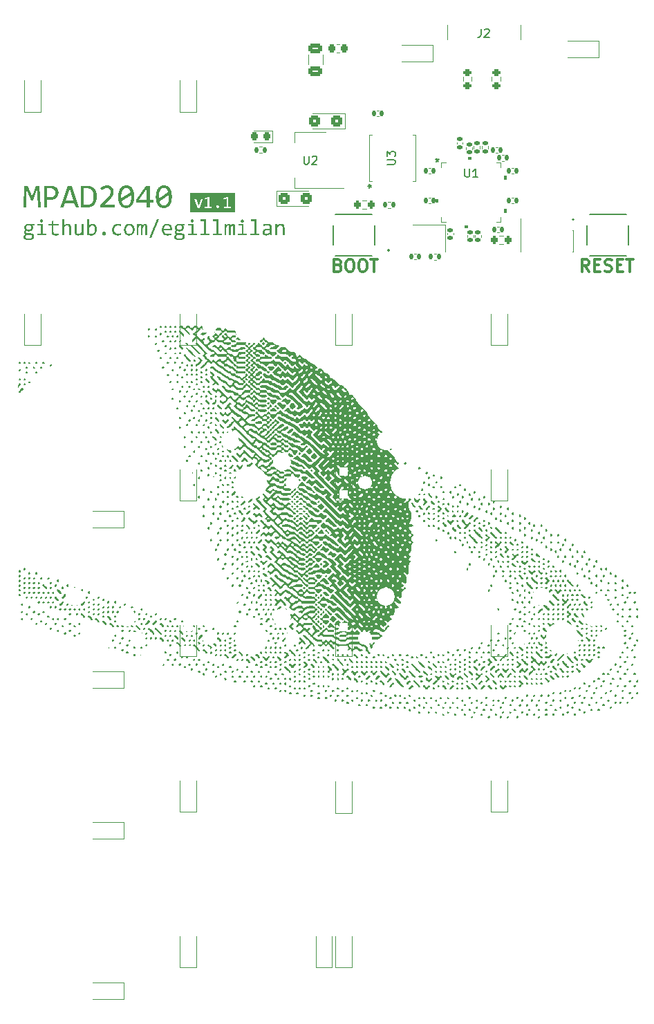
<source format=gto>
G04 #@! TF.GenerationSoftware,KiCad,Pcbnew,(7.0.0)*
G04 #@! TF.CreationDate,2023-02-27T13:56:59+01:00*
G04 #@! TF.ProjectId,MPad2040_V1,4d506164-3230-4343-905f-56312e6b6963,1.1*
G04 #@! TF.SameCoordinates,Original*
G04 #@! TF.FileFunction,Legend,Top*
G04 #@! TF.FilePolarity,Positive*
%FSLAX46Y46*%
G04 Gerber Fmt 4.6, Leading zero omitted, Abs format (unit mm)*
G04 Created by KiCad (PCBNEW (7.0.0)) date 2023-02-27 13:56:59*
%MOMM*%
%LPD*%
G01*
G04 APERTURE LIST*
G04 Aperture macros list*
%AMRoundRect*
0 Rectangle with rounded corners*
0 $1 Rounding radius*
0 $2 $3 $4 $5 $6 $7 $8 $9 X,Y pos of 4 corners*
0 Add a 4 corners polygon primitive as box body*
4,1,4,$2,$3,$4,$5,$6,$7,$8,$9,$2,$3,0*
0 Add four circle primitives for the rounded corners*
1,1,$1+$1,$2,$3*
1,1,$1+$1,$4,$5*
1,1,$1+$1,$6,$7*
1,1,$1+$1,$8,$9*
0 Add four rect primitives between the rounded corners*
20,1,$1+$1,$2,$3,$4,$5,0*
20,1,$1+$1,$4,$5,$6,$7,0*
20,1,$1+$1,$6,$7,$8,$9,0*
20,1,$1+$1,$8,$9,$2,$3,0*%
G04 Aperture macros list end*
%ADD10C,0.200000*%
%ADD11C,0.300000*%
%ADD12C,0.600000*%
%ADD13C,0.400000*%
%ADD14C,0.150000*%
%ADD15C,0.120000*%
%ADD16C,0.127000*%
%ADD17C,0.100000*%
%ADD18R,1.100000X1.100000*%
%ADD19RoundRect,0.135000X0.135000X0.185000X-0.135000X0.185000X-0.135000X-0.185000X0.135000X-0.185000X0*%
%ADD20RoundRect,0.200000X-0.275000X0.200000X-0.275000X-0.200000X0.275000X-0.200000X0.275000X0.200000X0*%
%ADD21RoundRect,0.218750X0.218750X0.256250X-0.218750X0.256250X-0.218750X-0.256250X0.218750X-0.256250X0*%
%ADD22RoundRect,0.250000X-0.625000X0.375000X-0.625000X-0.375000X0.625000X-0.375000X0.625000X0.375000X0*%
%ADD23RoundRect,0.140000X-0.140000X-0.170000X0.140000X-0.170000X0.140000X0.170000X-0.140000X0.170000X0*%
%ADD24RoundRect,0.140000X0.140000X0.170000X-0.140000X0.170000X-0.140000X-0.170000X0.140000X-0.170000X0*%
%ADD25R,2.000000X1.500000*%
%ADD26R,2.000000X3.800000*%
%ADD27R,0.750000X2.100000*%
%ADD28R,1.000000X0.750000*%
%ADD29RoundRect,0.140000X0.170000X-0.140000X0.170000X0.140000X-0.170000X0.140000X-0.170000X-0.140000X0*%
%ADD30R,0.532600X1.487399*%
%ADD31RoundRect,0.135000X0.185000X-0.135000X0.185000X0.135000X-0.185000X0.135000X-0.185000X-0.135000X0*%
%ADD32RoundRect,0.250000X0.450000X0.425000X-0.450000X0.425000X-0.450000X-0.425000X0.450000X-0.425000X0*%
%ADD33C,0.600000*%
%ADD34R,0.600000X1.160000*%
%ADD35R,0.300000X1.160000*%
%ADD36O,0.900000X2.000000*%
%ADD37O,0.900000X1.700000*%
%ADD38RoundRect,0.200000X0.200000X0.275000X-0.200000X0.275000X-0.200000X-0.275000X0.200000X-0.275000X0*%
%ADD39RoundRect,0.200000X-0.200000X-0.275000X0.200000X-0.275000X0.200000X0.275000X-0.200000X0.275000X0*%
%ADD40RoundRect,0.140000X-0.170000X0.140000X-0.170000X-0.140000X0.170000X-0.140000X0.170000X0.140000X0*%
%ADD41R,0.807999X0.178600*%
%ADD42R,0.178600X0.807999*%
%ADD43R,3.200400X3.200400*%
%ADD44RoundRect,0.250000X-0.450000X-0.425000X0.450000X-0.425000X0.450000X0.425000X-0.450000X0.425000X0*%
%ADD45R,1.400000X1.200000*%
%ADD46C,0.800000*%
%ADD47C,5.400000*%
%ADD48C,1.700000*%
%ADD49C,4.000000*%
%ADD50C,2.200000*%
%ADD51C,3.050000*%
G04 APERTURE END LIST*
D10*
G36*
X136001515Y-58310233D02*
G01*
X130553857Y-58310233D01*
X130553857Y-56740818D01*
X131068143Y-56740818D01*
X131472976Y-57772500D01*
X131678872Y-57772500D01*
X132085170Y-56740818D01*
X131888066Y-56740818D01*
X131636741Y-57418958D01*
X131579954Y-57589684D01*
X131525366Y-57423354D01*
X131272208Y-56740818D01*
X131068143Y-56740818D01*
X130553857Y-56740818D01*
X130553857Y-56658752D01*
X132292533Y-56658752D01*
X132358478Y-56811160D01*
X132680879Y-56611857D01*
X132680879Y-57602506D01*
X132334665Y-57602506D01*
X132334665Y-57772500D01*
X133180600Y-57772500D01*
X133180600Y-57624488D01*
X133707431Y-57624488D01*
X133707638Y-57633304D01*
X133708990Y-57648401D01*
X133711605Y-57663077D01*
X133715481Y-57677332D01*
X133720621Y-57691167D01*
X133721477Y-57693105D01*
X133727994Y-57706256D01*
X133736557Y-57720384D01*
X133746312Y-57733550D01*
X133757257Y-57745755D01*
X133769439Y-57756700D01*
X133782536Y-57766454D01*
X133796550Y-57775018D01*
X133811479Y-57782391D01*
X133819339Y-57785568D01*
X133833451Y-57790109D01*
X133848019Y-57793352D01*
X133863044Y-57795298D01*
X133878524Y-57795947D01*
X133887253Y-57795735D01*
X133902227Y-57794345D01*
X133916816Y-57791658D01*
X133931018Y-57787673D01*
X133944836Y-57782391D01*
X133946796Y-57781535D01*
X133960063Y-57775018D01*
X133974236Y-57766454D01*
X133987357Y-57756700D01*
X133999424Y-57745755D01*
X134000879Y-57744282D01*
X134011801Y-57731957D01*
X134021441Y-57718671D01*
X134029799Y-57704423D01*
X134036060Y-57691167D01*
X134039237Y-57683313D01*
X134043778Y-57669238D01*
X134047021Y-57654742D01*
X134048967Y-57639826D01*
X134049616Y-57624488D01*
X134049404Y-57615495D01*
X134048014Y-57600115D01*
X134045327Y-57585191D01*
X134041342Y-57570723D01*
X134036060Y-57556711D01*
X134035226Y-57554727D01*
X134028825Y-57541278D01*
X134020307Y-57526852D01*
X134010506Y-57513434D01*
X133999424Y-57501024D01*
X133997973Y-57499545D01*
X133985774Y-57488440D01*
X133972522Y-57478617D01*
X133958217Y-57470076D01*
X133944836Y-57463654D01*
X133936987Y-57460477D01*
X133922950Y-57455937D01*
X133908527Y-57452694D01*
X133893718Y-57450748D01*
X133878524Y-57450099D01*
X133869622Y-57450311D01*
X133854403Y-57451701D01*
X133839639Y-57454388D01*
X133825331Y-57458373D01*
X133811479Y-57463654D01*
X133796550Y-57471073D01*
X133782536Y-57479774D01*
X133769439Y-57489758D01*
X133757257Y-57501024D01*
X133754409Y-57504032D01*
X133743762Y-57516694D01*
X133734305Y-57530364D01*
X133727007Y-57543152D01*
X133720621Y-57556711D01*
X133717529Y-57564662D01*
X133713112Y-57578935D01*
X133709956Y-57593664D01*
X133708063Y-57608848D01*
X133707431Y-57624488D01*
X133180600Y-57624488D01*
X133180600Y-57602506D01*
X132879815Y-57602506D01*
X132879815Y-56658752D01*
X134599162Y-56658752D01*
X134665108Y-56811160D01*
X134987508Y-56611857D01*
X134987508Y-57602506D01*
X134641294Y-57602506D01*
X134641294Y-57772500D01*
X135487229Y-57772500D01*
X135487229Y-57602506D01*
X135186444Y-57602506D01*
X135186444Y-56436003D01*
X135027808Y-56436003D01*
X134599162Y-56658752D01*
X132879815Y-56658752D01*
X132879815Y-56436003D01*
X132721179Y-56436003D01*
X132292533Y-56658752D01*
X130553857Y-56658752D01*
X130553857Y-55921717D01*
X136001515Y-55921717D01*
X136001515Y-58310233D01*
G37*
D11*
X148664285Y-64789357D02*
X148878571Y-64860785D01*
X148878571Y-64860785D02*
X148950000Y-64932214D01*
X148950000Y-64932214D02*
X149021428Y-65075071D01*
X149021428Y-65075071D02*
X149021428Y-65289357D01*
X149021428Y-65289357D02*
X148950000Y-65432214D01*
X148950000Y-65432214D02*
X148878571Y-65503642D01*
X148878571Y-65503642D02*
X148735714Y-65575071D01*
X148735714Y-65575071D02*
X148164285Y-65575071D01*
X148164285Y-65575071D02*
X148164285Y-64075071D01*
X148164285Y-64075071D02*
X148664285Y-64075071D01*
X148664285Y-64075071D02*
X148807143Y-64146500D01*
X148807143Y-64146500D02*
X148878571Y-64217928D01*
X148878571Y-64217928D02*
X148950000Y-64360785D01*
X148950000Y-64360785D02*
X148950000Y-64503642D01*
X148950000Y-64503642D02*
X148878571Y-64646500D01*
X148878571Y-64646500D02*
X148807143Y-64717928D01*
X148807143Y-64717928D02*
X148664285Y-64789357D01*
X148664285Y-64789357D02*
X148164285Y-64789357D01*
X149950000Y-64075071D02*
X150235714Y-64075071D01*
X150235714Y-64075071D02*
X150378571Y-64146500D01*
X150378571Y-64146500D02*
X150521428Y-64289357D01*
X150521428Y-64289357D02*
X150592857Y-64575071D01*
X150592857Y-64575071D02*
X150592857Y-65075071D01*
X150592857Y-65075071D02*
X150521428Y-65360785D01*
X150521428Y-65360785D02*
X150378571Y-65503642D01*
X150378571Y-65503642D02*
X150235714Y-65575071D01*
X150235714Y-65575071D02*
X149950000Y-65575071D01*
X149950000Y-65575071D02*
X149807143Y-65503642D01*
X149807143Y-65503642D02*
X149664285Y-65360785D01*
X149664285Y-65360785D02*
X149592857Y-65075071D01*
X149592857Y-65075071D02*
X149592857Y-64575071D01*
X149592857Y-64575071D02*
X149664285Y-64289357D01*
X149664285Y-64289357D02*
X149807143Y-64146500D01*
X149807143Y-64146500D02*
X149950000Y-64075071D01*
X151521429Y-64075071D02*
X151807143Y-64075071D01*
X151807143Y-64075071D02*
X151950000Y-64146500D01*
X151950000Y-64146500D02*
X152092857Y-64289357D01*
X152092857Y-64289357D02*
X152164286Y-64575071D01*
X152164286Y-64575071D02*
X152164286Y-65075071D01*
X152164286Y-65075071D02*
X152092857Y-65360785D01*
X152092857Y-65360785D02*
X151950000Y-65503642D01*
X151950000Y-65503642D02*
X151807143Y-65575071D01*
X151807143Y-65575071D02*
X151521429Y-65575071D01*
X151521429Y-65575071D02*
X151378572Y-65503642D01*
X151378572Y-65503642D02*
X151235714Y-65360785D01*
X151235714Y-65360785D02*
X151164286Y-65075071D01*
X151164286Y-65075071D02*
X151164286Y-64575071D01*
X151164286Y-64575071D02*
X151235714Y-64289357D01*
X151235714Y-64289357D02*
X151378572Y-64146500D01*
X151378572Y-64146500D02*
X151521429Y-64075071D01*
X152592858Y-64075071D02*
X153450001Y-64075071D01*
X153021429Y-65575071D02*
X153021429Y-64075071D01*
X179382428Y-65575071D02*
X178882428Y-64860785D01*
X178525285Y-65575071D02*
X178525285Y-64075071D01*
X178525285Y-64075071D02*
X179096714Y-64075071D01*
X179096714Y-64075071D02*
X179239571Y-64146500D01*
X179239571Y-64146500D02*
X179311000Y-64217928D01*
X179311000Y-64217928D02*
X179382428Y-64360785D01*
X179382428Y-64360785D02*
X179382428Y-64575071D01*
X179382428Y-64575071D02*
X179311000Y-64717928D01*
X179311000Y-64717928D02*
X179239571Y-64789357D01*
X179239571Y-64789357D02*
X179096714Y-64860785D01*
X179096714Y-64860785D02*
X178525285Y-64860785D01*
X180025285Y-64789357D02*
X180525285Y-64789357D01*
X180739571Y-65575071D02*
X180025285Y-65575071D01*
X180025285Y-65575071D02*
X180025285Y-64075071D01*
X180025285Y-64075071D02*
X180739571Y-64075071D01*
X181311000Y-65503642D02*
X181525286Y-65575071D01*
X181525286Y-65575071D02*
X181882428Y-65575071D01*
X181882428Y-65575071D02*
X182025286Y-65503642D01*
X182025286Y-65503642D02*
X182096714Y-65432214D01*
X182096714Y-65432214D02*
X182168143Y-65289357D01*
X182168143Y-65289357D02*
X182168143Y-65146500D01*
X182168143Y-65146500D02*
X182096714Y-65003642D01*
X182096714Y-65003642D02*
X182025286Y-64932214D01*
X182025286Y-64932214D02*
X181882428Y-64860785D01*
X181882428Y-64860785D02*
X181596714Y-64789357D01*
X181596714Y-64789357D02*
X181453857Y-64717928D01*
X181453857Y-64717928D02*
X181382428Y-64646500D01*
X181382428Y-64646500D02*
X181311000Y-64503642D01*
X181311000Y-64503642D02*
X181311000Y-64360785D01*
X181311000Y-64360785D02*
X181382428Y-64217928D01*
X181382428Y-64217928D02*
X181453857Y-64146500D01*
X181453857Y-64146500D02*
X181596714Y-64075071D01*
X181596714Y-64075071D02*
X181953857Y-64075071D01*
X181953857Y-64075071D02*
X182168143Y-64146500D01*
X182810999Y-64789357D02*
X183310999Y-64789357D01*
X183525285Y-65575071D02*
X182810999Y-65575071D01*
X182810999Y-65575071D02*
X182810999Y-64075071D01*
X182810999Y-64075071D02*
X183525285Y-64075071D01*
X183953857Y-64075071D02*
X184811000Y-64075071D01*
X184382428Y-65575071D02*
X184382428Y-64075071D01*
D12*
G36*
X112219434Y-57745000D02*
G01*
X111861130Y-57745000D01*
X111807641Y-56067051D01*
X111784926Y-55433974D01*
X111658897Y-55802536D01*
X111261025Y-56854002D01*
X111007501Y-56854002D01*
X110628681Y-55842836D01*
X110502651Y-55433974D01*
X110494591Y-56095628D01*
X110446964Y-57745000D01*
X110101116Y-57745000D01*
X110233007Y-55072006D01*
X110667515Y-55072006D01*
X111030216Y-56067051D01*
X111148185Y-56402641D01*
X111261025Y-56067051D01*
X111642777Y-55072006D01*
X112089741Y-55072006D01*
X112219434Y-57745000D01*
G37*
G36*
X113427693Y-55072399D02*
G01*
X113464755Y-55073577D01*
X113501521Y-55075541D01*
X113537991Y-55078291D01*
X113574164Y-55081827D01*
X113610041Y-55086148D01*
X113645622Y-55091255D01*
X113680907Y-55097148D01*
X113715896Y-55103826D01*
X113750588Y-55111290D01*
X113773551Y-55116702D01*
X113807643Y-55125566D01*
X113840948Y-55135395D01*
X113873468Y-55146191D01*
X113905202Y-55157953D01*
X113936151Y-55170680D01*
X113966313Y-55184374D01*
X113995691Y-55199033D01*
X114024282Y-55214659D01*
X114052088Y-55231250D01*
X114079108Y-55248808D01*
X114096685Y-55261050D01*
X114122286Y-55280112D01*
X114146882Y-55300205D01*
X114170474Y-55321328D01*
X114193061Y-55343482D01*
X114214644Y-55366666D01*
X114235222Y-55390880D01*
X114254795Y-55416125D01*
X114273364Y-55442400D01*
X114290928Y-55469706D01*
X114307487Y-55498042D01*
X114317969Y-55517505D01*
X114332766Y-55547511D01*
X114346107Y-55578728D01*
X114357993Y-55611155D01*
X114368424Y-55644793D01*
X114377399Y-55679642D01*
X114384919Y-55715702D01*
X114390983Y-55752972D01*
X114395592Y-55791454D01*
X114398746Y-55831145D01*
X114400444Y-55872048D01*
X114400767Y-55899989D01*
X114400220Y-55931013D01*
X114398578Y-55961985D01*
X114395841Y-55992905D01*
X114392009Y-56023774D01*
X114387082Y-56054592D01*
X114381061Y-56085358D01*
X114373945Y-56116072D01*
X114365734Y-56146735D01*
X114356428Y-56177347D01*
X114346027Y-56207907D01*
X114338485Y-56228251D01*
X114326339Y-56258449D01*
X114312983Y-56288040D01*
X114298416Y-56317027D01*
X114282638Y-56345408D01*
X114265649Y-56373184D01*
X114247449Y-56400354D01*
X114228039Y-56426919D01*
X114207418Y-56452879D01*
X114185587Y-56478233D01*
X114162544Y-56502982D01*
X114146510Y-56519145D01*
X114121555Y-56542762D01*
X114095325Y-56565530D01*
X114067820Y-56587447D01*
X114039040Y-56608515D01*
X114008984Y-56628732D01*
X113977654Y-56648099D01*
X113945048Y-56666616D01*
X113911167Y-56684283D01*
X113876011Y-56701100D01*
X113839580Y-56717067D01*
X113814584Y-56727240D01*
X113776114Y-56741513D01*
X113736265Y-56754382D01*
X113695039Y-56765847D01*
X113652434Y-56775909D01*
X113623265Y-56781836D01*
X113593483Y-56787140D01*
X113563090Y-56791820D01*
X113532083Y-56795876D01*
X113500464Y-56799307D01*
X113468233Y-56802115D01*
X113435389Y-56804299D01*
X113401932Y-56805859D01*
X113367863Y-56806795D01*
X113333182Y-56807107D01*
X112999057Y-56807107D01*
X112999057Y-57745000D01*
X112631960Y-57745000D01*
X112631960Y-55376821D01*
X112999057Y-55376821D01*
X112999057Y-56490568D01*
X113341242Y-56490568D01*
X113381324Y-56490010D01*
X113420239Y-56488336D01*
X113457986Y-56485545D01*
X113494565Y-56481638D01*
X113529976Y-56476615D01*
X113564220Y-56470475D01*
X113597296Y-56463220D01*
X113629204Y-56454848D01*
X113659944Y-56445359D01*
X113689517Y-56434755D01*
X113717921Y-56423034D01*
X113745158Y-56410197D01*
X113771227Y-56396244D01*
X113808141Y-56373221D01*
X113842428Y-56347686D01*
X113873986Y-56319608D01*
X113902440Y-56288953D01*
X113927790Y-56255723D01*
X113950036Y-56219917D01*
X113969178Y-56181534D01*
X113985216Y-56140576D01*
X113994183Y-56111839D01*
X114001771Y-56081958D01*
X114007979Y-56050931D01*
X114012807Y-56018760D01*
X114016256Y-55985443D01*
X114018326Y-55950982D01*
X114019016Y-55915376D01*
X114018352Y-55883248D01*
X114016359Y-55852075D01*
X114013039Y-55821859D01*
X114008391Y-55792599D01*
X113998928Y-55750500D01*
X113986478Y-55710553D01*
X113971039Y-55672757D01*
X113952612Y-55637111D01*
X113931197Y-55603617D01*
X113906794Y-55572273D01*
X113879402Y-55543081D01*
X113849023Y-55516039D01*
X113815964Y-55491159D01*
X113780535Y-55468727D01*
X113742737Y-55448741D01*
X113702568Y-55431203D01*
X113674473Y-55420870D01*
X113645324Y-55411625D01*
X113615122Y-55403468D01*
X113583866Y-55396398D01*
X113551558Y-55390416D01*
X113518196Y-55385522D01*
X113483780Y-55381715D01*
X113448312Y-55378996D01*
X113411790Y-55377365D01*
X113374214Y-55376821D01*
X112999057Y-55376821D01*
X112631960Y-55376821D01*
X112631960Y-55072006D01*
X113390334Y-55072006D01*
X113427693Y-55072399D01*
G37*
G36*
X116913293Y-57745000D02*
G01*
X116513224Y-57745000D01*
X116325645Y-57182264D01*
X115204570Y-57182264D01*
X115014794Y-57745000D01*
X114633775Y-57745000D01*
X114931995Y-56854002D01*
X115310083Y-56854002D01*
X116220865Y-56854002D01*
X115765108Y-55410526D01*
X115310083Y-56854002D01*
X114931995Y-56854002D01*
X115528436Y-55072006D01*
X116031088Y-55072006D01*
X116913293Y-57745000D01*
G37*
G36*
X117877846Y-55072321D02*
G01*
X117916336Y-55073265D01*
X117954199Y-55074839D01*
X117991435Y-55077043D01*
X118028044Y-55079877D01*
X118064026Y-55083340D01*
X118099382Y-55087433D01*
X118134111Y-55092156D01*
X118168213Y-55097508D01*
X118201688Y-55103490D01*
X118234536Y-55110102D01*
X118266757Y-55117343D01*
X118298352Y-55125214D01*
X118329320Y-55133715D01*
X118359661Y-55142846D01*
X118389375Y-55152606D01*
X118418462Y-55162996D01*
X118446923Y-55174015D01*
X118474756Y-55185665D01*
X118501963Y-55197943D01*
X118528543Y-55210852D01*
X118579823Y-55238558D01*
X118628595Y-55268783D01*
X118674860Y-55301527D01*
X118718618Y-55336790D01*
X118759868Y-55374571D01*
X118779553Y-55394406D01*
X118817174Y-55435949D01*
X118852368Y-55480158D01*
X118885134Y-55527036D01*
X118915474Y-55576581D01*
X118929734Y-55602354D01*
X118943386Y-55628794D01*
X118956432Y-55655900D01*
X118968872Y-55683674D01*
X118980704Y-55712114D01*
X118991930Y-55741222D01*
X119002549Y-55770996D01*
X119012561Y-55801437D01*
X119021966Y-55832545D01*
X119030764Y-55864320D01*
X119038956Y-55896762D01*
X119046541Y-55929871D01*
X119053519Y-55963646D01*
X119059890Y-55998089D01*
X119065655Y-56033198D01*
X119070812Y-56068975D01*
X119075363Y-56105418D01*
X119079308Y-56142528D01*
X119082645Y-56180305D01*
X119085375Y-56218749D01*
X119087499Y-56257860D01*
X119089016Y-56297637D01*
X119089926Y-56338082D01*
X119090230Y-56379193D01*
X119089966Y-56415047D01*
X119089174Y-56450617D01*
X119087853Y-56485904D01*
X119086005Y-56520908D01*
X119083629Y-56555628D01*
X119080724Y-56590065D01*
X119077292Y-56624218D01*
X119073331Y-56658088D01*
X119068843Y-56691675D01*
X119063826Y-56724978D01*
X119060188Y-56747023D01*
X119054240Y-56779783D01*
X119047660Y-56812119D01*
X119040449Y-56844029D01*
X119032608Y-56875514D01*
X119024135Y-56906574D01*
X119015031Y-56937209D01*
X119005296Y-56967419D01*
X118994929Y-56997204D01*
X118983932Y-57026564D01*
X118972303Y-57055499D01*
X118964200Y-57074553D01*
X118951488Y-57102616D01*
X118938080Y-57130203D01*
X118923976Y-57157313D01*
X118909177Y-57183947D01*
X118893683Y-57210104D01*
X118877492Y-57235785D01*
X118860607Y-57260989D01*
X118843025Y-57285716D01*
X118824749Y-57309967D01*
X118805777Y-57333741D01*
X118792742Y-57349326D01*
X118772677Y-57372229D01*
X118751775Y-57394501D01*
X118730036Y-57416141D01*
X118707459Y-57437150D01*
X118684046Y-57457529D01*
X118659795Y-57477276D01*
X118634707Y-57496392D01*
X118608781Y-57514877D01*
X118582019Y-57532731D01*
X118554419Y-57549953D01*
X118535554Y-57561085D01*
X118506540Y-57577223D01*
X118476650Y-57592666D01*
X118445884Y-57607414D01*
X118414242Y-57621466D01*
X118381724Y-57634823D01*
X118348331Y-57647484D01*
X118314061Y-57659449D01*
X118278916Y-57670719D01*
X118242895Y-57681294D01*
X118205998Y-57691173D01*
X118180914Y-57697372D01*
X118142636Y-57705884D01*
X118103368Y-57713558D01*
X118063107Y-57720395D01*
X118021854Y-57726395D01*
X117979610Y-57731558D01*
X117936374Y-57735883D01*
X117906999Y-57738302D01*
X117877183Y-57740348D01*
X117846927Y-57742023D01*
X117816230Y-57743325D01*
X117785091Y-57744255D01*
X117753513Y-57744813D01*
X117721493Y-57745000D01*
X117144836Y-57745000D01*
X117144836Y-55376821D01*
X117511200Y-55376821D01*
X117511200Y-57428461D01*
X117785240Y-57428461D01*
X117841816Y-57427460D01*
X117896595Y-57424457D01*
X117949578Y-57419451D01*
X118000765Y-57412444D01*
X118050157Y-57403434D01*
X118097752Y-57392423D01*
X118143551Y-57379409D01*
X118187554Y-57364393D01*
X118229761Y-57347375D01*
X118270172Y-57328355D01*
X118308787Y-57307332D01*
X118345606Y-57284308D01*
X118380629Y-57259281D01*
X118413856Y-57232253D01*
X118445286Y-57203222D01*
X118474921Y-57172189D01*
X118502760Y-57139154D01*
X118528802Y-57104117D01*
X118553049Y-57067077D01*
X118575499Y-57028036D01*
X118596154Y-56986993D01*
X118615012Y-56943947D01*
X118632075Y-56898899D01*
X118647341Y-56851849D01*
X118660812Y-56802797D01*
X118672486Y-56751743D01*
X118682364Y-56698687D01*
X118690446Y-56643628D01*
X118696732Y-56586568D01*
X118701222Y-56527505D01*
X118703917Y-56466440D01*
X118704815Y-56403374D01*
X118704603Y-56368180D01*
X118703967Y-56333673D01*
X118702908Y-56299853D01*
X118701426Y-56266720D01*
X118699519Y-56234274D01*
X118697190Y-56202514D01*
X118694436Y-56171442D01*
X118691259Y-56141057D01*
X118687658Y-56111358D01*
X118681463Y-56068099D01*
X118674315Y-56026385D01*
X118666213Y-55986216D01*
X118657159Y-55947593D01*
X118650593Y-55922704D01*
X118640074Y-55886554D01*
X118628576Y-55851743D01*
X118616100Y-55818273D01*
X118602645Y-55786141D01*
X118588211Y-55755350D01*
X118572797Y-55725897D01*
X118556406Y-55697785D01*
X118539035Y-55671011D01*
X118520685Y-55645578D01*
X118501356Y-55621483D01*
X118487927Y-55606165D01*
X118466967Y-55584082D01*
X118445028Y-55563171D01*
X118422110Y-55543433D01*
X118398213Y-55524866D01*
X118373338Y-55507472D01*
X118347483Y-55491250D01*
X118320650Y-55476199D01*
X118292838Y-55462321D01*
X118264047Y-55449615D01*
X118234277Y-55438081D01*
X118213886Y-55431043D01*
X118182472Y-55421353D01*
X118150053Y-55412616D01*
X118116630Y-55404832D01*
X118082201Y-55398001D01*
X118046769Y-55392124D01*
X118010331Y-55387199D01*
X117972889Y-55383228D01*
X117934442Y-55380210D01*
X117894991Y-55378145D01*
X117854535Y-55377033D01*
X117827006Y-55376821D01*
X117511200Y-55376821D01*
X117144836Y-55376821D01*
X117144836Y-55072006D01*
X117838729Y-55072006D01*
X117877846Y-55072321D01*
G37*
G36*
X121303803Y-57745000D02*
G01*
X119529134Y-57745000D01*
X119529134Y-57425530D01*
X120225959Y-56735300D01*
X120247139Y-56714411D01*
X120277966Y-56683744D01*
X120307658Y-56653875D01*
X120336217Y-56624805D01*
X120363643Y-56596533D01*
X120389936Y-56569060D01*
X120415095Y-56542386D01*
X120439120Y-56516510D01*
X120462012Y-56491433D01*
X120483771Y-56467154D01*
X120504396Y-56443674D01*
X120524036Y-56420779D01*
X120542838Y-56398259D01*
X120566606Y-56368812D01*
X120588886Y-56340030D01*
X120609677Y-56311911D01*
X120628980Y-56284457D01*
X120646794Y-56257666D01*
X120663120Y-56231540D01*
X120670725Y-56218726D01*
X120688535Y-56187184D01*
X120704414Y-56156215D01*
X120718360Y-56125818D01*
X120730374Y-56095994D01*
X120740456Y-56066742D01*
X120748606Y-56038063D01*
X120751325Y-56026751D01*
X120758298Y-55992439D01*
X120763006Y-55963058D01*
X120766713Y-55932962D01*
X120769417Y-55902150D01*
X120771121Y-55870623D01*
X120771822Y-55838380D01*
X120771842Y-55831845D01*
X120771180Y-55801377D01*
X120769194Y-55771338D01*
X120765885Y-55741728D01*
X120761252Y-55712548D01*
X120755295Y-55683797D01*
X120746399Y-55649862D01*
X120744731Y-55644267D01*
X120733809Y-55611517D01*
X120720826Y-55580313D01*
X120705782Y-55550655D01*
X120688677Y-55522542D01*
X120669512Y-55495975D01*
X120662665Y-55487463D01*
X120640623Y-55462939D01*
X120616263Y-55440477D01*
X120589584Y-55420075D01*
X120560587Y-55401734D01*
X120534652Y-55388024D01*
X120518318Y-55380484D01*
X120489964Y-55369297D01*
X120459857Y-55360005D01*
X120427997Y-55352610D01*
X120394384Y-55347111D01*
X120359017Y-55343508D01*
X120329462Y-55341991D01*
X120306559Y-55341650D01*
X120274688Y-55342339D01*
X120243370Y-55344406D01*
X120212606Y-55347852D01*
X120182396Y-55352675D01*
X120152740Y-55358877D01*
X120123637Y-55366457D01*
X120095089Y-55375415D01*
X120067094Y-55385751D01*
X120039653Y-55397465D01*
X120012767Y-55410558D01*
X119995150Y-55420052D01*
X119969108Y-55435158D01*
X119943466Y-55451075D01*
X119918224Y-55467804D01*
X119893380Y-55485345D01*
X119868936Y-55503697D01*
X119844892Y-55522860D01*
X119821246Y-55542835D01*
X119798000Y-55563621D01*
X119775153Y-55585218D01*
X119752705Y-55607627D01*
X119737962Y-55623018D01*
X119540125Y-55383415D01*
X119569107Y-55353489D01*
X119598901Y-55324708D01*
X119629506Y-55297074D01*
X119660922Y-55270587D01*
X119693150Y-55245245D01*
X119726190Y-55221050D01*
X119760040Y-55198001D01*
X119794702Y-55176099D01*
X119830176Y-55155343D01*
X119866461Y-55135733D01*
X119891102Y-55123297D01*
X119928907Y-55105750D01*
X119967858Y-55089929D01*
X120007956Y-55075834D01*
X120049200Y-55063465D01*
X120091590Y-55052822D01*
X120120487Y-55046685D01*
X120149893Y-55041316D01*
X120179809Y-55036713D01*
X120210235Y-55032878D01*
X120241170Y-55029809D01*
X120272614Y-55027508D01*
X120304568Y-55025974D01*
X120337031Y-55025207D01*
X120353454Y-55025111D01*
X120386830Y-55025581D01*
X120419640Y-55026992D01*
X120451883Y-55029342D01*
X120483559Y-55032633D01*
X120514668Y-55036864D01*
X120545211Y-55042035D01*
X120575187Y-55048147D01*
X120604596Y-55055199D01*
X120633439Y-55063191D01*
X120661715Y-55072123D01*
X120680251Y-55078600D01*
X120716441Y-55092705D01*
X120751371Y-55108276D01*
X120785042Y-55125312D01*
X120817454Y-55143813D01*
X120848607Y-55163780D01*
X120878500Y-55185212D01*
X120907133Y-55208110D01*
X120934508Y-55232473D01*
X120960668Y-55258279D01*
X120985295Y-55285505D01*
X121008387Y-55314150D01*
X121029945Y-55344214D01*
X121049970Y-55375699D01*
X121068459Y-55408603D01*
X121085415Y-55442927D01*
X121100837Y-55478670D01*
X121111313Y-55506338D01*
X121120758Y-55534664D01*
X121129173Y-55563646D01*
X121136557Y-55593285D01*
X121142912Y-55623581D01*
X121148235Y-55654534D01*
X121152529Y-55686143D01*
X121155792Y-55718410D01*
X121158024Y-55751333D01*
X121159226Y-55784913D01*
X121159455Y-55807665D01*
X121158814Y-55845790D01*
X121156891Y-55883228D01*
X121153685Y-55919979D01*
X121149197Y-55956043D01*
X121143427Y-55991420D01*
X121136374Y-56026110D01*
X121128039Y-56060113D01*
X121118422Y-56093429D01*
X121107500Y-56126208D01*
X121095250Y-56158963D01*
X121081671Y-56191695D01*
X121066765Y-56224405D01*
X121050531Y-56257091D01*
X121032968Y-56289755D01*
X121014077Y-56322396D01*
X120993859Y-56355013D01*
X120977817Y-56379552D01*
X120961015Y-56404258D01*
X120943453Y-56429131D01*
X120925131Y-56454172D01*
X120906049Y-56479381D01*
X120886208Y-56504756D01*
X120865606Y-56530299D01*
X120844245Y-56556010D01*
X120822123Y-56581888D01*
X120799242Y-56607934D01*
X120783565Y-56625390D01*
X120759392Y-56651732D01*
X120734407Y-56678550D01*
X120708610Y-56705845D01*
X120682002Y-56733617D01*
X120654583Y-56761865D01*
X120626352Y-56790589D01*
X120597310Y-56819790D01*
X120567456Y-56849468D01*
X120536791Y-56879622D01*
X120505315Y-56910253D01*
X120483879Y-56930938D01*
X119995150Y-57405013D01*
X121303803Y-57405013D01*
X121303803Y-57745000D01*
G37*
G36*
X122754493Y-55025826D02*
G01*
X122793998Y-55027971D01*
X122832820Y-55031545D01*
X122870960Y-55036549D01*
X122908417Y-55042982D01*
X122945192Y-55050845D01*
X122981284Y-55060138D01*
X123016693Y-55070861D01*
X123051420Y-55083013D01*
X123085464Y-55096595D01*
X123107780Y-55106444D01*
X123140571Y-55122473D01*
X123172447Y-55140061D01*
X123203408Y-55159207D01*
X123233455Y-55179912D01*
X123262587Y-55202175D01*
X123290805Y-55225996D01*
X123318109Y-55251376D01*
X123344497Y-55278315D01*
X123369972Y-55306812D01*
X123394532Y-55336867D01*
X123410397Y-55357770D01*
X123433513Y-55390449D01*
X123455597Y-55424737D01*
X123476652Y-55460636D01*
X123496676Y-55498145D01*
X123515670Y-55537263D01*
X123527760Y-55564237D01*
X123539392Y-55591926D01*
X123550566Y-55620331D01*
X123561282Y-55649451D01*
X123571540Y-55679287D01*
X123581341Y-55709838D01*
X123590683Y-55741105D01*
X123599567Y-55773087D01*
X123603838Y-55789347D01*
X123612089Y-55822423D01*
X123619809Y-55856254D01*
X123626996Y-55890841D01*
X123633650Y-55926184D01*
X123639773Y-55962282D01*
X123645363Y-55999136D01*
X123650420Y-56036746D01*
X123654945Y-56075111D01*
X123658938Y-56114232D01*
X123662399Y-56154108D01*
X123665327Y-56194741D01*
X123667722Y-56236128D01*
X123669586Y-56278272D01*
X123670917Y-56321171D01*
X123671715Y-56364825D01*
X123671981Y-56409235D01*
X123671741Y-56447675D01*
X123671020Y-56485691D01*
X123669818Y-56523283D01*
X123668135Y-56560452D01*
X123665971Y-56597197D01*
X123663326Y-56633519D01*
X123660200Y-56669417D01*
X123656594Y-56704891D01*
X123652507Y-56739942D01*
X123647939Y-56774569D01*
X123642890Y-56808773D01*
X123637360Y-56842553D01*
X123631349Y-56875909D01*
X123624858Y-56908842D01*
X123617885Y-56941351D01*
X123610432Y-56973436D01*
X123602487Y-57004938D01*
X123594037Y-57035879D01*
X123585084Y-57066258D01*
X123575628Y-57096077D01*
X123565667Y-57125334D01*
X123555203Y-57154031D01*
X123544235Y-57182167D01*
X123532763Y-57209741D01*
X123520787Y-57236755D01*
X123501880Y-57276224D01*
X123481838Y-57314430D01*
X123460664Y-57351374D01*
X123438355Y-57387056D01*
X123422854Y-57410143D01*
X123398820Y-57443500D01*
X123373704Y-57475427D01*
X123347506Y-57505925D01*
X123320226Y-57534993D01*
X123291864Y-57562631D01*
X123262420Y-57588840D01*
X123231895Y-57613619D01*
X123200287Y-57636968D01*
X123167598Y-57658887D01*
X123133827Y-57679377D01*
X123110711Y-57692243D01*
X123075111Y-57710052D01*
X123038377Y-57726109D01*
X123000510Y-57740414D01*
X122961509Y-57752968D01*
X122921375Y-57763770D01*
X122880108Y-57772820D01*
X122837707Y-57780119D01*
X122794173Y-57785666D01*
X122764520Y-57788391D01*
X122734364Y-57790337D01*
X122703703Y-57791505D01*
X122672540Y-57791894D01*
X122632352Y-57791179D01*
X122592847Y-57789035D01*
X122554024Y-57785461D01*
X122515885Y-57780457D01*
X122478427Y-57774023D01*
X122441653Y-57766160D01*
X122405561Y-57756867D01*
X122370152Y-57746144D01*
X122335425Y-57733992D01*
X122301381Y-57720410D01*
X122279064Y-57710561D01*
X122246268Y-57694545D01*
X122214372Y-57676996D01*
X122183379Y-57657914D01*
X122153287Y-57637300D01*
X122124097Y-57615153D01*
X122095808Y-57591473D01*
X122068421Y-57566260D01*
X122041935Y-57539515D01*
X122016351Y-57511237D01*
X121991669Y-57481426D01*
X121975715Y-57460701D01*
X121952724Y-57428153D01*
X121930738Y-57393982D01*
X121909756Y-57358189D01*
X121889779Y-57320773D01*
X121870807Y-57281733D01*
X121858717Y-57254806D01*
X121847074Y-57227156D01*
X121835877Y-57198786D01*
X121825126Y-57169695D01*
X121814822Y-57139882D01*
X121804965Y-57109347D01*
X121795554Y-57078092D01*
X121786589Y-57046115D01*
X121782274Y-57029856D01*
X121774111Y-56996778D01*
X121773639Y-56994685D01*
X122153768Y-56994685D01*
X122163778Y-57027934D01*
X122174576Y-57060359D01*
X122186161Y-57091962D01*
X122198533Y-57122741D01*
X122211692Y-57152698D01*
X122225638Y-57181832D01*
X122231437Y-57193255D01*
X122246786Y-57221022D01*
X122263065Y-57247537D01*
X122280274Y-57272800D01*
X122298413Y-57296810D01*
X122317483Y-57319568D01*
X122337482Y-57341074D01*
X122345743Y-57349326D01*
X122371640Y-57372776D01*
X122398774Y-57394217D01*
X122427144Y-57413649D01*
X122456751Y-57431071D01*
X122487594Y-57446484D01*
X122498150Y-57451175D01*
X122531123Y-57463377D01*
X122559860Y-57471617D01*
X122589741Y-57478103D01*
X122620768Y-57482837D01*
X122652939Y-57485817D01*
X122686255Y-57487044D01*
X122693056Y-57487079D01*
X122727815Y-57486026D01*
X122761749Y-57482866D01*
X122794859Y-57477599D01*
X122827145Y-57470226D01*
X122858607Y-57460747D01*
X122889244Y-57449160D01*
X122919057Y-57435467D01*
X122948046Y-57419668D01*
X122976084Y-57401625D01*
X123003046Y-57381566D01*
X123028932Y-57359493D01*
X123053742Y-57335404D01*
X123077475Y-57309301D01*
X123100133Y-57281182D01*
X123121714Y-57251049D01*
X123142219Y-57218900D01*
X123157003Y-57193329D01*
X123171130Y-57166625D01*
X123184600Y-57138787D01*
X123197414Y-57109815D01*
X123209570Y-57079711D01*
X123221070Y-57048472D01*
X123231913Y-57016101D01*
X123242099Y-56982595D01*
X123251628Y-56947957D01*
X123260500Y-56912185D01*
X123266050Y-56887707D01*
X123273776Y-56850065D01*
X123280742Y-56811329D01*
X123286948Y-56771497D01*
X123292394Y-56730571D01*
X123297080Y-56688550D01*
X123301006Y-56645434D01*
X123303201Y-56616082D01*
X123305059Y-56586244D01*
X123306579Y-56555918D01*
X123307761Y-56525107D01*
X123308605Y-56493808D01*
X123309112Y-56462023D01*
X123309281Y-56429752D01*
X123309035Y-56399974D01*
X123308299Y-56370266D01*
X123307072Y-56340629D01*
X123305354Y-56311061D01*
X123304152Y-56294197D01*
X123301873Y-56264845D01*
X123299182Y-56231643D01*
X123296400Y-56198808D01*
X123293526Y-56166339D01*
X123293161Y-56162306D01*
X122153768Y-56994685D01*
X121773639Y-56994685D01*
X121766475Y-56962938D01*
X121759365Y-56928336D01*
X121752782Y-56892974D01*
X121746726Y-56856850D01*
X121741196Y-56819964D01*
X121736193Y-56782317D01*
X121731716Y-56743909D01*
X121727766Y-56704740D01*
X121724343Y-56664809D01*
X121721447Y-56624117D01*
X121719077Y-56582663D01*
X121717233Y-56540448D01*
X121715917Y-56497472D01*
X121715127Y-56453734D01*
X121714863Y-56409235D01*
X121714886Y-56405572D01*
X122077564Y-56405572D01*
X122077610Y-56435659D01*
X122077747Y-56465839D01*
X122077976Y-56496109D01*
X122078297Y-56526472D01*
X122079030Y-56556285D01*
X122080495Y-56585640D01*
X122083019Y-56618117D01*
X122085624Y-56642976D01*
X123225017Y-55822320D01*
X123214988Y-55788685D01*
X123204137Y-55756016D01*
X123192463Y-55724314D01*
X123179966Y-55693577D01*
X123166646Y-55663806D01*
X123152503Y-55635002D01*
X123146615Y-55623750D01*
X123131495Y-55596194D01*
X123115445Y-55569855D01*
X123098465Y-55544732D01*
X123080555Y-55520825D01*
X123061714Y-55498135D01*
X123037878Y-55472512D01*
X123033775Y-55468412D01*
X123008375Y-55444738D01*
X122981637Y-55423177D01*
X122953558Y-55403729D01*
X122924140Y-55386392D01*
X122893383Y-55371168D01*
X122882833Y-55366563D01*
X122850487Y-55354112D01*
X122822390Y-55345704D01*
X122793257Y-55339085D01*
X122763085Y-55334255D01*
X122731876Y-55331214D01*
X122699630Y-55329962D01*
X122693056Y-55329926D01*
X122658469Y-55331002D01*
X122624683Y-55334231D01*
X122591699Y-55339612D01*
X122559516Y-55347145D01*
X122528135Y-55356831D01*
X122497555Y-55368669D01*
X122467776Y-55382660D01*
X122438799Y-55398803D01*
X122410749Y-55416903D01*
X122383753Y-55437134D01*
X122357810Y-55459493D01*
X122332920Y-55483982D01*
X122309083Y-55510601D01*
X122286300Y-55539349D01*
X122264570Y-55570227D01*
X122243893Y-55603234D01*
X122229240Y-55629355D01*
X122215231Y-55656609D01*
X122201866Y-55684996D01*
X122189145Y-55714517D01*
X122177068Y-55745172D01*
X122165635Y-55776959D01*
X122154845Y-55809881D01*
X122144700Y-55843935D01*
X122135199Y-55879123D01*
X122126342Y-55915445D01*
X122120795Y-55940289D01*
X122113069Y-55978493D01*
X122106103Y-56017818D01*
X122099897Y-56058263D01*
X122094451Y-56099829D01*
X122089765Y-56142516D01*
X122085839Y-56186323D01*
X122083643Y-56216150D01*
X122081786Y-56246475D01*
X122080266Y-56277298D01*
X122079084Y-56308620D01*
X122078240Y-56340439D01*
X122077733Y-56372756D01*
X122077564Y-56405572D01*
X121714886Y-56405572D01*
X121715107Y-56370882D01*
X121715837Y-56332940D01*
X121717053Y-56295411D01*
X121718756Y-56258293D01*
X121720946Y-56221588D01*
X121723622Y-56185295D01*
X121726785Y-56149414D01*
X121730434Y-56113946D01*
X121734570Y-56078889D01*
X121739192Y-56044245D01*
X121744301Y-56010013D01*
X121749897Y-55976193D01*
X121755979Y-55942785D01*
X121762548Y-55909789D01*
X121769603Y-55877206D01*
X121777145Y-55845034D01*
X121785263Y-55813358D01*
X121793861Y-55782260D01*
X121802940Y-55751740D01*
X121812500Y-55721799D01*
X121822540Y-55692435D01*
X121833062Y-55663650D01*
X121844064Y-55635443D01*
X121855547Y-55607814D01*
X121867511Y-55580763D01*
X121886359Y-55541270D01*
X121906289Y-55503079D01*
X121927300Y-55466189D01*
X121949394Y-55430599D01*
X121964724Y-55407595D01*
X121988633Y-55374114D01*
X122013651Y-55342088D01*
X122039776Y-55311517D01*
X122067008Y-55282402D01*
X122095348Y-55254742D01*
X122124796Y-55228538D01*
X122155352Y-55203789D01*
X122187015Y-55180495D01*
X122219786Y-55158657D01*
X122253665Y-55138275D01*
X122276866Y-55125495D01*
X122312585Y-55107555D01*
X122349398Y-55091380D01*
X122387306Y-55076970D01*
X122426308Y-55064324D01*
X122466406Y-55053442D01*
X122507598Y-55044325D01*
X122549886Y-55036973D01*
X122593268Y-55031385D01*
X122622797Y-55028640D01*
X122652813Y-55026680D01*
X122683316Y-55025503D01*
X122714305Y-55025111D01*
X122754493Y-55025826D01*
G37*
G36*
X125591730Y-56818831D02*
G01*
X126051151Y-56818831D01*
X126051151Y-57135369D01*
X125591730Y-57135369D01*
X125591730Y-57745000D01*
X125224633Y-57745000D01*
X125224633Y-57135369D01*
X123928436Y-57135369D01*
X123928436Y-56818831D01*
X124286741Y-56818831D01*
X125224633Y-56818831D01*
X125224633Y-55412725D01*
X124286741Y-56818831D01*
X123928436Y-56818831D01*
X125076622Y-55072006D01*
X125591730Y-55072006D01*
X125591730Y-56818831D01*
G37*
G36*
X127367752Y-55025826D02*
G01*
X127407257Y-55027971D01*
X127446079Y-55031545D01*
X127484219Y-55036549D01*
X127521676Y-55042982D01*
X127558451Y-55050845D01*
X127594543Y-55060138D01*
X127629952Y-55070861D01*
X127664679Y-55083013D01*
X127698723Y-55096595D01*
X127721039Y-55106444D01*
X127753830Y-55122473D01*
X127785705Y-55140061D01*
X127816667Y-55159207D01*
X127846714Y-55179912D01*
X127875846Y-55202175D01*
X127904064Y-55225996D01*
X127931367Y-55251376D01*
X127957756Y-55278315D01*
X127983231Y-55306812D01*
X128007791Y-55336867D01*
X128023656Y-55357770D01*
X128046771Y-55390449D01*
X128068856Y-55424737D01*
X128089911Y-55460636D01*
X128109935Y-55498145D01*
X128128929Y-55537263D01*
X128141019Y-55564237D01*
X128152651Y-55591926D01*
X128163825Y-55620331D01*
X128174541Y-55649451D01*
X128184799Y-55679287D01*
X128194599Y-55709838D01*
X128203942Y-55741105D01*
X128212826Y-55773087D01*
X128217096Y-55789347D01*
X128225348Y-55822423D01*
X128233068Y-55856254D01*
X128240255Y-55890841D01*
X128246909Y-55926184D01*
X128253032Y-55962282D01*
X128258622Y-55999136D01*
X128263679Y-56036746D01*
X128268204Y-56075111D01*
X128272197Y-56114232D01*
X128275658Y-56154108D01*
X128278586Y-56194741D01*
X128280981Y-56236128D01*
X128282845Y-56278272D01*
X128284176Y-56321171D01*
X128284974Y-56364825D01*
X128285240Y-56409235D01*
X128285000Y-56447675D01*
X128284279Y-56485691D01*
X128283076Y-56523283D01*
X128281393Y-56560452D01*
X128279230Y-56597197D01*
X128276585Y-56633519D01*
X128273459Y-56669417D01*
X128269853Y-56704891D01*
X128265766Y-56739942D01*
X128261198Y-56774569D01*
X128256149Y-56808773D01*
X128250619Y-56842553D01*
X128244608Y-56875909D01*
X128238117Y-56908842D01*
X128231144Y-56941351D01*
X128223691Y-56973436D01*
X128215746Y-57004938D01*
X128207296Y-57035879D01*
X128198343Y-57066258D01*
X128188886Y-57096077D01*
X128178926Y-57125334D01*
X128168462Y-57154031D01*
X128157494Y-57182167D01*
X128146022Y-57209741D01*
X128134046Y-57236755D01*
X128115138Y-57276224D01*
X128095097Y-57314430D01*
X128073922Y-57351374D01*
X128051614Y-57387056D01*
X128036113Y-57410143D01*
X128012078Y-57443500D01*
X127986962Y-57475427D01*
X127960765Y-57505925D01*
X127933485Y-57534993D01*
X127905123Y-57562631D01*
X127875679Y-57588840D01*
X127845154Y-57613619D01*
X127813546Y-57636968D01*
X127780857Y-57658887D01*
X127747085Y-57679377D01*
X127723970Y-57692243D01*
X127688370Y-57710052D01*
X127651636Y-57726109D01*
X127613769Y-57740414D01*
X127574768Y-57752968D01*
X127534634Y-57763770D01*
X127493367Y-57772820D01*
X127450966Y-57780119D01*
X127407431Y-57785666D01*
X127377779Y-57788391D01*
X127347622Y-57790337D01*
X127316962Y-57791505D01*
X127285799Y-57791894D01*
X127245611Y-57791179D01*
X127206106Y-57789035D01*
X127167283Y-57785461D01*
X127129143Y-57780457D01*
X127091686Y-57774023D01*
X127054912Y-57766160D01*
X127018820Y-57756867D01*
X126983411Y-57746144D01*
X126948684Y-57733992D01*
X126914640Y-57720410D01*
X126892323Y-57710561D01*
X126859527Y-57694545D01*
X126827631Y-57676996D01*
X126796638Y-57657914D01*
X126766546Y-57637300D01*
X126737356Y-57615153D01*
X126709067Y-57591473D01*
X126681680Y-57566260D01*
X126655194Y-57539515D01*
X126629610Y-57511237D01*
X126604928Y-57481426D01*
X126588974Y-57460701D01*
X126565983Y-57428153D01*
X126543997Y-57393982D01*
X126523015Y-57358189D01*
X126503038Y-57320773D01*
X126484066Y-57281733D01*
X126471976Y-57254806D01*
X126460333Y-57227156D01*
X126449136Y-57198786D01*
X126438385Y-57169695D01*
X126428081Y-57139882D01*
X126418224Y-57109347D01*
X126408813Y-57078092D01*
X126399848Y-57046115D01*
X126395533Y-57029856D01*
X126387370Y-56996778D01*
X126386898Y-56994685D01*
X126767027Y-56994685D01*
X126777037Y-57027934D01*
X126787835Y-57060359D01*
X126799420Y-57091962D01*
X126811792Y-57122741D01*
X126824951Y-57152698D01*
X126838897Y-57181832D01*
X126844696Y-57193255D01*
X126860045Y-57221022D01*
X126876323Y-57247537D01*
X126893533Y-57272800D01*
X126911672Y-57296810D01*
X126930741Y-57319568D01*
X126950741Y-57341074D01*
X126959002Y-57349326D01*
X126984899Y-57372776D01*
X127012033Y-57394217D01*
X127040403Y-57413649D01*
X127070010Y-57431071D01*
X127100853Y-57446484D01*
X127111409Y-57451175D01*
X127144382Y-57463377D01*
X127173119Y-57471617D01*
X127203000Y-57478103D01*
X127234027Y-57482837D01*
X127266198Y-57485817D01*
X127299514Y-57487044D01*
X127306315Y-57487079D01*
X127341074Y-57486026D01*
X127375008Y-57482866D01*
X127408118Y-57477599D01*
X127440404Y-57470226D01*
X127471866Y-57460747D01*
X127502503Y-57449160D01*
X127532316Y-57435467D01*
X127561304Y-57419668D01*
X127589343Y-57401625D01*
X127616305Y-57381566D01*
X127642191Y-57359493D01*
X127667001Y-57335404D01*
X127690734Y-57309301D01*
X127713391Y-57281182D01*
X127734973Y-57251049D01*
X127755478Y-57218900D01*
X127770262Y-57193329D01*
X127784389Y-57166625D01*
X127797859Y-57138787D01*
X127810673Y-57109815D01*
X127822829Y-57079711D01*
X127834329Y-57048472D01*
X127845172Y-57016101D01*
X127855358Y-56982595D01*
X127864887Y-56947957D01*
X127873759Y-56912185D01*
X127879309Y-56887707D01*
X127887034Y-56850065D01*
X127894000Y-56811329D01*
X127900206Y-56771497D01*
X127905653Y-56730571D01*
X127910339Y-56688550D01*
X127914265Y-56645434D01*
X127916460Y-56616082D01*
X127918318Y-56586244D01*
X127919838Y-56555918D01*
X127921020Y-56525107D01*
X127921864Y-56493808D01*
X127922371Y-56462023D01*
X127922540Y-56429752D01*
X127922294Y-56399974D01*
X127921558Y-56370266D01*
X127920331Y-56340629D01*
X127918613Y-56311061D01*
X127917411Y-56294197D01*
X127915131Y-56264845D01*
X127912441Y-56231643D01*
X127909659Y-56198808D01*
X127906785Y-56166339D01*
X127906420Y-56162306D01*
X126767027Y-56994685D01*
X126386898Y-56994685D01*
X126379734Y-56962938D01*
X126372624Y-56928336D01*
X126366041Y-56892974D01*
X126359985Y-56856850D01*
X126354455Y-56819964D01*
X126349452Y-56782317D01*
X126344975Y-56743909D01*
X126341025Y-56704740D01*
X126337602Y-56664809D01*
X126334705Y-56624117D01*
X126332336Y-56582663D01*
X126330492Y-56540448D01*
X126329176Y-56497472D01*
X126328386Y-56453734D01*
X126328122Y-56409235D01*
X126328145Y-56405572D01*
X126690823Y-56405572D01*
X126690869Y-56435659D01*
X126691006Y-56465839D01*
X126691235Y-56496109D01*
X126691556Y-56526472D01*
X126692288Y-56556285D01*
X126693754Y-56585640D01*
X126696278Y-56618117D01*
X126698883Y-56642976D01*
X127838276Y-55822320D01*
X127828247Y-55788685D01*
X127817396Y-55756016D01*
X127805722Y-55724314D01*
X127793224Y-55693577D01*
X127779904Y-55663806D01*
X127765761Y-55635002D01*
X127759874Y-55623750D01*
X127744754Y-55596194D01*
X127728704Y-55569855D01*
X127711724Y-55544732D01*
X127693814Y-55520825D01*
X127674973Y-55498135D01*
X127651137Y-55472512D01*
X127647034Y-55468412D01*
X127621634Y-55444738D01*
X127594895Y-55423177D01*
X127566817Y-55403729D01*
X127537399Y-55386392D01*
X127506642Y-55371168D01*
X127496092Y-55366563D01*
X127463746Y-55354112D01*
X127435649Y-55345704D01*
X127406516Y-55339085D01*
X127376344Y-55334255D01*
X127345135Y-55331214D01*
X127312889Y-55329962D01*
X127306315Y-55329926D01*
X127271728Y-55331002D01*
X127237942Y-55334231D01*
X127204958Y-55339612D01*
X127172775Y-55347145D01*
X127141394Y-55356831D01*
X127110814Y-55368669D01*
X127081035Y-55382660D01*
X127052058Y-55398803D01*
X127024008Y-55416903D01*
X126997012Y-55437134D01*
X126971069Y-55459493D01*
X126946179Y-55483982D01*
X126922342Y-55510601D01*
X126899559Y-55539349D01*
X126877829Y-55570227D01*
X126857152Y-55603234D01*
X126842499Y-55629355D01*
X126828490Y-55656609D01*
X126815125Y-55684996D01*
X126802404Y-55714517D01*
X126790327Y-55745172D01*
X126778893Y-55776959D01*
X126768104Y-55809881D01*
X126757959Y-55843935D01*
X126748458Y-55879123D01*
X126739601Y-55915445D01*
X126734054Y-55940289D01*
X126726328Y-55978493D01*
X126719362Y-56017818D01*
X126713156Y-56058263D01*
X126707710Y-56099829D01*
X126703024Y-56142516D01*
X126699098Y-56186323D01*
X126696902Y-56216150D01*
X126695045Y-56246475D01*
X126693525Y-56277298D01*
X126692343Y-56308620D01*
X126691498Y-56340439D01*
X126690992Y-56372756D01*
X126690823Y-56405572D01*
X126328145Y-56405572D01*
X126328366Y-56370882D01*
X126329095Y-56332940D01*
X126330312Y-56295411D01*
X126332015Y-56258293D01*
X126334205Y-56221588D01*
X126336881Y-56185295D01*
X126340043Y-56149414D01*
X126343693Y-56113946D01*
X126347829Y-56078889D01*
X126352451Y-56044245D01*
X126357560Y-56010013D01*
X126363156Y-55976193D01*
X126369238Y-55942785D01*
X126375807Y-55909789D01*
X126382862Y-55877206D01*
X126390404Y-55845034D01*
X126398522Y-55813358D01*
X126407120Y-55782260D01*
X126416199Y-55751740D01*
X126425758Y-55721799D01*
X126435799Y-55692435D01*
X126446321Y-55663650D01*
X126457323Y-55635443D01*
X126468806Y-55607814D01*
X126480770Y-55580763D01*
X126499618Y-55541270D01*
X126519548Y-55503079D01*
X126540559Y-55466189D01*
X126562653Y-55430599D01*
X126577983Y-55407595D01*
X126601892Y-55374114D01*
X126626910Y-55342088D01*
X126653034Y-55311517D01*
X126680267Y-55282402D01*
X126708607Y-55254742D01*
X126738055Y-55228538D01*
X126768611Y-55203789D01*
X126800274Y-55180495D01*
X126833045Y-55158657D01*
X126866924Y-55138275D01*
X126890125Y-55125495D01*
X126925843Y-55107555D01*
X126962657Y-55091380D01*
X127000565Y-55076970D01*
X127039567Y-55064324D01*
X127079665Y-55053442D01*
X127120857Y-55044325D01*
X127163144Y-55036973D01*
X127206526Y-55031385D01*
X127236056Y-55028640D01*
X127266072Y-55026680D01*
X127296575Y-55025503D01*
X127327564Y-55025111D01*
X127367752Y-55025826D01*
G37*
D13*
G36*
X110776237Y-59723581D02*
G01*
X110797832Y-59724844D01*
X110819006Y-59726947D01*
X110839760Y-59729893D01*
X110851430Y-59731953D01*
X110871432Y-59736034D01*
X110893032Y-59741270D01*
X110913289Y-59747117D01*
X110932203Y-59753574D01*
X110934473Y-59754424D01*
X111434193Y-59754424D01*
X111434193Y-59949818D01*
X111212909Y-59949818D01*
X111226763Y-59967386D01*
X111239379Y-59986019D01*
X111250759Y-60005717D01*
X111260903Y-60026480D01*
X111268412Y-60044595D01*
X111272505Y-60055819D01*
X111278697Y-60074987D01*
X111283839Y-60094631D01*
X111287932Y-60114753D01*
X111290976Y-60135351D01*
X111292970Y-60156427D01*
X111293914Y-60177979D01*
X111293998Y-60186734D01*
X111293655Y-60206358D01*
X111292128Y-60232031D01*
X111289380Y-60257138D01*
X111285411Y-60281681D01*
X111280221Y-60305658D01*
X111273810Y-60329071D01*
X111266177Y-60351920D01*
X111257324Y-60374203D01*
X111254919Y-60379685D01*
X111244646Y-60401156D01*
X111233365Y-60421848D01*
X111221076Y-60441761D01*
X111207780Y-60460896D01*
X111193477Y-60479253D01*
X111178166Y-60496830D01*
X111161847Y-60513630D01*
X111144521Y-60529651D01*
X111126249Y-60544847D01*
X111107091Y-60559173D01*
X111087048Y-60572630D01*
X111066120Y-60585216D01*
X111044306Y-60596932D01*
X111021606Y-60607778D01*
X110998022Y-60617754D01*
X110973551Y-60626859D01*
X110954691Y-60632970D01*
X110935478Y-60638480D01*
X110915914Y-60643389D01*
X110895997Y-60647696D01*
X110875728Y-60651403D01*
X110855107Y-60654508D01*
X110834134Y-60657013D01*
X110812809Y-60658916D01*
X110791132Y-60660218D01*
X110769103Y-60660920D01*
X110754221Y-60661053D01*
X110732774Y-60660763D01*
X110711662Y-60659893D01*
X110690886Y-60658443D01*
X110670446Y-60656413D01*
X110650342Y-60653802D01*
X110630573Y-60650612D01*
X110611141Y-60646841D01*
X110592044Y-60642491D01*
X110569299Y-60636475D01*
X110548080Y-60630031D01*
X110528388Y-60623156D01*
X110510223Y-60615853D01*
X110490439Y-60606522D01*
X110472854Y-60596573D01*
X110461711Y-60613079D01*
X110449949Y-60631542D01*
X110439225Y-60649578D01*
X110429539Y-60667186D01*
X110428401Y-60669357D01*
X110419901Y-60689523D01*
X110414680Y-60708551D01*
X110411657Y-60728617D01*
X110410816Y-60747027D01*
X110413200Y-60769052D01*
X110420353Y-60789395D01*
X110432274Y-60808055D01*
X110446287Y-60822710D01*
X110460642Y-60833977D01*
X110480643Y-60845867D01*
X110499042Y-60854069D01*
X110519016Y-60860722D01*
X110540563Y-60865824D01*
X110563685Y-60869375D01*
X110583316Y-60871100D01*
X110593510Y-60871591D01*
X110956454Y-60884780D01*
X110981863Y-60885848D01*
X111006799Y-60887588D01*
X111031261Y-60890000D01*
X111055251Y-60893084D01*
X111078767Y-60896839D01*
X111101810Y-60901266D01*
X111124379Y-60906365D01*
X111146475Y-60912135D01*
X111167946Y-60918462D01*
X111188638Y-60925477D01*
X111208551Y-60933178D01*
X111227686Y-60941566D01*
X111246043Y-60950641D01*
X111263620Y-60960403D01*
X111280420Y-60970852D01*
X111296441Y-60981988D01*
X111315300Y-60996722D01*
X111332800Y-61012528D01*
X111348941Y-61029408D01*
X111363722Y-61047361D01*
X111377143Y-61066388D01*
X111389205Y-61086488D01*
X111393649Y-61094829D01*
X111403781Y-61116267D01*
X111412196Y-61138754D01*
X111418894Y-61162291D01*
X111423016Y-61181876D01*
X111426038Y-61202133D01*
X111427961Y-61223062D01*
X111428786Y-61244662D01*
X111428820Y-61250167D01*
X111428194Y-61273942D01*
X111426317Y-61297397D01*
X111423187Y-61320532D01*
X111418806Y-61343346D01*
X111413173Y-61365839D01*
X111406289Y-61388012D01*
X111398152Y-61409864D01*
X111388764Y-61431395D01*
X111378193Y-61452446D01*
X111366263Y-61472855D01*
X111352975Y-61492624D01*
X111338328Y-61511751D01*
X111322323Y-61530237D01*
X111304959Y-61548082D01*
X111286236Y-61565286D01*
X111266154Y-61581849D01*
X111250189Y-61593799D01*
X111233434Y-61605285D01*
X111215888Y-61616307D01*
X111197553Y-61626866D01*
X111178427Y-61636961D01*
X111158512Y-61646592D01*
X111137807Y-61655760D01*
X111116311Y-61664464D01*
X111094026Y-61672704D01*
X111070951Y-61680481D01*
X111055129Y-61685408D01*
X111030711Y-61692304D01*
X111005452Y-61698522D01*
X110979351Y-61704062D01*
X110952409Y-61708924D01*
X110924626Y-61713107D01*
X110896001Y-61716612D01*
X110876450Y-61718571D01*
X110856525Y-61720230D01*
X110836226Y-61721586D01*
X110815553Y-61722641D01*
X110794506Y-61723395D01*
X110773085Y-61723847D01*
X110751290Y-61723998D01*
X110730541Y-61723887D01*
X110710181Y-61723555D01*
X110690211Y-61723002D01*
X110670629Y-61722227D01*
X110641987Y-61720650D01*
X110614221Y-61718575D01*
X110587330Y-61716002D01*
X110561315Y-61712931D01*
X110536176Y-61709362D01*
X110511913Y-61705294D01*
X110488526Y-61700729D01*
X110466015Y-61695666D01*
X110444398Y-61690256D01*
X110423511Y-61684469D01*
X110403354Y-61678304D01*
X110383926Y-61671761D01*
X110365229Y-61664840D01*
X110341434Y-61655024D01*
X110318937Y-61644537D01*
X110297738Y-61633378D01*
X110277836Y-61621548D01*
X110273063Y-61618485D01*
X110254890Y-61605853D01*
X110237984Y-61592626D01*
X110222344Y-61578803D01*
X110207972Y-61564385D01*
X110194867Y-61549372D01*
X110183029Y-61533763D01*
X110170013Y-61513415D01*
X110163154Y-61500760D01*
X110153303Y-61479067D01*
X110145122Y-61456730D01*
X110138610Y-61433748D01*
X110133768Y-61410123D01*
X110131097Y-61390759D01*
X110129494Y-61370983D01*
X110128960Y-61350795D01*
X110129416Y-61334675D01*
X110383461Y-61334675D01*
X110385048Y-61360153D01*
X110389811Y-61383829D01*
X110397749Y-61405704D01*
X110408862Y-61425778D01*
X110423150Y-61444050D01*
X110440614Y-61460521D01*
X110461252Y-61475191D01*
X110478815Y-61485011D01*
X110485066Y-61488060D01*
X110504817Y-61496702D01*
X110525967Y-61504494D01*
X110548517Y-61511437D01*
X110572467Y-61517529D01*
X110597816Y-61522771D01*
X110624565Y-61527163D01*
X110652713Y-61530705D01*
X110672256Y-61532594D01*
X110692422Y-61534105D01*
X110713209Y-61535239D01*
X110734619Y-61535995D01*
X110756650Y-61536372D01*
X110767899Y-61536420D01*
X110789005Y-61536222D01*
X110809458Y-61535630D01*
X110829259Y-61534642D01*
X110854645Y-61532711D01*
X110878871Y-61530078D01*
X110901937Y-61526742D01*
X110923842Y-61522705D01*
X110944588Y-61517965D01*
X110959385Y-61513949D01*
X110978329Y-61508225D01*
X111000679Y-61500425D01*
X111021549Y-61491910D01*
X111040941Y-61482679D01*
X111058853Y-61472733D01*
X111075287Y-61462072D01*
X111084438Y-61455331D01*
X111101428Y-61441232D01*
X111116495Y-61426411D01*
X111129638Y-61410869D01*
X111140858Y-61394606D01*
X111151517Y-61374721D01*
X111152826Y-61371800D01*
X111160820Y-61351190D01*
X111166851Y-61330393D01*
X111170918Y-61309409D01*
X111173022Y-61288238D01*
X111173342Y-61276057D01*
X111172266Y-61254082D01*
X111169037Y-61233589D01*
X111163656Y-61214576D01*
X111153903Y-61192893D01*
X111140787Y-61173522D01*
X111124308Y-61156466D01*
X111108703Y-61144487D01*
X111104466Y-61141723D01*
X111086224Y-61131541D01*
X111065692Y-61122489D01*
X111042871Y-61114566D01*
X111017759Y-61107773D01*
X110997423Y-61103420D01*
X110975799Y-61099702D01*
X110952887Y-61096619D01*
X110928687Y-61094172D01*
X110903199Y-61092360D01*
X110894417Y-61091898D01*
X110534403Y-61079685D01*
X110517916Y-61091890D01*
X110502529Y-61103957D01*
X110485966Y-61117862D01*
X110470900Y-61131579D01*
X110459176Y-61143189D01*
X110445315Y-61158851D01*
X110433042Y-61174574D01*
X110421132Y-61192335D01*
X110413258Y-61206203D01*
X110404925Y-61224300D01*
X110397388Y-61244316D01*
X110391663Y-61264237D01*
X110390300Y-61270195D01*
X110386693Y-61290135D01*
X110384422Y-61310266D01*
X110383487Y-61330588D01*
X110383461Y-61334675D01*
X110129416Y-61334675D01*
X110129692Y-61324943D01*
X110131891Y-61299901D01*
X110135554Y-61275667D01*
X110140683Y-61252243D01*
X110147278Y-61229628D01*
X110155338Y-61207821D01*
X110164863Y-61186824D01*
X110175854Y-61166636D01*
X110188364Y-61147058D01*
X110202446Y-61127649D01*
X110218101Y-61108407D01*
X110235327Y-61089333D01*
X110249279Y-61075138D01*
X110264116Y-61061037D01*
X110279836Y-61047031D01*
X110296442Y-61033119D01*
X110313931Y-61019302D01*
X110319958Y-61014717D01*
X110300633Y-61004756D01*
X110282777Y-60993559D01*
X110266390Y-60981126D01*
X110257920Y-60973684D01*
X110244091Y-60959323D01*
X110230448Y-60942550D01*
X110218617Y-60924919D01*
X110215422Y-60919462D01*
X110206110Y-60900552D01*
X110198325Y-60881070D01*
X110192066Y-60861016D01*
X110190997Y-60856936D01*
X110186618Y-60836366D01*
X110183861Y-60816178D01*
X110182726Y-60796371D01*
X110182693Y-60792456D01*
X110183350Y-60770352D01*
X110185319Y-60748736D01*
X110188601Y-60727609D01*
X110193196Y-60706971D01*
X110199103Y-60686821D01*
X110206324Y-60667159D01*
X110214857Y-60647986D01*
X110224703Y-60629302D01*
X110235450Y-60610869D01*
X110246685Y-60592696D01*
X110258408Y-60574782D01*
X110270621Y-60557128D01*
X110283321Y-60539733D01*
X110296510Y-60522598D01*
X110310188Y-60505722D01*
X110324354Y-60489106D01*
X110311562Y-60473566D01*
X110298119Y-60456303D01*
X110285682Y-60439271D01*
X110277948Y-60428046D01*
X110267343Y-60410937D01*
X110257512Y-60393132D01*
X110248453Y-60374632D01*
X110243754Y-60364054D01*
X110236288Y-60344120D01*
X110229826Y-60323336D01*
X110224926Y-60304148D01*
X110221772Y-60289316D01*
X110218566Y-60268555D01*
X110216277Y-60246329D01*
X110215024Y-60225679D01*
X110214473Y-60203907D01*
X110214445Y-60197480D01*
X110214539Y-60192107D01*
X110456245Y-60192107D01*
X110456782Y-60211995D01*
X110458843Y-60235167D01*
X110462449Y-60257584D01*
X110467601Y-60279245D01*
X110474299Y-60300151D01*
X110478227Y-60310321D01*
X110487088Y-60329921D01*
X110497186Y-60348422D01*
X110508521Y-60365825D01*
X110521092Y-60382128D01*
X110534899Y-60397332D01*
X110539776Y-60402156D01*
X110555295Y-60415677D01*
X110571810Y-60428030D01*
X110589321Y-60439216D01*
X110607828Y-60449234D01*
X110627332Y-60458084D01*
X110634054Y-60460774D01*
X110654799Y-60467746D01*
X110676369Y-60473276D01*
X110698763Y-60477364D01*
X110721981Y-60480008D01*
X110741960Y-60481110D01*
X110754221Y-60481290D01*
X110776127Y-60480718D01*
X110797269Y-60479001D01*
X110817648Y-60476139D01*
X110837264Y-60472131D01*
X110856116Y-60466979D01*
X110877732Y-60459286D01*
X110881228Y-60457843D01*
X110901475Y-60448449D01*
X110920452Y-60437853D01*
X110938157Y-60426055D01*
X110954592Y-60413055D01*
X110969756Y-60398853D01*
X110974528Y-60393852D01*
X110988164Y-60378235D01*
X111000495Y-60361795D01*
X111011520Y-60344530D01*
X111021240Y-60326441D01*
X111029655Y-60307527D01*
X111032170Y-60301039D01*
X111038976Y-60281284D01*
X111044374Y-60261220D01*
X111048364Y-60240847D01*
X111050946Y-60220164D01*
X111052119Y-60199173D01*
X111052198Y-60192107D01*
X111051661Y-60172219D01*
X111049600Y-60149047D01*
X111045994Y-60126630D01*
X111040842Y-60104969D01*
X111034144Y-60084063D01*
X111030216Y-60073893D01*
X111021337Y-60054310D01*
X111011188Y-60035860D01*
X110999768Y-60018544D01*
X110987076Y-60002361D01*
X110973115Y-59987311D01*
X110968178Y-59982547D01*
X110952825Y-59968877D01*
X110936442Y-59956443D01*
X110919028Y-59945246D01*
X110900584Y-59935286D01*
X110881109Y-59926562D01*
X110874389Y-59923928D01*
X110853644Y-59916790D01*
X110832074Y-59911128D01*
X110809680Y-59906944D01*
X110786461Y-59904236D01*
X110766483Y-59903108D01*
X110754221Y-59902923D01*
X110732316Y-59903520D01*
X110711174Y-59905309D01*
X110690795Y-59908290D01*
X110671179Y-59912464D01*
X110652326Y-59917831D01*
X110630711Y-59925845D01*
X110627215Y-59927348D01*
X110606951Y-59936890D01*
X110587923Y-59947566D01*
X110570131Y-59959376D01*
X110553576Y-59972319D01*
X110538257Y-59986395D01*
X110533426Y-59991339D01*
X110519939Y-60006624D01*
X110507689Y-60022801D01*
X110496675Y-60039871D01*
X110486898Y-60057834D01*
X110478357Y-60076691D01*
X110475785Y-60083175D01*
X110469144Y-60102930D01*
X110463878Y-60122994D01*
X110459985Y-60143367D01*
X110457466Y-60164050D01*
X110456321Y-60185041D01*
X110456245Y-60192107D01*
X110214539Y-60192107D01*
X110214788Y-60177855D01*
X110216315Y-60152183D01*
X110219062Y-60127076D01*
X110223031Y-60102533D01*
X110228222Y-60078556D01*
X110234633Y-60055143D01*
X110242266Y-60032294D01*
X110251119Y-60010011D01*
X110253524Y-60004528D01*
X110263789Y-59983066D01*
X110275047Y-59962397D01*
X110287298Y-59942521D01*
X110300540Y-59923440D01*
X110314775Y-59905152D01*
X110330002Y-59887658D01*
X110346221Y-59870958D01*
X110363433Y-59855052D01*
X110381591Y-59839855D01*
X110400649Y-59825529D01*
X110420609Y-59812073D01*
X110441468Y-59799487D01*
X110463229Y-59787771D01*
X110485890Y-59776925D01*
X110509452Y-59766949D01*
X110533914Y-59757843D01*
X110552784Y-59751645D01*
X110572022Y-59746057D01*
X110591630Y-59741078D01*
X110611606Y-59736709D01*
X110631953Y-59732949D01*
X110652668Y-59729799D01*
X110673752Y-59727259D01*
X110695206Y-59725328D01*
X110717029Y-59724007D01*
X110739221Y-59723296D01*
X110754221Y-59723161D01*
X110776237Y-59723581D01*
G37*
G36*
X112227494Y-59949818D02*
G01*
X111819609Y-59949818D01*
X111819609Y-59754424D01*
X112469295Y-59754424D01*
X112469295Y-60926789D01*
X112880111Y-60926789D01*
X112880111Y-61130000D01*
X111774180Y-61130000D01*
X111774180Y-60926789D01*
X112227494Y-60926789D01*
X112227494Y-59949818D01*
G37*
G36*
X112311025Y-59191688D02*
G01*
X112330687Y-59192604D01*
X112351930Y-59195824D01*
X112372246Y-59201363D01*
X112385275Y-59206343D01*
X112404050Y-59215239D01*
X112421356Y-59225989D01*
X112437194Y-59238594D01*
X112445359Y-59246399D01*
X112458758Y-59261580D01*
X112470380Y-59277998D01*
X112480225Y-59295652D01*
X112484926Y-59305994D01*
X112492010Y-59325417D01*
X112496776Y-59345767D01*
X112499223Y-59367045D01*
X112499581Y-59379267D01*
X112498422Y-59400429D01*
X112494944Y-59421049D01*
X112489148Y-59441129D01*
X112484926Y-59452051D01*
X112476069Y-59470628D01*
X112465435Y-59487892D01*
X112453022Y-59503842D01*
X112445359Y-59512135D01*
X112430337Y-59525809D01*
X112413846Y-59537706D01*
X112395887Y-59547825D01*
X112385275Y-59552679D01*
X112365577Y-59559527D01*
X112344952Y-59564134D01*
X112323400Y-59566499D01*
X112311025Y-59566845D01*
X112289155Y-59565725D01*
X112268058Y-59562363D01*
X112247733Y-59556760D01*
X112236775Y-59552679D01*
X112218237Y-59543547D01*
X112201089Y-59532638D01*
X112185333Y-59519951D01*
X112177180Y-59512135D01*
X112163742Y-59496915D01*
X112152004Y-59480381D01*
X112141966Y-59462534D01*
X112137124Y-59452051D01*
X112130277Y-59432272D01*
X112125670Y-59411951D01*
X112123304Y-59391090D01*
X112122958Y-59379267D01*
X112124079Y-59357474D01*
X112127441Y-59336608D01*
X112133043Y-59316670D01*
X112137124Y-59305994D01*
X112146218Y-59287653D01*
X112157011Y-59270548D01*
X112169505Y-59254680D01*
X112177180Y-59246399D01*
X112192164Y-59232763D01*
X112208539Y-59220982D01*
X112226305Y-59211056D01*
X112236775Y-59206343D01*
X112256671Y-59199259D01*
X112277339Y-59194493D01*
X112298780Y-59192046D01*
X112311025Y-59191688D01*
G37*
G36*
X114406629Y-61130000D02*
G01*
X114386273Y-61134007D01*
X114365749Y-61137724D01*
X114345057Y-61141151D01*
X114324197Y-61144288D01*
X114303169Y-61147135D01*
X114281974Y-61149692D01*
X114260610Y-61151958D01*
X114239078Y-61153935D01*
X114217417Y-61155653D01*
X114195664Y-61157141D01*
X114173820Y-61158400D01*
X114151884Y-61159431D01*
X114129856Y-61160232D01*
X114107737Y-61160805D01*
X114085526Y-61161148D01*
X114063224Y-61161263D01*
X114031314Y-61160803D01*
X114000430Y-61159423D01*
X113970573Y-61157124D01*
X113941743Y-61153905D01*
X113913940Y-61149766D01*
X113887163Y-61144707D01*
X113861412Y-61138729D01*
X113836688Y-61131831D01*
X113812991Y-61124014D01*
X113790320Y-61115276D01*
X113768676Y-61105619D01*
X113748059Y-61095042D01*
X113728468Y-61083546D01*
X113709903Y-61071129D01*
X113692366Y-61057793D01*
X113675854Y-61043538D01*
X113660416Y-61028269D01*
X113645973Y-61012015D01*
X113632526Y-60994777D01*
X113620075Y-60976554D01*
X113608621Y-60957347D01*
X113598162Y-60937155D01*
X113588700Y-60915978D01*
X113580233Y-60893817D01*
X113572763Y-60870671D01*
X113566289Y-60846540D01*
X113560810Y-60821425D01*
X113556328Y-60795326D01*
X113552842Y-60768241D01*
X113550352Y-60740173D01*
X113548858Y-60711119D01*
X113548360Y-60681081D01*
X113548360Y-59957634D01*
X113161967Y-59957634D01*
X113161967Y-59754424D01*
X113548360Y-59754424D01*
X113548360Y-59378290D01*
X113787229Y-59316741D01*
X113787229Y-59754424D01*
X114406629Y-59754424D01*
X114406629Y-59957634D01*
X113787229Y-59957634D01*
X113787229Y-60661542D01*
X113787920Y-60688816D01*
X113789994Y-60714768D01*
X113793450Y-60739397D01*
X113798289Y-60762704D01*
X113804510Y-60784689D01*
X113812113Y-60805351D01*
X113821099Y-60824691D01*
X113831468Y-60842709D01*
X113843218Y-60859404D01*
X113856352Y-60874777D01*
X113865875Y-60884291D01*
X113881370Y-60897473D01*
X113898178Y-60909359D01*
X113916300Y-60919947D01*
X113935736Y-60929240D01*
X113956486Y-60937235D01*
X113978549Y-60943934D01*
X114001927Y-60949337D01*
X114026618Y-60953442D01*
X114052622Y-60956252D01*
X114079941Y-60957764D01*
X114098883Y-60958053D01*
X114119789Y-60957874D01*
X114141292Y-60957337D01*
X114163390Y-60956443D01*
X114186085Y-60955190D01*
X114209377Y-60953580D01*
X114233264Y-60951613D01*
X114242986Y-60950725D01*
X114262747Y-60948642D01*
X114282706Y-60946298D01*
X114302864Y-60943696D01*
X114323220Y-60940833D01*
X114343775Y-60937712D01*
X114364528Y-60934330D01*
X114385479Y-60930690D01*
X114406629Y-60926789D01*
X114406629Y-61130000D01*
G37*
G36*
X115941939Y-61130000D02*
G01*
X115702581Y-61130000D01*
X115702581Y-60245352D01*
X115702349Y-60225641D01*
X115701127Y-60197262D01*
X115698857Y-60170308D01*
X115695539Y-60144780D01*
X115691175Y-60120677D01*
X115685762Y-60098000D01*
X115679302Y-60076748D01*
X115671794Y-60056921D01*
X115663239Y-60038520D01*
X115650203Y-60016203D01*
X115642986Y-60005994D01*
X115627278Y-59987332D01*
X115609952Y-59971159D01*
X115591008Y-59957474D01*
X115570446Y-59946277D01*
X115548266Y-59937568D01*
X115524467Y-59931347D01*
X115499051Y-59927615D01*
X115478927Y-59926449D01*
X115472016Y-59926371D01*
X115451163Y-59927002D01*
X115430917Y-59928895D01*
X115411278Y-59932051D01*
X115389579Y-59937203D01*
X115381646Y-59939560D01*
X115360642Y-59947345D01*
X115341862Y-59956111D01*
X115322708Y-59966699D01*
X115305992Y-59977227D01*
X115294696Y-59984989D01*
X115277368Y-59997903D01*
X115259456Y-60012466D01*
X115244084Y-60025862D01*
X115228306Y-60040402D01*
X115212122Y-60056087D01*
X115195533Y-60072916D01*
X115181955Y-60087144D01*
X115167842Y-60102226D01*
X115153195Y-60118162D01*
X115138014Y-60134954D01*
X115122299Y-60152601D01*
X115106049Y-60171102D01*
X115089265Y-60190458D01*
X115076326Y-60205537D01*
X115071946Y-60210669D01*
X115071946Y-61130000D01*
X114833077Y-61130000D01*
X114833077Y-59191688D01*
X115071946Y-59191688D01*
X115071946Y-59750027D01*
X115064131Y-59965450D01*
X115078144Y-59948933D01*
X115092096Y-59933087D01*
X115105988Y-59917914D01*
X115119818Y-59903412D01*
X115137020Y-59886229D01*
X115154127Y-59870096D01*
X115171138Y-59855012D01*
X115174528Y-59852121D01*
X115191473Y-59838048D01*
X115208417Y-59824834D01*
X115225362Y-59812479D01*
X115242306Y-59800983D01*
X115259250Y-59790345D01*
X115276195Y-59780565D01*
X115282972Y-59776894D01*
X115303374Y-59766670D01*
X115323913Y-59757614D01*
X115344590Y-59749726D01*
X115365404Y-59743005D01*
X115386356Y-59737453D01*
X115393370Y-59735861D01*
X115414757Y-59731545D01*
X115436418Y-59728122D01*
X115458354Y-59725592D01*
X115480565Y-59723954D01*
X115503050Y-59723210D01*
X115510607Y-59723161D01*
X115535951Y-59723653D01*
X115560570Y-59725130D01*
X115584463Y-59727591D01*
X115607632Y-59731038D01*
X115630076Y-59735468D01*
X115651794Y-59740884D01*
X115672788Y-59747283D01*
X115693056Y-59754668D01*
X115712599Y-59763037D01*
X115731417Y-59772391D01*
X115749510Y-59782729D01*
X115766878Y-59794052D01*
X115783521Y-59806360D01*
X115799439Y-59819652D01*
X115814632Y-59833929D01*
X115829099Y-59849190D01*
X115842764Y-59865440D01*
X115855546Y-59882682D01*
X115867447Y-59900916D01*
X115878467Y-59920143D01*
X115888605Y-59940361D01*
X115897861Y-59961572D01*
X115906236Y-59983775D01*
X115913729Y-60006971D01*
X115920341Y-60031159D01*
X115926071Y-60056338D01*
X115930920Y-60082511D01*
X115934887Y-60109675D01*
X115937972Y-60137832D01*
X115940176Y-60166980D01*
X115941499Y-60197122D01*
X115941939Y-60228255D01*
X115941939Y-61130000D01*
G37*
G36*
X117479692Y-61130000D02*
G01*
X117265247Y-61130000D01*
X117256943Y-60908227D01*
X117241647Y-60926156D01*
X117226535Y-60943306D01*
X117211605Y-60959678D01*
X117196859Y-60975272D01*
X117182296Y-60990087D01*
X117167916Y-61004123D01*
X117150199Y-61020573D01*
X117139706Y-61029860D01*
X117122316Y-61044519D01*
X117104950Y-61058272D01*
X117087607Y-61071119D01*
X117070288Y-61083059D01*
X117052993Y-61094093D01*
X117035722Y-61104220D01*
X117028820Y-61108018D01*
X117008269Y-61118390D01*
X116987650Y-61127527D01*
X116966962Y-61135426D01*
X116946205Y-61142090D01*
X116925379Y-61147516D01*
X116918422Y-61149050D01*
X116897316Y-61153201D01*
X116875764Y-61156492D01*
X116853765Y-61158925D01*
X116831319Y-61160499D01*
X116808427Y-61161215D01*
X116800697Y-61161263D01*
X116774483Y-61160774D01*
X116749086Y-61159309D01*
X116724505Y-61156866D01*
X116700741Y-61153447D01*
X116677794Y-61149050D01*
X116655663Y-61143677D01*
X116634349Y-61137327D01*
X116613852Y-61130000D01*
X116594171Y-61121695D01*
X116575307Y-61112414D01*
X116557260Y-61102156D01*
X116540029Y-61090921D01*
X116523615Y-61078709D01*
X116508018Y-61065519D01*
X116493238Y-61051353D01*
X116479274Y-61036210D01*
X116466142Y-61020020D01*
X116453857Y-61002833D01*
X116442420Y-60984650D01*
X116431830Y-60965471D01*
X116422087Y-60945297D01*
X116413191Y-60924126D01*
X116405142Y-60901959D01*
X116397941Y-60878796D01*
X116391587Y-60854637D01*
X116386080Y-60829482D01*
X116381420Y-60803330D01*
X116377608Y-60776183D01*
X116374642Y-60748040D01*
X116372524Y-60718901D01*
X116371254Y-60688765D01*
X116370830Y-60657634D01*
X116370830Y-59754424D01*
X116609699Y-59754424D01*
X116609699Y-60639560D01*
X116609933Y-60659155D01*
X116611803Y-60696478D01*
X116615543Y-60731313D01*
X116621153Y-60763660D01*
X116628633Y-60793519D01*
X116637983Y-60820889D01*
X116649203Y-60845771D01*
X116662293Y-60868165D01*
X116677253Y-60888071D01*
X116694082Y-60905489D01*
X116712782Y-60920418D01*
X116733352Y-60932859D01*
X116755792Y-60942812D01*
X116780102Y-60950277D01*
X116806282Y-60955253D01*
X116834331Y-60957742D01*
X116849057Y-60958053D01*
X116870887Y-60957228D01*
X116892411Y-60954755D01*
X116913629Y-60950634D01*
X116934542Y-60944863D01*
X116953109Y-60938182D01*
X116972049Y-60929676D01*
X116991363Y-60919348D01*
X117008216Y-60909044D01*
X117022470Y-60899434D01*
X117040095Y-60886537D01*
X117058167Y-60872026D01*
X117073569Y-60858700D01*
X117089280Y-60844253D01*
X117105301Y-60828684D01*
X117121632Y-60811995D01*
X117135028Y-60797745D01*
X117148835Y-60782595D01*
X117163054Y-60766543D01*
X117177686Y-60749591D01*
X117192730Y-60731739D01*
X117208186Y-60712985D01*
X117224054Y-60693331D01*
X117236226Y-60678000D01*
X117240334Y-60672777D01*
X117240334Y-59754424D01*
X117479692Y-59754424D01*
X117479692Y-61130000D01*
G37*
G36*
X118147452Y-59724626D02*
G01*
X118136706Y-59979127D01*
X118149645Y-59961866D01*
X118162695Y-59945254D01*
X118175855Y-59929290D01*
X118189126Y-59913975D01*
X118202508Y-59899309D01*
X118222788Y-59878527D01*
X118243318Y-59859204D01*
X118264096Y-59841341D01*
X118285123Y-59824937D01*
X118306400Y-59809994D01*
X118327925Y-59796510D01*
X118349699Y-59784486D01*
X118357013Y-59780802D01*
X118379232Y-59770501D01*
X118401744Y-59761213D01*
X118424547Y-59752938D01*
X118447642Y-59745677D01*
X118471029Y-59739429D01*
X118494708Y-59734194D01*
X118518680Y-59729972D01*
X118542943Y-59726763D01*
X118567498Y-59724568D01*
X118592345Y-59723386D01*
X118609071Y-59723161D01*
X118630983Y-59723603D01*
X118652388Y-59724930D01*
X118673287Y-59727141D01*
X118693679Y-59730236D01*
X118713564Y-59734216D01*
X118732943Y-59739080D01*
X118751815Y-59744829D01*
X118776189Y-59753870D01*
X118799663Y-59764483D01*
X118816678Y-59773475D01*
X118838568Y-59786580D01*
X118859542Y-59800983D01*
X118879601Y-59816683D01*
X118898743Y-59833681D01*
X118916970Y-59851976D01*
X118930039Y-59866549D01*
X118942593Y-59881852D01*
X118954631Y-59897884D01*
X118966154Y-59914647D01*
X118977246Y-59932018D01*
X118987804Y-59950058D01*
X118997831Y-59968769D01*
X119007325Y-59988149D01*
X119016286Y-60008199D01*
X119024715Y-60028918D01*
X119032612Y-60050308D01*
X119039977Y-60072367D01*
X119046809Y-60095096D01*
X119053109Y-60118494D01*
X119057013Y-60134466D01*
X119062425Y-60158816D01*
X119067305Y-60183690D01*
X119071653Y-60209088D01*
X119075468Y-60235010D01*
X119078751Y-60261455D01*
X119081502Y-60288425D01*
X119083720Y-60315918D01*
X119085406Y-60343934D01*
X119086559Y-60372475D01*
X119087181Y-60401539D01*
X119087299Y-60421207D01*
X119087114Y-60442801D01*
X119086559Y-60464110D01*
X119085633Y-60485132D01*
X119084337Y-60505867D01*
X119082672Y-60526317D01*
X119080636Y-60546480D01*
X119078229Y-60566358D01*
X119075453Y-60585949D01*
X119072307Y-60605253D01*
X119066893Y-60633674D01*
X119060646Y-60661450D01*
X119053566Y-60688583D01*
X119045654Y-60715071D01*
X119039916Y-60732372D01*
X119030679Y-60757653D01*
X119020739Y-60782203D01*
X119010094Y-60806024D01*
X118998746Y-60829115D01*
X118986693Y-60851476D01*
X118973936Y-60873108D01*
X118960475Y-60894009D01*
X118946310Y-60914180D01*
X118931440Y-60933622D01*
X118915867Y-60952334D01*
X118905094Y-60964403D01*
X118888456Y-60981872D01*
X118871148Y-60998561D01*
X118853170Y-61014467D01*
X118834523Y-61029593D01*
X118815206Y-61043937D01*
X118795219Y-61057499D01*
X118774562Y-61070281D01*
X118753236Y-61082281D01*
X118731240Y-61093499D01*
X118708574Y-61103936D01*
X118693091Y-61110460D01*
X118669365Y-61119539D01*
X118645080Y-61127725D01*
X118620237Y-61135018D01*
X118594837Y-61141418D01*
X118568878Y-61146925D01*
X118542361Y-61151539D01*
X118515285Y-61155260D01*
X118487652Y-61158087D01*
X118459461Y-61160022D01*
X118430711Y-61161064D01*
X118411235Y-61161263D01*
X118388285Y-61161057D01*
X118365233Y-61160438D01*
X118342078Y-61159408D01*
X118318819Y-61157965D01*
X118295458Y-61156111D01*
X118271993Y-61153844D01*
X118248426Y-61151165D01*
X118224755Y-61148073D01*
X118200982Y-61144570D01*
X118177105Y-61140655D01*
X118161130Y-61137815D01*
X118137246Y-61133178D01*
X118113405Y-61128061D01*
X118089607Y-61122462D01*
X118065852Y-61116383D01*
X118042140Y-61109823D01*
X118018471Y-61102782D01*
X117994845Y-61095260D01*
X117971262Y-61087257D01*
X117947721Y-61078773D01*
X117924224Y-61069809D01*
X117908583Y-61063565D01*
X117908583Y-60905785D01*
X118147452Y-60905785D01*
X118169494Y-60914199D01*
X118191655Y-60922042D01*
X118213935Y-60929312D01*
X118236334Y-60936010D01*
X118258852Y-60942135D01*
X118281490Y-60947687D01*
X118290579Y-60949748D01*
X118313157Y-60954392D01*
X118335401Y-60958249D01*
X118357311Y-60961319D01*
X118378888Y-60963601D01*
X118400130Y-60965097D01*
X118421039Y-60965805D01*
X118429309Y-60965868D01*
X118449825Y-60965456D01*
X118470097Y-60964220D01*
X118490125Y-60962159D01*
X118509909Y-60959274D01*
X118529448Y-60955564D01*
X118548743Y-60951031D01*
X118567794Y-60945672D01*
X118586601Y-60939490D01*
X118605011Y-60932338D01*
X118622871Y-60924072D01*
X118640182Y-60914692D01*
X118656943Y-60904197D01*
X118673155Y-60892588D01*
X118688817Y-60879864D01*
X118703929Y-60866026D01*
X118718492Y-60851074D01*
X118732414Y-60834939D01*
X118745603Y-60817552D01*
X118758060Y-60798913D01*
X118769783Y-60779023D01*
X118780774Y-60757880D01*
X118791032Y-60735486D01*
X118800558Y-60711840D01*
X118807221Y-60693285D01*
X118809351Y-60686943D01*
X118815374Y-60667275D01*
X118820805Y-60646740D01*
X118825644Y-60625338D01*
X118829890Y-60603068D01*
X118833543Y-60579932D01*
X118836605Y-60555928D01*
X118839073Y-60531056D01*
X118840949Y-60505318D01*
X118842233Y-60478712D01*
X118842924Y-60451239D01*
X118843056Y-60432442D01*
X118842914Y-60411993D01*
X118842489Y-60391861D01*
X118841781Y-60372048D01*
X118840396Y-60346124D01*
X118838507Y-60320764D01*
X118836114Y-60295970D01*
X118833217Y-60271740D01*
X118829817Y-60248075D01*
X118826936Y-60230697D01*
X118822730Y-60208151D01*
X118817930Y-60186428D01*
X118812533Y-60165530D01*
X118806542Y-60145457D01*
X118799955Y-60126207D01*
X118792773Y-60107782D01*
X118782957Y-60085910D01*
X118776622Y-60073405D01*
X118765459Y-60053653D01*
X118753343Y-60035309D01*
X118740272Y-60018372D01*
X118726247Y-60002842D01*
X118711268Y-59988719D01*
X118695335Y-59976004D01*
X118688695Y-59971311D01*
X118671543Y-59960616D01*
X118653365Y-59951734D01*
X118634162Y-59944664D01*
X118613933Y-59939407D01*
X118592679Y-59935963D01*
X118570399Y-59934332D01*
X118561200Y-59934187D01*
X118541254Y-59934888D01*
X118521169Y-59936991D01*
X118500943Y-59940498D01*
X118480577Y-59945406D01*
X118468876Y-59948841D01*
X118448386Y-59956187D01*
X118427523Y-59965404D01*
X118409342Y-59974792D01*
X118390886Y-59985554D01*
X118372156Y-59997690D01*
X118353265Y-60011285D01*
X118337208Y-60023795D01*
X118320865Y-60037379D01*
X118304235Y-60052036D01*
X118287320Y-60067766D01*
X118270118Y-60084570D01*
X118266643Y-60088060D01*
X118252599Y-60102531D01*
X118238311Y-60117857D01*
X118223778Y-60134038D01*
X118209002Y-60151074D01*
X118193981Y-60168965D01*
X118178715Y-60187711D01*
X118163206Y-60207311D01*
X118147452Y-60227766D01*
X118147452Y-60905785D01*
X117908583Y-60905785D01*
X117908583Y-59191688D01*
X118147452Y-59191688D01*
X118147452Y-59724626D01*
G37*
G36*
X119989043Y-60700132D02*
G01*
X120009303Y-60700997D01*
X120029048Y-60703592D01*
X120048279Y-60707916D01*
X120066995Y-60713970D01*
X120077459Y-60718206D01*
X120095301Y-60726768D01*
X120114375Y-60738156D01*
X120132044Y-60751253D01*
X120148309Y-60766060D01*
X120150244Y-60768032D01*
X120165020Y-60784579D01*
X120178087Y-60802470D01*
X120189445Y-60821704D01*
X120197980Y-60839636D01*
X120199092Y-60842281D01*
X120206135Y-60860965D01*
X120211448Y-60880255D01*
X120215031Y-60900154D01*
X120216884Y-60920660D01*
X120217166Y-60932651D01*
X120216301Y-60953101D01*
X120213707Y-60972990D01*
X120209382Y-60992317D01*
X120203328Y-61011084D01*
X120199092Y-61021556D01*
X120190744Y-61039230D01*
X120179601Y-61058228D01*
X120166747Y-61075943D01*
X120152184Y-61092376D01*
X120150244Y-61094340D01*
X120134154Y-61108934D01*
X120116660Y-61121939D01*
X120097762Y-61133358D01*
X120080074Y-61142047D01*
X120077459Y-61143189D01*
X120059037Y-61150231D01*
X120040100Y-61155544D01*
X120020649Y-61159127D01*
X120000683Y-61160980D01*
X119989043Y-61161263D01*
X119968404Y-61160398D01*
X119948371Y-61157803D01*
X119928947Y-61153479D01*
X119910130Y-61147425D01*
X119899651Y-61143189D01*
X119879745Y-61133358D01*
X119861060Y-61121939D01*
X119843597Y-61108934D01*
X119827355Y-61094340D01*
X119812761Y-61078067D01*
X119799755Y-61060512D01*
X119788337Y-61041675D01*
X119779648Y-61024141D01*
X119778506Y-61021556D01*
X119771654Y-61003110D01*
X119766485Y-60984103D01*
X119762999Y-60964535D01*
X119761195Y-60944405D01*
X119760921Y-60932651D01*
X119761762Y-60911798D01*
X119764287Y-60891552D01*
X119768494Y-60871914D01*
X119774385Y-60852883D01*
X119778506Y-60842281D01*
X119787021Y-60824203D01*
X119796752Y-60807152D01*
X119809361Y-60788926D01*
X119823557Y-60772043D01*
X119827355Y-60768032D01*
X119843597Y-60753011D01*
X119861060Y-60739699D01*
X119879745Y-60728098D01*
X119899651Y-60718206D01*
X119918120Y-60711164D01*
X119937197Y-60705851D01*
X119956882Y-60702268D01*
X119977175Y-60700414D01*
X119989043Y-60700132D01*
G37*
G36*
X122055826Y-61090921D02*
G01*
X122032417Y-61099545D01*
X122008840Y-61107590D01*
X121985095Y-61115055D01*
X121961182Y-61121939D01*
X121937102Y-61128244D01*
X121912853Y-61133968D01*
X121888436Y-61139113D01*
X121863852Y-61143677D01*
X121839214Y-61147799D01*
X121814392Y-61151371D01*
X121789388Y-61154393D01*
X121764200Y-61156866D01*
X121738830Y-61158790D01*
X121713276Y-61160163D01*
X121687539Y-61160988D01*
X121661618Y-61161263D01*
X121641310Y-61161087D01*
X121621296Y-61160560D01*
X121601575Y-61159683D01*
X121563015Y-61156874D01*
X121525631Y-61152661D01*
X121489422Y-61147043D01*
X121454388Y-61140021D01*
X121420530Y-61131595D01*
X121387847Y-61121764D01*
X121356340Y-61110529D01*
X121326008Y-61097889D01*
X121296851Y-61083845D01*
X121268870Y-61068397D01*
X121242065Y-61051544D01*
X121216434Y-61033287D01*
X121191980Y-61013625D01*
X121168700Y-60992559D01*
X121157501Y-60981500D01*
X121136147Y-60958383D01*
X121116171Y-60933972D01*
X121097572Y-60908267D01*
X121080351Y-60881269D01*
X121064508Y-60852977D01*
X121050042Y-60823391D01*
X121036954Y-60792511D01*
X121025244Y-60760338D01*
X121014911Y-60726871D01*
X121005956Y-60692110D01*
X120998379Y-60656056D01*
X120992179Y-60618708D01*
X120987357Y-60580066D01*
X120985463Y-60560260D01*
X120983913Y-60540130D01*
X120982708Y-60519677D01*
X120981847Y-60498901D01*
X120981330Y-60477801D01*
X120981158Y-60456378D01*
X120981356Y-60435739D01*
X120981952Y-60415345D01*
X120982944Y-60395195D01*
X120984333Y-60375289D01*
X120986119Y-60355628D01*
X120988302Y-60336210D01*
X120992321Y-60307542D01*
X120997232Y-60279424D01*
X121003037Y-60251855D01*
X121009734Y-60224836D01*
X121017325Y-60198366D01*
X121025809Y-60172445D01*
X121031960Y-60155471D01*
X121041934Y-60130443D01*
X121052620Y-60106103D01*
X121064019Y-60082450D01*
X121076130Y-60059483D01*
X121088954Y-60037204D01*
X121102491Y-60015611D01*
X121116741Y-59994705D01*
X121131703Y-59974487D01*
X121147378Y-59954955D01*
X121163766Y-59936110D01*
X121175087Y-59923928D01*
X121192624Y-59906271D01*
X121210796Y-59889387D01*
X121229603Y-59873276D01*
X121249047Y-59857937D01*
X121269125Y-59843371D01*
X121289839Y-59829578D01*
X121311188Y-59816558D01*
X121333173Y-59804310D01*
X121355793Y-59792836D01*
X121379049Y-59782134D01*
X121394905Y-59775429D01*
X121419130Y-59766088D01*
X121443809Y-59757666D01*
X121468944Y-59750162D01*
X121494533Y-59743578D01*
X121520578Y-59737912D01*
X121547078Y-59733165D01*
X121574033Y-59729337D01*
X121601443Y-59726427D01*
X121629308Y-59724437D01*
X121657629Y-59723365D01*
X121676762Y-59723161D01*
X121696700Y-59723307D01*
X121716398Y-59723745D01*
X121742287Y-59724783D01*
X121767750Y-59726340D01*
X121792785Y-59728416D01*
X121817392Y-59731011D01*
X121841572Y-59734125D01*
X121865325Y-59737758D01*
X121877041Y-59739769D01*
X121900244Y-59744135D01*
X121923203Y-59749173D01*
X121945917Y-59754882D01*
X121968387Y-59761263D01*
X121990614Y-59768315D01*
X122012595Y-59776039D01*
X122034333Y-59784435D01*
X122055826Y-59793503D01*
X122055826Y-60020160D01*
X122033425Y-60008360D01*
X122010916Y-59997384D01*
X121988301Y-59987233D01*
X121965579Y-59977906D01*
X121942750Y-59969403D01*
X121919814Y-59961725D01*
X121896771Y-59954871D01*
X121873621Y-59948841D01*
X121850327Y-59943575D01*
X121826849Y-59939010D01*
X121803188Y-59935148D01*
X121779344Y-59931988D01*
X121755316Y-59929531D01*
X121731106Y-59927775D01*
X121706712Y-59926722D01*
X121682135Y-59926371D01*
X121659222Y-59926936D01*
X121636645Y-59928630D01*
X121614403Y-59931454D01*
X121592498Y-59935408D01*
X121570928Y-59940491D01*
X121549694Y-59946704D01*
X121528796Y-59954047D01*
X121508234Y-59962519D01*
X121488145Y-59971930D01*
X121468667Y-59982333D01*
X121449799Y-59993728D01*
X121431542Y-60006116D01*
X121413895Y-60019496D01*
X121396859Y-60033868D01*
X121380434Y-60049233D01*
X121364619Y-60065589D01*
X121349629Y-60082793D01*
X121335432Y-60100943D01*
X121322029Y-60120040D01*
X121309420Y-60140083D01*
X121297605Y-60161073D01*
X121286584Y-60183009D01*
X121276356Y-60205891D01*
X121266922Y-60229720D01*
X121258564Y-60254297D01*
X121253027Y-60273251D01*
X121248117Y-60292651D01*
X121243834Y-60312498D01*
X121240177Y-60332791D01*
X121237148Y-60353530D01*
X121234745Y-60374717D01*
X121232969Y-60396349D01*
X121231820Y-60418428D01*
X121231297Y-60440954D01*
X121231263Y-60448562D01*
X121231738Y-60479995D01*
X121233163Y-60510424D01*
X121235539Y-60539850D01*
X121238865Y-60568271D01*
X121243141Y-60595690D01*
X121248367Y-60622104D01*
X121254544Y-60647515D01*
X121261671Y-60671922D01*
X121269748Y-60695325D01*
X121278775Y-60717725D01*
X121288753Y-60739121D01*
X121299681Y-60759514D01*
X121311559Y-60778902D01*
X121324388Y-60797287D01*
X121338167Y-60814669D01*
X121352896Y-60831046D01*
X121368468Y-60846426D01*
X121384777Y-60860813D01*
X121401822Y-60874209D01*
X121419604Y-60886612D01*
X121438123Y-60898022D01*
X121457378Y-60908441D01*
X121477370Y-60917867D01*
X121498098Y-60926301D01*
X121519563Y-60933743D01*
X121541764Y-60940192D01*
X121564702Y-60945650D01*
X121588376Y-60950115D01*
X121612787Y-60953587D01*
X121637935Y-60956068D01*
X121663819Y-60957556D01*
X121690439Y-60958053D01*
X121714650Y-60957686D01*
X121738677Y-60956587D01*
X121762521Y-60954755D01*
X121786182Y-60952191D01*
X121809660Y-60948893D01*
X121832955Y-60944863D01*
X121856066Y-60940101D01*
X121878995Y-60934605D01*
X121901740Y-60928377D01*
X121924302Y-60921416D01*
X121946680Y-60913722D01*
X121968876Y-60905296D01*
X121990888Y-60896137D01*
X122012718Y-60886245D01*
X122034364Y-60875621D01*
X122055826Y-60864263D01*
X122055826Y-61090921D01*
G37*
G36*
X123116944Y-59723569D02*
G01*
X123143884Y-59724792D01*
X123170284Y-59726831D01*
X123196143Y-59729687D01*
X123221461Y-59733357D01*
X123246237Y-59737844D01*
X123270473Y-59743146D01*
X123294168Y-59749264D01*
X123317322Y-59756198D01*
X123339935Y-59763947D01*
X123354710Y-59769567D01*
X123376466Y-59778646D01*
X123397586Y-59788480D01*
X123418071Y-59799071D01*
X123437920Y-59810416D01*
X123457134Y-59822518D01*
X123475713Y-59835375D01*
X123493656Y-59848988D01*
X123510964Y-59863356D01*
X123527637Y-59878480D01*
X123543674Y-59894360D01*
X123554012Y-59905366D01*
X123569056Y-59922422D01*
X123583413Y-59940251D01*
X123597083Y-59958852D01*
X123610066Y-59978227D01*
X123622362Y-59998374D01*
X123633971Y-60019294D01*
X123644893Y-60040986D01*
X123655129Y-60063452D01*
X123664677Y-60086690D01*
X123673538Y-60110702D01*
X123679064Y-60127138D01*
X123686834Y-60152303D01*
X123693839Y-60178155D01*
X123700080Y-60204693D01*
X123705557Y-60231919D01*
X123710270Y-60259831D01*
X123714218Y-60288430D01*
X123716426Y-60307878D01*
X123718294Y-60327631D01*
X123719822Y-60347690D01*
X123721011Y-60368053D01*
X123721860Y-60388722D01*
X123722370Y-60409697D01*
X123722540Y-60430976D01*
X123722362Y-60451142D01*
X123721830Y-60471093D01*
X123720943Y-60490831D01*
X123719700Y-60510355D01*
X123717172Y-60539241D01*
X123713844Y-60567646D01*
X123709718Y-60595569D01*
X123704794Y-60623012D01*
X123699071Y-60649975D01*
X123692549Y-60676456D01*
X123685229Y-60702456D01*
X123677110Y-60727976D01*
X123668328Y-60752916D01*
X123658832Y-60777177D01*
X123648624Y-60800761D01*
X123637703Y-60823666D01*
X123626070Y-60845892D01*
X123613724Y-60867440D01*
X123600665Y-60888310D01*
X123586893Y-60908502D01*
X123572409Y-60928015D01*
X123557212Y-60946850D01*
X123546685Y-60959030D01*
X123530417Y-60976608D01*
X123513489Y-60993439D01*
X123495899Y-61009523D01*
X123477648Y-61024861D01*
X123458736Y-61039451D01*
X123439163Y-61053294D01*
X123418928Y-61066390D01*
X123398032Y-61078739D01*
X123376476Y-61090341D01*
X123354258Y-61101196D01*
X123339078Y-61108018D01*
X123315889Y-61117533D01*
X123292115Y-61126113D01*
X123267758Y-61133756D01*
X123242816Y-61140464D01*
X123217291Y-61146235D01*
X123191182Y-61151071D01*
X123164489Y-61154971D01*
X123137212Y-61157935D01*
X123109351Y-61159963D01*
X123080906Y-61161055D01*
X123061618Y-61161263D01*
X123034133Y-61160855D01*
X123007179Y-61159631D01*
X122980758Y-61157592D01*
X122954869Y-61154737D01*
X122929513Y-61151066D01*
X122904689Y-61146579D01*
X122880397Y-61141277D01*
X122856638Y-61135159D01*
X122833411Y-61128225D01*
X122810716Y-61120476D01*
X122795882Y-61114856D01*
X122774210Y-61105773D01*
X122753155Y-61095926D01*
X122732719Y-61085314D01*
X122712901Y-61073938D01*
X122693701Y-61061798D01*
X122675119Y-61048894D01*
X122657156Y-61035225D01*
X122639811Y-61020792D01*
X122623084Y-61005595D01*
X122606976Y-60989634D01*
X122596580Y-60978569D01*
X122581619Y-60961343D01*
X122567328Y-60943369D01*
X122553707Y-60924649D01*
X122540755Y-60905182D01*
X122528474Y-60884967D01*
X122516862Y-60864006D01*
X122505919Y-60842297D01*
X122495647Y-60819842D01*
X122486044Y-60796639D01*
X122477111Y-60772689D01*
X122471528Y-60756308D01*
X122463846Y-60731043D01*
X122456919Y-60705074D01*
X122450748Y-60678401D01*
X122445333Y-60651024D01*
X122440673Y-60622943D01*
X122436769Y-60594157D01*
X122434586Y-60574576D01*
X122432739Y-60554682D01*
X122431228Y-60534474D01*
X122430052Y-60513954D01*
X122429213Y-60493121D01*
X122428709Y-60471975D01*
X122428541Y-60450516D01*
X122428618Y-60441723D01*
X122672784Y-60441723D01*
X122673033Y-60465537D01*
X122673780Y-60488801D01*
X122675025Y-60511516D01*
X122676768Y-60533681D01*
X122679009Y-60555296D01*
X122681748Y-60576362D01*
X122684986Y-60596878D01*
X122688721Y-60616845D01*
X122692954Y-60636263D01*
X122699373Y-60661297D01*
X122701116Y-60667404D01*
X122708565Y-60691080D01*
X122716748Y-60713749D01*
X122725662Y-60735410D01*
X122735310Y-60756064D01*
X122745690Y-60775710D01*
X122756803Y-60794349D01*
X122768649Y-60811980D01*
X122781228Y-60828604D01*
X122794638Y-60844228D01*
X122808736Y-60858859D01*
X122823520Y-60872499D01*
X122838991Y-60885146D01*
X122855149Y-60896801D01*
X122871994Y-60907464D01*
X122889526Y-60917134D01*
X122907745Y-60925812D01*
X122926606Y-60933369D01*
X122946061Y-60939918D01*
X122966112Y-60945459D01*
X122986758Y-60949993D01*
X123008000Y-60953519D01*
X123029836Y-60956038D01*
X123052269Y-60957549D01*
X123075296Y-60958053D01*
X123095171Y-60957683D01*
X123120817Y-60956042D01*
X123145485Y-60953088D01*
X123169177Y-60948822D01*
X123191892Y-60943242D01*
X123213629Y-60936350D01*
X123234390Y-60928145D01*
X123254173Y-60918627D01*
X123258967Y-60916043D01*
X123277590Y-60904983D01*
X123295359Y-60893053D01*
X123312273Y-60880254D01*
X123328332Y-60866584D01*
X123343536Y-60852044D01*
X123357885Y-60836633D01*
X123371379Y-60820353D01*
X123384019Y-60803203D01*
X123395819Y-60785144D01*
X123406795Y-60766383D01*
X123416946Y-60746920D01*
X123426273Y-60726755D01*
X123434776Y-60705887D01*
X123442454Y-60684317D01*
X123449308Y-60662045D01*
X123455338Y-60639071D01*
X123460719Y-60615471D01*
X123465382Y-60591566D01*
X123469328Y-60567356D01*
X123472557Y-60542840D01*
X123475068Y-60518019D01*
X123476862Y-60492892D01*
X123477938Y-60467460D01*
X123478297Y-60441723D01*
X123478048Y-60417831D01*
X123477301Y-60394514D01*
X123476056Y-60371772D01*
X123474313Y-60349605D01*
X123472071Y-60328014D01*
X123469332Y-60306998D01*
X123466095Y-60286558D01*
X123462360Y-60266693D01*
X123458127Y-60247403D01*
X123451708Y-60222578D01*
X123449965Y-60216531D01*
X123442508Y-60192969D01*
X123434303Y-60170400D01*
X123425350Y-60148823D01*
X123415648Y-60128237D01*
X123405199Y-60108645D01*
X123394002Y-60090044D01*
X123382057Y-60072436D01*
X123369364Y-60055819D01*
X123355946Y-60040203D01*
X123341826Y-60025594D01*
X123327004Y-60011993D01*
X123311479Y-59999399D01*
X123295252Y-59987813D01*
X123278323Y-59977234D01*
X123260692Y-59967663D01*
X123242358Y-59959099D01*
X123223399Y-59951429D01*
X123203890Y-59944781D01*
X123183831Y-59939155D01*
X123163224Y-59934553D01*
X123142066Y-59930973D01*
X123120359Y-59928416D01*
X123098102Y-59926882D01*
X123075296Y-59926371D01*
X123055508Y-59926744D01*
X123029966Y-59928404D01*
X123005385Y-59931393D01*
X122981766Y-59935709D01*
X122959109Y-59941353D01*
X122937413Y-59948325D01*
X122916679Y-59956626D01*
X122896907Y-59966254D01*
X122892114Y-59968869D01*
X122873490Y-59979822D01*
X122855722Y-59991675D01*
X122838808Y-60004429D01*
X122822749Y-60018084D01*
X122807545Y-60032639D01*
X122793196Y-60048095D01*
X122779701Y-60064452D01*
X122767062Y-60081709D01*
X122755254Y-60099661D01*
X122744255Y-60118346D01*
X122734066Y-60137763D01*
X122724685Y-60157913D01*
X122716114Y-60178796D01*
X122708352Y-60200411D01*
X122701398Y-60222759D01*
X122695254Y-60245840D01*
X122689988Y-60269311D01*
X122685423Y-60293071D01*
X122681561Y-60317121D01*
X122678401Y-60341461D01*
X122675944Y-60366092D01*
X122674188Y-60391012D01*
X122673135Y-60416223D01*
X122672784Y-60441723D01*
X122428618Y-60441723D01*
X122428717Y-60430415D01*
X122429243Y-60410536D01*
X122430121Y-60390879D01*
X122432096Y-60361807D01*
X122434861Y-60333234D01*
X122438416Y-60305158D01*
X122442761Y-60277581D01*
X122447895Y-60250501D01*
X122453820Y-60223920D01*
X122460535Y-60197836D01*
X122468040Y-60172251D01*
X122473482Y-60155471D01*
X122482347Y-60130709D01*
X122491909Y-60106618D01*
X122502165Y-60083197D01*
X122513118Y-60060445D01*
X122524766Y-60038363D01*
X122537109Y-60016950D01*
X122550148Y-59996208D01*
X122563882Y-59976135D01*
X122578312Y-59956732D01*
X122593437Y-59937999D01*
X122603907Y-59925882D01*
X122620258Y-59908217D01*
X122637252Y-59891307D01*
X122654891Y-59875152D01*
X122673173Y-59859754D01*
X122692100Y-59845110D01*
X122711670Y-59831223D01*
X122731884Y-59818091D01*
X122752743Y-59805715D01*
X122774245Y-59794094D01*
X122796392Y-59783229D01*
X122811514Y-59776406D01*
X122834791Y-59766890D01*
X122858643Y-59758311D01*
X122883071Y-59750667D01*
X122908074Y-59743960D01*
X122933652Y-59738188D01*
X122959805Y-59733352D01*
X122986534Y-59729452D01*
X123013838Y-59726489D01*
X123041718Y-59724461D01*
X123070173Y-59723369D01*
X123089462Y-59723161D01*
X123116944Y-59723569D01*
G37*
G36*
X125043405Y-61130000D02*
G01*
X125043405Y-60140327D01*
X125043286Y-60120750D01*
X125042828Y-60098768D01*
X125042026Y-60078435D01*
X125040657Y-60056796D01*
X125038520Y-60034815D01*
X125035742Y-60015367D01*
X125031813Y-59996042D01*
X125025858Y-59976097D01*
X125023377Y-59969846D01*
X125014075Y-59952500D01*
X124999970Y-59938014D01*
X124996999Y-59936140D01*
X124978184Y-59928517D01*
X124957920Y-59926371D01*
X124937953Y-59928706D01*
X124919085Y-59935713D01*
X124907117Y-59942979D01*
X124890871Y-59956544D01*
X124876892Y-59971334D01*
X124863948Y-59987271D01*
X124857292Y-59996224D01*
X124845281Y-60013612D01*
X124834576Y-60030339D01*
X124823493Y-60048748D01*
X124812033Y-60068841D01*
X124802194Y-60086871D01*
X124798185Y-60094410D01*
X124787824Y-60114183D01*
X124776890Y-60135340D01*
X124767731Y-60153261D01*
X124758206Y-60172068D01*
X124748314Y-60191760D01*
X124738056Y-60212337D01*
X124727431Y-60233800D01*
X124721981Y-60244863D01*
X124721981Y-61130000D01*
X124503140Y-61130000D01*
X124503140Y-60166706D01*
X124503021Y-60143760D01*
X124502663Y-60122246D01*
X124502066Y-60102163D01*
X124501036Y-60079952D01*
X124499662Y-60059802D01*
X124498255Y-60044584D01*
X124496051Y-60025073D01*
X124492845Y-60005236D01*
X124488363Y-59986058D01*
X124483600Y-59971800D01*
X124474218Y-59953189D01*
X124460787Y-59938728D01*
X124456734Y-59936140D01*
X124438415Y-59928813D01*
X124418137Y-59926380D01*
X124416678Y-59926371D01*
X124397236Y-59928628D01*
X124378601Y-59935400D01*
X124370272Y-59940048D01*
X124354582Y-59952049D01*
X124339317Y-59967467D01*
X124326418Y-59982892D01*
X124321423Y-59989385D01*
X124309365Y-60006249D01*
X124298546Y-60022712D01*
X124287280Y-60041030D01*
X124275568Y-60061203D01*
X124265467Y-60079431D01*
X124261339Y-60087083D01*
X124250802Y-60107163D01*
X124239644Y-60128938D01*
X124230271Y-60147577D01*
X124220501Y-60167299D01*
X124210335Y-60188106D01*
X124199771Y-60209996D01*
X124188811Y-60232970D01*
X124183182Y-60244863D01*
X124183182Y-61130000D01*
X123963363Y-61130000D01*
X123963363Y-59754424D01*
X124146057Y-59754424D01*
X124157292Y-60016252D01*
X124166176Y-59996606D01*
X124175000Y-59977723D01*
X124183762Y-59959603D01*
X124194629Y-59938027D01*
X124205400Y-59917643D01*
X124216076Y-59898452D01*
X124226657Y-59880453D01*
X124237238Y-59863435D01*
X124250060Y-59844430D01*
X124263020Y-59826970D01*
X124276118Y-59811056D01*
X124291572Y-59794443D01*
X124296022Y-59790083D01*
X124311857Y-59775798D01*
X124328159Y-59763289D01*
X124344929Y-59752557D01*
X124364666Y-59742466D01*
X124372226Y-59739281D01*
X124393047Y-59732228D01*
X124412168Y-59727710D01*
X124432130Y-59724735D01*
X124452934Y-59723302D01*
X124462107Y-59723161D01*
X124482517Y-59723813D01*
X124501983Y-59725771D01*
X124526469Y-59730412D01*
X124549275Y-59737373D01*
X124570402Y-59746654D01*
X124589850Y-59758255D01*
X124607618Y-59772177D01*
X124623708Y-59788419D01*
X124631123Y-59797411D01*
X124644633Y-59817240D01*
X124656341Y-59839603D01*
X124663940Y-59858039D01*
X124670526Y-59877900D01*
X124676099Y-59899186D01*
X124680659Y-59921898D01*
X124684205Y-59946035D01*
X124686738Y-59971598D01*
X124688258Y-59998586D01*
X124688764Y-60026999D01*
X124697038Y-60009055D01*
X124707294Y-59987333D01*
X124717455Y-59966398D01*
X124727521Y-59946250D01*
X124737491Y-59926890D01*
X124747365Y-59908316D01*
X124753244Y-59897550D01*
X124763274Y-59880284D01*
X124775593Y-59860729D01*
X124788221Y-59842445D01*
X124801158Y-59825432D01*
X124814405Y-59809690D01*
X124821144Y-59802295D01*
X124835140Y-59788477D01*
X124852120Y-59774004D01*
X124869802Y-59761308D01*
X124888184Y-59750389D01*
X124901744Y-59743677D01*
X124921633Y-59735683D01*
X124942830Y-59729652D01*
X124962042Y-59726046D01*
X124982214Y-59723882D01*
X125003349Y-59723161D01*
X125034818Y-59724725D01*
X125064257Y-59729419D01*
X125091666Y-59737243D01*
X125117044Y-59748196D01*
X125140392Y-59762278D01*
X125161710Y-59779489D01*
X125180998Y-59799830D01*
X125198255Y-59823300D01*
X125213482Y-59849900D01*
X125226679Y-59879629D01*
X125237845Y-59912487D01*
X125246981Y-59948475D01*
X125250788Y-59967642D01*
X125254087Y-59987592D01*
X125256879Y-60008324D01*
X125259163Y-60029838D01*
X125260939Y-60052135D01*
X125262208Y-60075214D01*
X125262970Y-60099075D01*
X125263224Y-60123719D01*
X125263224Y-61130000D01*
X125043405Y-61130000D01*
G37*
G36*
X126706210Y-59191688D02*
G01*
X125763433Y-61411367D01*
X125535310Y-61411367D01*
X126478087Y-59191688D01*
X126706210Y-59191688D01*
G37*
G36*
X127729453Y-59723556D02*
G01*
X127755609Y-59724741D01*
X127781190Y-59726716D01*
X127806196Y-59729480D01*
X127830627Y-59733035D01*
X127854482Y-59737380D01*
X127877762Y-59742515D01*
X127900466Y-59748440D01*
X127922595Y-59755155D01*
X127944149Y-59762659D01*
X127958199Y-59768101D01*
X127978773Y-59776767D01*
X127998728Y-59786093D01*
X128018065Y-59796081D01*
X128036784Y-59806730D01*
X128054885Y-59818040D01*
X128072367Y-59830011D01*
X128089232Y-59842644D01*
X128105478Y-59855937D01*
X128121105Y-59869892D01*
X128136115Y-59884508D01*
X128145778Y-59894619D01*
X128159740Y-59910320D01*
X128173049Y-59926647D01*
X128185706Y-59943602D01*
X128197710Y-59961183D01*
X128209061Y-59979391D01*
X128219760Y-59998226D01*
X128229807Y-60017688D01*
X128239200Y-60037776D01*
X128247942Y-60058491D01*
X128256030Y-60079833D01*
X128261060Y-60094410D01*
X128268044Y-60116636D01*
X128274341Y-60139352D01*
X128279951Y-60162558D01*
X128284874Y-60186253D01*
X128289110Y-60210437D01*
X128292659Y-60235111D01*
X128295521Y-60260274D01*
X128297697Y-60285927D01*
X128299185Y-60312069D01*
X128299986Y-60338700D01*
X128300139Y-60356727D01*
X128300069Y-60377968D01*
X128299859Y-60397666D01*
X128299446Y-60418289D01*
X128298764Y-60439082D01*
X128298674Y-60441235D01*
X128297662Y-60461919D01*
X128296460Y-60481840D01*
X128294917Y-60502872D01*
X128294766Y-60504738D01*
X127326099Y-60504738D01*
X127326560Y-60531696D01*
X127327946Y-60557861D01*
X127330255Y-60583231D01*
X127333487Y-60607808D01*
X127337643Y-60631591D01*
X127342722Y-60654581D01*
X127348725Y-60676776D01*
X127355652Y-60698178D01*
X127363502Y-60718786D01*
X127372276Y-60738600D01*
X127381973Y-60757621D01*
X127392594Y-60775847D01*
X127404138Y-60793280D01*
X127416606Y-60809919D01*
X127429997Y-60825765D01*
X127444312Y-60840816D01*
X127459495Y-60855013D01*
X127475491Y-60868293D01*
X127492300Y-60880658D01*
X127509922Y-60892107D01*
X127528356Y-60902640D01*
X127547604Y-60912257D01*
X127567664Y-60920958D01*
X127588538Y-60928743D01*
X127610224Y-60935613D01*
X127632723Y-60941566D01*
X127656034Y-60946604D01*
X127680159Y-60950725D01*
X127705097Y-60953931D01*
X127730847Y-60956221D01*
X127757410Y-60957595D01*
X127784787Y-60958053D01*
X127807501Y-60957881D01*
X127830216Y-60957366D01*
X127852930Y-60956507D01*
X127875645Y-60955305D01*
X127898360Y-60953759D01*
X127905931Y-60953168D01*
X127928491Y-60951032D01*
X127950742Y-60948657D01*
X127972684Y-60946041D01*
X127994316Y-60943184D01*
X128015640Y-60940087D01*
X128022679Y-60939002D01*
X128043573Y-60935636D01*
X128064124Y-60932132D01*
X128084331Y-60928492D01*
X128104195Y-60924713D01*
X128123716Y-60920798D01*
X128130146Y-60919462D01*
X128149289Y-60915346D01*
X128170927Y-60910327D01*
X128191817Y-60905075D01*
X128211960Y-60899588D01*
X128225889Y-60895526D01*
X128225889Y-61090921D01*
X128201068Y-61098553D01*
X128181931Y-61104037D01*
X128162348Y-61109315D01*
X128142318Y-61114387D01*
X128121842Y-61119253D01*
X128100919Y-61123913D01*
X128079550Y-61128366D01*
X128057734Y-61132614D01*
X128035471Y-61136655D01*
X128012763Y-61140490D01*
X128005094Y-61141723D01*
X127982023Y-61145215D01*
X127958789Y-61148364D01*
X127935391Y-61151168D01*
X127911831Y-61153630D01*
X127888108Y-61155748D01*
X127864221Y-61157523D01*
X127840171Y-61158954D01*
X127815958Y-61160041D01*
X127791582Y-61160786D01*
X127767043Y-61161186D01*
X127750593Y-61161263D01*
X127728620Y-61161074D01*
X127707033Y-61160507D01*
X127685832Y-61159562D01*
X127665016Y-61158240D01*
X127644586Y-61156540D01*
X127624540Y-61154462D01*
X127604881Y-61152006D01*
X127576114Y-61147614D01*
X127548215Y-61142372D01*
X127521182Y-61136280D01*
X127495017Y-61129337D01*
X127469720Y-61121545D01*
X127445289Y-61112903D01*
X127421783Y-61103453D01*
X127399076Y-61093239D01*
X127377167Y-61082261D01*
X127356057Y-61070519D01*
X127335745Y-61058012D01*
X127316232Y-61044742D01*
X127297517Y-61030707D01*
X127279601Y-61015908D01*
X127262483Y-61000344D01*
X127246164Y-60984017D01*
X127235729Y-60972707D01*
X127220807Y-60955036D01*
X127206631Y-60936643D01*
X127193203Y-60917529D01*
X127180522Y-60897694D01*
X127168588Y-60877138D01*
X127157401Y-60855860D01*
X127146961Y-60833861D01*
X127137268Y-60811140D01*
X127128322Y-60787699D01*
X127120124Y-60763536D01*
X127115073Y-60747027D01*
X127108089Y-60721713D01*
X127101792Y-60695782D01*
X127096182Y-60669232D01*
X127091259Y-60642063D01*
X127087023Y-60614277D01*
X127083474Y-60585872D01*
X127080612Y-60556849D01*
X127079085Y-60537157D01*
X127077864Y-60517190D01*
X127076948Y-60496949D01*
X127076337Y-60476432D01*
X127076032Y-60455641D01*
X127075994Y-60445143D01*
X127076363Y-60417807D01*
X127077471Y-60390755D01*
X127079317Y-60363986D01*
X127081902Y-60337500D01*
X127084482Y-60317159D01*
X127326099Y-60317159D01*
X128051500Y-60317159D01*
X128052072Y-60294933D01*
X128051836Y-60273196D01*
X128050790Y-60251946D01*
X128048935Y-60231186D01*
X128046272Y-60210914D01*
X128042799Y-60191130D01*
X128038517Y-60171835D01*
X128033426Y-60153028D01*
X128025972Y-60130197D01*
X128017350Y-60108416D01*
X128007559Y-60087684D01*
X127996599Y-60068001D01*
X127984470Y-60049368D01*
X127971173Y-60031784D01*
X127965526Y-60025045D01*
X127950617Y-60008826D01*
X127934586Y-59993751D01*
X127917434Y-59979822D01*
X127899161Y-59967037D01*
X127879767Y-59955397D01*
X127859252Y-59944903D01*
X127850732Y-59941025D01*
X127828812Y-59932300D01*
X127805795Y-59925054D01*
X127786592Y-59920322D01*
X127766686Y-59916536D01*
X127746078Y-59913697D01*
X127724768Y-59911804D01*
X127702755Y-59910858D01*
X127691486Y-59910739D01*
X127667384Y-59911467D01*
X127643925Y-59913649D01*
X127621111Y-59917287D01*
X127598941Y-59922379D01*
X127577414Y-59928926D01*
X127556532Y-59936929D01*
X127548360Y-59940537D01*
X127528639Y-59950292D01*
X127509777Y-59961240D01*
X127491773Y-59973381D01*
X127474629Y-59986714D01*
X127458343Y-60001240D01*
X127442915Y-60016958D01*
X127436985Y-60023579D01*
X127422912Y-60040755D01*
X127409698Y-60059004D01*
X127397343Y-60078327D01*
X127385846Y-60098722D01*
X127375209Y-60120191D01*
X127367316Y-60138139D01*
X127361758Y-60152051D01*
X127354896Y-60171087D01*
X127348722Y-60190580D01*
X127343234Y-60210532D01*
X127338433Y-60230942D01*
X127334319Y-60251809D01*
X127330892Y-60273135D01*
X127328152Y-60294918D01*
X127326099Y-60317159D01*
X127084482Y-60317159D01*
X127085225Y-60311298D01*
X127089286Y-60285379D01*
X127094086Y-60259744D01*
X127099624Y-60234392D01*
X127105901Y-60209323D01*
X127112917Y-60184537D01*
X127118004Y-60168171D01*
X127126215Y-60143908D01*
X127135097Y-60120212D01*
X127144648Y-60097082D01*
X127154869Y-60074519D01*
X127165760Y-60052523D01*
X127177320Y-60031094D01*
X127189551Y-60010231D01*
X127202451Y-59989935D01*
X127216020Y-59970206D01*
X127230260Y-59951043D01*
X127240125Y-59938583D01*
X127255555Y-59920351D01*
X127271621Y-59902839D01*
X127288322Y-59886050D01*
X127305659Y-59869981D01*
X127323630Y-59854634D01*
X127342238Y-59840008D01*
X127361480Y-59826103D01*
X127381359Y-59812920D01*
X127401872Y-59800458D01*
X127423021Y-59788717D01*
X127437473Y-59781290D01*
X127459643Y-59770902D01*
X127482370Y-59761535D01*
X127505656Y-59753191D01*
X127529499Y-59745868D01*
X127553901Y-59739566D01*
X127578861Y-59734287D01*
X127604379Y-59730030D01*
X127630456Y-59726794D01*
X127657090Y-59724580D01*
X127684283Y-59723388D01*
X127702721Y-59723161D01*
X127729453Y-59723556D01*
G37*
G36*
X129229273Y-59723581D02*
G01*
X129250868Y-59724844D01*
X129272042Y-59726947D01*
X129292795Y-59729893D01*
X129304466Y-59731953D01*
X129324468Y-59736034D01*
X129346068Y-59741270D01*
X129366325Y-59747117D01*
X129385238Y-59753574D01*
X129387508Y-59754424D01*
X129887229Y-59754424D01*
X129887229Y-59949818D01*
X129665945Y-59949818D01*
X129679798Y-59967386D01*
X129692415Y-59986019D01*
X129703795Y-60005717D01*
X129713939Y-60026480D01*
X129721447Y-60044595D01*
X129725540Y-60055819D01*
X129731732Y-60074987D01*
X129736875Y-60094631D01*
X129740968Y-60114753D01*
X129744011Y-60135351D01*
X129746005Y-60156427D01*
X129746950Y-60177979D01*
X129747034Y-60186734D01*
X129746690Y-60206358D01*
X129745164Y-60232031D01*
X129742416Y-60257138D01*
X129738447Y-60281681D01*
X129733257Y-60305658D01*
X129726845Y-60329071D01*
X129719213Y-60351920D01*
X129710359Y-60374203D01*
X129707955Y-60379685D01*
X129697681Y-60401156D01*
X129686400Y-60421848D01*
X129674112Y-60441761D01*
X129660816Y-60460896D01*
X129646512Y-60479253D01*
X129631202Y-60496830D01*
X129614883Y-60513630D01*
X129597557Y-60529651D01*
X129579285Y-60544847D01*
X129560127Y-60559173D01*
X129540084Y-60572630D01*
X129519155Y-60585216D01*
X129497341Y-60596932D01*
X129474642Y-60607778D01*
X129451057Y-60617754D01*
X129426587Y-60626859D01*
X129407726Y-60632970D01*
X129388514Y-60638480D01*
X129368949Y-60643389D01*
X129349032Y-60647696D01*
X129328764Y-60651403D01*
X129308143Y-60654508D01*
X129287170Y-60657013D01*
X129265845Y-60658916D01*
X129244168Y-60660218D01*
X129222139Y-60660920D01*
X129207257Y-60661053D01*
X129185809Y-60660763D01*
X129164698Y-60659893D01*
X129143922Y-60658443D01*
X129123482Y-60656413D01*
X129103377Y-60653802D01*
X129083609Y-60650612D01*
X129064176Y-60646841D01*
X129045080Y-60642491D01*
X129022335Y-60636475D01*
X129001116Y-60630031D01*
X128981424Y-60623156D01*
X128963258Y-60615853D01*
X128943475Y-60606522D01*
X128925889Y-60596573D01*
X128914746Y-60613079D01*
X128902984Y-60631542D01*
X128892261Y-60649578D01*
X128882575Y-60667186D01*
X128881437Y-60669357D01*
X128872936Y-60689523D01*
X128867716Y-60708551D01*
X128864693Y-60728617D01*
X128863852Y-60747027D01*
X128866236Y-60769052D01*
X128873388Y-60789395D01*
X128885310Y-60808055D01*
X128899323Y-60822710D01*
X128913677Y-60833977D01*
X128933678Y-60845867D01*
X128952078Y-60854069D01*
X128972051Y-60860722D01*
X128993599Y-60865824D01*
X129016721Y-60869375D01*
X129036352Y-60871100D01*
X129046545Y-60871591D01*
X129409490Y-60884780D01*
X129434899Y-60885848D01*
X129459835Y-60887588D01*
X129484297Y-60890000D01*
X129508286Y-60893084D01*
X129531802Y-60896839D01*
X129554845Y-60901266D01*
X129577415Y-60906365D01*
X129599511Y-60912135D01*
X129620981Y-60918462D01*
X129641673Y-60925477D01*
X129661587Y-60933178D01*
X129680722Y-60941566D01*
X129699078Y-60950641D01*
X129716656Y-60960403D01*
X129733455Y-60970852D01*
X129749476Y-60981988D01*
X129768336Y-60996722D01*
X129785836Y-61012528D01*
X129801976Y-61029408D01*
X129816757Y-61047361D01*
X129830179Y-61066388D01*
X129842241Y-61086488D01*
X129846685Y-61094829D01*
X129856817Y-61116267D01*
X129865232Y-61138754D01*
X129871930Y-61162291D01*
X129876051Y-61181876D01*
X129879074Y-61202133D01*
X129880997Y-61223062D01*
X129881821Y-61244662D01*
X129881856Y-61250167D01*
X129881230Y-61273942D01*
X129879352Y-61297397D01*
X129876223Y-61320532D01*
X129871842Y-61343346D01*
X129866209Y-61365839D01*
X129859324Y-61388012D01*
X129851188Y-61409864D01*
X129841800Y-61431395D01*
X129831229Y-61452446D01*
X129819299Y-61472855D01*
X129806011Y-61492624D01*
X129791364Y-61511751D01*
X129775358Y-61530237D01*
X129757994Y-61548082D01*
X129739271Y-61565286D01*
X129719190Y-61581849D01*
X129703225Y-61593799D01*
X129686469Y-61605285D01*
X129668924Y-61616307D01*
X129650588Y-61626866D01*
X129631463Y-61636961D01*
X129611548Y-61646592D01*
X129590842Y-61655760D01*
X129569347Y-61664464D01*
X129547062Y-61672704D01*
X129523987Y-61680481D01*
X129508164Y-61685408D01*
X129483747Y-61692304D01*
X129458487Y-61698522D01*
X129432387Y-61704062D01*
X129405445Y-61708924D01*
X129377661Y-61713107D01*
X129349036Y-61716612D01*
X129329485Y-61718571D01*
X129309560Y-61720230D01*
X129289262Y-61721586D01*
X129268589Y-61722641D01*
X129247542Y-61723395D01*
X129226121Y-61723847D01*
X129204326Y-61723998D01*
X129183577Y-61723887D01*
X129163217Y-61723555D01*
X129143246Y-61723002D01*
X129123665Y-61722227D01*
X129095023Y-61720650D01*
X129067256Y-61718575D01*
X129040366Y-61716002D01*
X129014351Y-61712931D01*
X128989212Y-61709362D01*
X128964949Y-61705294D01*
X128941562Y-61700729D01*
X128919050Y-61695666D01*
X128897434Y-61690256D01*
X128876546Y-61684469D01*
X128856389Y-61678304D01*
X128836962Y-61671761D01*
X128818264Y-61664840D01*
X128794470Y-61655024D01*
X128771973Y-61644537D01*
X128750773Y-61633378D01*
X128730871Y-61621548D01*
X128726099Y-61618485D01*
X128707925Y-61605853D01*
X128691019Y-61592626D01*
X128675380Y-61578803D01*
X128661008Y-61564385D01*
X128647903Y-61549372D01*
X128636065Y-61533763D01*
X128623049Y-61513415D01*
X128616189Y-61500760D01*
X128606339Y-61479067D01*
X128598157Y-61456730D01*
X128591646Y-61433748D01*
X128586804Y-61410123D01*
X128584132Y-61390759D01*
X128582530Y-61370983D01*
X128581995Y-61350795D01*
X128582452Y-61334675D01*
X128836496Y-61334675D01*
X128838084Y-61360153D01*
X128842847Y-61383829D01*
X128850785Y-61405704D01*
X128861898Y-61425778D01*
X128876186Y-61444050D01*
X128893649Y-61460521D01*
X128914288Y-61475191D01*
X128931850Y-61485011D01*
X128938101Y-61488060D01*
X128957852Y-61496702D01*
X128979003Y-61504494D01*
X129001553Y-61511437D01*
X129025502Y-61517529D01*
X129050851Y-61522771D01*
X129077600Y-61527163D01*
X129105749Y-61530705D01*
X129125292Y-61532594D01*
X129145457Y-61534105D01*
X129166245Y-61535239D01*
X129187654Y-61535995D01*
X129209686Y-61536372D01*
X129220935Y-61536420D01*
X129242041Y-61536222D01*
X129262494Y-61535630D01*
X129282295Y-61534642D01*
X129307681Y-61532711D01*
X129331907Y-61530078D01*
X129354972Y-61526742D01*
X129376878Y-61522705D01*
X129397623Y-61517965D01*
X129412421Y-61513949D01*
X129431365Y-61508225D01*
X129453714Y-61500425D01*
X129474585Y-61491910D01*
X129493976Y-61482679D01*
X129511889Y-61472733D01*
X129528323Y-61462072D01*
X129537473Y-61455331D01*
X129554463Y-61441232D01*
X129569530Y-61426411D01*
X129582674Y-61410869D01*
X129593893Y-61394606D01*
X129604552Y-61374721D01*
X129605861Y-61371800D01*
X129613856Y-61351190D01*
X129619886Y-61330393D01*
X129623953Y-61309409D01*
X129626057Y-61288238D01*
X129626378Y-61276057D01*
X129625302Y-61254082D01*
X129622073Y-61233589D01*
X129616692Y-61214576D01*
X129606939Y-61192893D01*
X129593823Y-61173522D01*
X129577344Y-61156466D01*
X129561739Y-61144487D01*
X129557501Y-61141723D01*
X129539259Y-61131541D01*
X129518728Y-61122489D01*
X129495906Y-61114566D01*
X129470795Y-61107773D01*
X129450459Y-61103420D01*
X129428835Y-61099702D01*
X129405923Y-61096619D01*
X129381723Y-61094172D01*
X129356235Y-61092360D01*
X129347452Y-61091898D01*
X128987438Y-61079685D01*
X128970952Y-61091890D01*
X128955565Y-61103957D01*
X128939002Y-61117862D01*
X128923935Y-61131579D01*
X128912212Y-61143189D01*
X128898351Y-61158851D01*
X128886078Y-61174574D01*
X128874168Y-61192335D01*
X128866294Y-61206203D01*
X128857961Y-61224300D01*
X128850423Y-61244316D01*
X128844699Y-61264237D01*
X128843335Y-61270195D01*
X128839729Y-61290135D01*
X128837458Y-61310266D01*
X128836523Y-61330588D01*
X128836496Y-61334675D01*
X128582452Y-61334675D01*
X128582728Y-61324943D01*
X128584926Y-61299901D01*
X128588590Y-61275667D01*
X128593719Y-61252243D01*
X128600314Y-61229628D01*
X128608374Y-61207821D01*
X128617899Y-61186824D01*
X128628890Y-61166636D01*
X128641400Y-61147058D01*
X128655482Y-61127649D01*
X128671136Y-61108407D01*
X128688363Y-61089333D01*
X128702315Y-61075138D01*
X128717151Y-61061037D01*
X128732872Y-61047031D01*
X128749477Y-61033119D01*
X128766967Y-61019302D01*
X128772993Y-61014717D01*
X128753669Y-61004756D01*
X128735813Y-60993559D01*
X128719425Y-60981126D01*
X128710956Y-60973684D01*
X128697127Y-60959323D01*
X128683483Y-60942550D01*
X128671653Y-60924919D01*
X128668457Y-60919462D01*
X128659146Y-60900552D01*
X128651360Y-60881070D01*
X128645102Y-60861016D01*
X128644033Y-60856936D01*
X128639654Y-60836366D01*
X128636897Y-60816178D01*
X128635761Y-60796371D01*
X128635729Y-60792456D01*
X128636385Y-60770352D01*
X128638354Y-60748736D01*
X128641636Y-60727609D01*
X128646231Y-60706971D01*
X128652139Y-60686821D01*
X128659359Y-60667159D01*
X128667892Y-60647986D01*
X128677739Y-60629302D01*
X128688485Y-60610869D01*
X128699720Y-60592696D01*
X128711444Y-60574782D01*
X128723656Y-60557128D01*
X128736357Y-60539733D01*
X128749546Y-60522598D01*
X128763224Y-60505722D01*
X128777390Y-60489106D01*
X128764597Y-60473566D01*
X128751155Y-60456303D01*
X128738717Y-60439271D01*
X128730983Y-60428046D01*
X128720379Y-60410937D01*
X128710547Y-60393132D01*
X128701488Y-60374632D01*
X128696789Y-60364054D01*
X128689323Y-60344120D01*
X128682862Y-60323336D01*
X128677962Y-60304148D01*
X128674808Y-60289316D01*
X128671602Y-60268555D01*
X128669312Y-60246329D01*
X128668060Y-60225679D01*
X128667509Y-60203907D01*
X128667480Y-60197480D01*
X128667574Y-60192107D01*
X128909281Y-60192107D01*
X128909817Y-60211995D01*
X128911878Y-60235167D01*
X128915485Y-60257584D01*
X128920637Y-60279245D01*
X128927334Y-60300151D01*
X128931263Y-60310321D01*
X128940124Y-60329921D01*
X128950222Y-60348422D01*
X128961556Y-60365825D01*
X128974127Y-60382128D01*
X128987935Y-60397332D01*
X128992812Y-60402156D01*
X129008331Y-60415677D01*
X129024846Y-60428030D01*
X129042357Y-60439216D01*
X129060864Y-60449234D01*
X129080367Y-60458084D01*
X129087090Y-60460774D01*
X129107835Y-60467746D01*
X129129405Y-60473276D01*
X129151799Y-60477364D01*
X129175017Y-60480008D01*
X129194995Y-60481110D01*
X129207257Y-60481290D01*
X129229163Y-60480718D01*
X129250305Y-60479001D01*
X129270684Y-60476139D01*
X129290300Y-60472131D01*
X129309152Y-60466979D01*
X129330768Y-60459286D01*
X129334263Y-60457843D01*
X129354511Y-60448449D01*
X129373487Y-60437853D01*
X129391193Y-60426055D01*
X129407628Y-60413055D01*
X129422792Y-60398853D01*
X129427564Y-60393852D01*
X129441200Y-60378235D01*
X129453530Y-60361795D01*
X129464555Y-60344530D01*
X129474275Y-60326441D01*
X129482690Y-60307527D01*
X129485205Y-60301039D01*
X129492012Y-60281284D01*
X129497410Y-60261220D01*
X129501400Y-60240847D01*
X129503982Y-60220164D01*
X129505155Y-60199173D01*
X129505233Y-60192107D01*
X129504697Y-60172219D01*
X129502636Y-60149047D01*
X129499029Y-60126630D01*
X129493877Y-60104969D01*
X129487180Y-60084063D01*
X129483251Y-60073893D01*
X129474373Y-60054310D01*
X129464223Y-60035860D01*
X129452803Y-60018544D01*
X129440112Y-60002361D01*
X129426150Y-59987311D01*
X129421214Y-59982547D01*
X129405861Y-59968877D01*
X129389477Y-59956443D01*
X129372064Y-59945246D01*
X129353620Y-59935286D01*
X129334145Y-59926562D01*
X129327424Y-59923928D01*
X129306679Y-59916790D01*
X129285109Y-59911128D01*
X129262715Y-59906944D01*
X129239497Y-59904236D01*
X129219519Y-59903108D01*
X129207257Y-59902923D01*
X129185351Y-59903520D01*
X129164209Y-59905309D01*
X129143830Y-59908290D01*
X129124214Y-59912464D01*
X129105362Y-59917831D01*
X129083746Y-59925845D01*
X129080251Y-59927348D01*
X129059986Y-59936890D01*
X129040958Y-59947566D01*
X129023167Y-59959376D01*
X129006612Y-59972319D01*
X128991293Y-59986395D01*
X128986461Y-59991339D01*
X128972975Y-60006624D01*
X128960724Y-60022801D01*
X128949711Y-60039871D01*
X128939933Y-60057834D01*
X128931392Y-60076691D01*
X128928820Y-60083175D01*
X128922180Y-60102930D01*
X128916913Y-60122994D01*
X128913021Y-60143367D01*
X128910502Y-60164050D01*
X128909357Y-60185041D01*
X128909281Y-60192107D01*
X128667574Y-60192107D01*
X128667824Y-60177855D01*
X128669350Y-60152183D01*
X128672098Y-60127076D01*
X128676067Y-60102533D01*
X128681257Y-60078556D01*
X128687669Y-60055143D01*
X128695301Y-60032294D01*
X128704155Y-60010011D01*
X128706559Y-60004528D01*
X128716825Y-59983066D01*
X128728083Y-59962397D01*
X128740333Y-59942521D01*
X128753576Y-59923440D01*
X128767811Y-59905152D01*
X128783038Y-59887658D01*
X128799257Y-59870958D01*
X128816468Y-59855052D01*
X128834626Y-59839855D01*
X128853685Y-59825529D01*
X128873644Y-59812073D01*
X128894504Y-59799487D01*
X128916265Y-59787771D01*
X128938926Y-59776925D01*
X128962488Y-59766949D01*
X128986950Y-59757843D01*
X129005819Y-59751645D01*
X129025058Y-59746057D01*
X129044665Y-59741078D01*
X129064642Y-59736709D01*
X129084988Y-59732949D01*
X129105703Y-59729799D01*
X129126788Y-59727259D01*
X129148242Y-59725328D01*
X129170065Y-59724007D01*
X129192257Y-59723296D01*
X129207257Y-59723161D01*
X129229273Y-59723581D01*
G37*
G36*
X130680530Y-59949818D02*
G01*
X130272644Y-59949818D01*
X130272644Y-59754424D01*
X130922330Y-59754424D01*
X130922330Y-60926789D01*
X131333147Y-60926789D01*
X131333147Y-61130000D01*
X130227215Y-61130000D01*
X130227215Y-60926789D01*
X130680530Y-60926789D01*
X130680530Y-59949818D01*
G37*
G36*
X130764061Y-59191688D02*
G01*
X130783722Y-59192604D01*
X130804966Y-59195824D01*
X130825282Y-59201363D01*
X130838311Y-59206343D01*
X130857085Y-59215239D01*
X130874392Y-59225989D01*
X130890230Y-59238594D01*
X130898394Y-59246399D01*
X130911794Y-59261580D01*
X130923416Y-59277998D01*
X130933261Y-59295652D01*
X130937962Y-59305994D01*
X130945046Y-59325417D01*
X130949811Y-59345767D01*
X130952259Y-59367045D01*
X130952616Y-59379267D01*
X130951457Y-59400429D01*
X130947980Y-59421049D01*
X130942184Y-59441129D01*
X130937962Y-59452051D01*
X130929105Y-59470628D01*
X130918470Y-59487892D01*
X130906058Y-59503842D01*
X130898394Y-59512135D01*
X130883372Y-59525809D01*
X130866881Y-59537706D01*
X130848922Y-59547825D01*
X130838311Y-59552679D01*
X130818613Y-59559527D01*
X130797988Y-59564134D01*
X130776435Y-59566499D01*
X130764061Y-59566845D01*
X130742191Y-59565725D01*
X130721093Y-59562363D01*
X130700769Y-59556760D01*
X130689811Y-59552679D01*
X130671272Y-59543547D01*
X130654125Y-59532638D01*
X130638368Y-59519951D01*
X130630216Y-59512135D01*
X130616778Y-59496915D01*
X130605040Y-59480381D01*
X130595002Y-59462534D01*
X130590160Y-59452051D01*
X130583312Y-59432272D01*
X130578705Y-59411951D01*
X130576340Y-59391090D01*
X130575994Y-59379267D01*
X130577114Y-59357474D01*
X130580476Y-59336608D01*
X130586079Y-59316670D01*
X130590160Y-59305994D01*
X130599253Y-59287653D01*
X130610047Y-59270548D01*
X130622540Y-59254680D01*
X130630216Y-59246399D01*
X130645200Y-59232763D01*
X130661574Y-59220982D01*
X130679340Y-59211056D01*
X130689811Y-59206343D01*
X130709706Y-59199259D01*
X130730374Y-59194493D01*
X130751815Y-59192046D01*
X130764061Y-59191688D01*
G37*
G36*
X132218283Y-59387083D02*
G01*
X131810397Y-59387083D01*
X131810397Y-59191688D01*
X132460083Y-59191688D01*
X132460083Y-60926789D01*
X132870900Y-60926789D01*
X132870900Y-61130000D01*
X131764968Y-61130000D01*
X131764968Y-60926789D01*
X132218283Y-60926789D01*
X132218283Y-59387083D01*
G37*
G36*
X133756036Y-59387083D02*
G01*
X133348150Y-59387083D01*
X133348150Y-59191688D01*
X133997836Y-59191688D01*
X133997836Y-60926789D01*
X134408653Y-60926789D01*
X134408653Y-61130000D01*
X133302721Y-61130000D01*
X133302721Y-60926789D01*
X133756036Y-60926789D01*
X133756036Y-59387083D01*
G37*
G36*
X135807676Y-61130000D02*
G01*
X135807676Y-60140327D01*
X135807556Y-60120750D01*
X135807098Y-60098768D01*
X135806297Y-60078435D01*
X135804928Y-60056796D01*
X135802791Y-60034815D01*
X135800013Y-60015367D01*
X135796084Y-59996042D01*
X135790128Y-59976097D01*
X135787648Y-59969846D01*
X135778346Y-59952500D01*
X135764241Y-59938014D01*
X135761270Y-59936140D01*
X135742455Y-59928517D01*
X135722191Y-59926371D01*
X135702224Y-59928706D01*
X135683356Y-59935713D01*
X135671388Y-59942979D01*
X135655142Y-59956544D01*
X135641163Y-59971334D01*
X135628218Y-59987271D01*
X135621563Y-59996224D01*
X135609551Y-60013612D01*
X135598847Y-60030339D01*
X135587764Y-60048748D01*
X135576304Y-60068841D01*
X135566465Y-60086871D01*
X135562456Y-60094410D01*
X135552095Y-60114183D01*
X135541161Y-60135340D01*
X135532002Y-60153261D01*
X135522476Y-60172068D01*
X135512585Y-60191760D01*
X135502326Y-60212337D01*
X135491702Y-60233800D01*
X135486252Y-60244863D01*
X135486252Y-61130000D01*
X135267411Y-61130000D01*
X135267411Y-60166706D01*
X135267291Y-60143760D01*
X135266933Y-60122246D01*
X135266337Y-60102163D01*
X135265307Y-60079952D01*
X135263933Y-60059802D01*
X135262526Y-60044584D01*
X135260322Y-60025073D01*
X135257116Y-60005236D01*
X135252634Y-59986058D01*
X135247871Y-59971800D01*
X135238488Y-59953189D01*
X135225057Y-59938728D01*
X135221004Y-59936140D01*
X135202686Y-59928813D01*
X135182407Y-59926380D01*
X135180949Y-59926371D01*
X135161507Y-59928628D01*
X135142871Y-59935400D01*
X135134542Y-59940048D01*
X135118853Y-59952049D01*
X135103587Y-59967467D01*
X135090688Y-59982892D01*
X135085694Y-59989385D01*
X135073636Y-60006249D01*
X135062817Y-60022712D01*
X135051551Y-60041030D01*
X135039839Y-60061203D01*
X135029737Y-60079431D01*
X135025610Y-60087083D01*
X135015072Y-60107163D01*
X135003914Y-60128938D01*
X134994542Y-60147577D01*
X134984772Y-60167299D01*
X134974605Y-60188106D01*
X134964042Y-60209996D01*
X134953081Y-60232970D01*
X134947452Y-60244863D01*
X134947452Y-61130000D01*
X134727634Y-61130000D01*
X134727634Y-59754424D01*
X134910327Y-59754424D01*
X134921563Y-60016252D01*
X134930447Y-59996606D01*
X134939270Y-59977723D01*
X134948032Y-59959603D01*
X134958899Y-59938027D01*
X134969671Y-59917643D01*
X134980347Y-59898452D01*
X134990928Y-59880453D01*
X135001508Y-59863435D01*
X135014331Y-59844430D01*
X135027291Y-59826970D01*
X135040389Y-59811056D01*
X135055843Y-59794443D01*
X135060293Y-59790083D01*
X135076127Y-59775798D01*
X135092430Y-59763289D01*
X135109199Y-59752557D01*
X135128937Y-59742466D01*
X135136496Y-59739281D01*
X135157318Y-59732228D01*
X135176439Y-59727710D01*
X135196401Y-59724735D01*
X135217204Y-59723302D01*
X135226378Y-59723161D01*
X135246788Y-59723813D01*
X135266254Y-59725771D01*
X135290740Y-59730412D01*
X135313546Y-59737373D01*
X135334673Y-59746654D01*
X135354121Y-59758255D01*
X135371889Y-59772177D01*
X135387979Y-59788419D01*
X135395394Y-59797411D01*
X135408903Y-59817240D01*
X135420612Y-59839603D01*
X135428211Y-59858039D01*
X135434797Y-59877900D01*
X135440370Y-59899186D01*
X135444929Y-59921898D01*
X135448476Y-59946035D01*
X135451009Y-59971598D01*
X135452528Y-59998586D01*
X135453035Y-60026999D01*
X135461309Y-60009055D01*
X135471565Y-59987333D01*
X135481726Y-59966398D01*
X135491791Y-59946250D01*
X135501762Y-59926890D01*
X135511636Y-59908316D01*
X135517515Y-59897550D01*
X135527545Y-59880284D01*
X135539864Y-59860729D01*
X135552492Y-59842445D01*
X135565429Y-59825432D01*
X135578676Y-59809690D01*
X135585415Y-59802295D01*
X135599411Y-59788477D01*
X135616391Y-59774004D01*
X135634072Y-59761308D01*
X135652455Y-59750389D01*
X135666015Y-59743677D01*
X135685903Y-59735683D01*
X135707101Y-59729652D01*
X135726312Y-59726046D01*
X135746485Y-59723882D01*
X135767620Y-59723161D01*
X135799089Y-59724725D01*
X135828528Y-59729419D01*
X135855937Y-59737243D01*
X135881315Y-59748196D01*
X135904663Y-59762278D01*
X135925981Y-59779489D01*
X135945268Y-59799830D01*
X135962526Y-59823300D01*
X135977753Y-59849900D01*
X135990949Y-59879629D01*
X136002116Y-59912487D01*
X136011252Y-59948475D01*
X136015059Y-59967642D01*
X136018358Y-59987592D01*
X136021150Y-60008324D01*
X136023434Y-60029838D01*
X136025210Y-60052135D01*
X136026479Y-60075214D01*
X136027240Y-60099075D01*
X136027494Y-60123719D01*
X136027494Y-61130000D01*
X135807676Y-61130000D01*
G37*
G36*
X136831542Y-59949818D02*
G01*
X136423656Y-59949818D01*
X136423656Y-59754424D01*
X137073342Y-59754424D01*
X137073342Y-60926789D01*
X137484159Y-60926789D01*
X137484159Y-61130000D01*
X136378227Y-61130000D01*
X136378227Y-60926789D01*
X136831542Y-60926789D01*
X136831542Y-59949818D01*
G37*
G36*
X136915073Y-59191688D02*
G01*
X136934734Y-59192604D01*
X136955978Y-59195824D01*
X136976294Y-59201363D01*
X136989323Y-59206343D01*
X137008097Y-59215239D01*
X137025404Y-59225989D01*
X137041242Y-59238594D01*
X137049406Y-59246399D01*
X137062806Y-59261580D01*
X137074428Y-59277998D01*
X137084272Y-59295652D01*
X137088974Y-59305994D01*
X137096058Y-59325417D01*
X137100823Y-59345767D01*
X137103270Y-59367045D01*
X137103628Y-59379267D01*
X137102469Y-59400429D01*
X137098991Y-59421049D01*
X137093195Y-59441129D01*
X137088974Y-59452051D01*
X137080117Y-59470628D01*
X137069482Y-59487892D01*
X137057070Y-59503842D01*
X137049406Y-59512135D01*
X137034384Y-59525809D01*
X137017893Y-59537706D01*
X136999934Y-59547825D01*
X136989323Y-59552679D01*
X136969625Y-59559527D01*
X136949000Y-59564134D01*
X136927447Y-59566499D01*
X136915073Y-59566845D01*
X136893203Y-59565725D01*
X136872105Y-59562363D01*
X136851780Y-59556760D01*
X136840823Y-59552679D01*
X136822284Y-59543547D01*
X136805137Y-59532638D01*
X136789380Y-59519951D01*
X136781228Y-59512135D01*
X136767790Y-59496915D01*
X136756052Y-59480381D01*
X136746014Y-59462534D01*
X136741172Y-59452051D01*
X136734324Y-59432272D01*
X136729717Y-59411951D01*
X136727352Y-59391090D01*
X136727006Y-59379267D01*
X136728126Y-59357474D01*
X136731488Y-59336608D01*
X136737091Y-59316670D01*
X136741172Y-59305994D01*
X136750265Y-59287653D01*
X136761059Y-59270548D01*
X136773552Y-59254680D01*
X136781228Y-59246399D01*
X136796211Y-59232763D01*
X136812586Y-59220982D01*
X136830352Y-59211056D01*
X136840823Y-59206343D01*
X136860718Y-59199259D01*
X136881386Y-59194493D01*
X136902827Y-59192046D01*
X136915073Y-59191688D01*
G37*
G36*
X138369295Y-59387083D02*
G01*
X137961409Y-59387083D01*
X137961409Y-59191688D01*
X138611095Y-59191688D01*
X138611095Y-60926789D01*
X139021912Y-60926789D01*
X139021912Y-61130000D01*
X137915980Y-61130000D01*
X137915980Y-60926789D01*
X138369295Y-60926789D01*
X138369295Y-59387083D01*
G37*
G36*
X140022111Y-59723405D02*
G01*
X140044902Y-59724140D01*
X140067254Y-59725363D01*
X140089169Y-59727076D01*
X140110646Y-59729279D01*
X140131684Y-59731971D01*
X140152285Y-59735152D01*
X140172448Y-59738823D01*
X140192173Y-59742983D01*
X140211460Y-59747633D01*
X140224075Y-59751004D01*
X140248743Y-59758301D01*
X140272435Y-59766514D01*
X140295150Y-59775642D01*
X140316887Y-59785687D01*
X140337648Y-59796647D01*
X140357431Y-59808524D01*
X140376238Y-59821316D01*
X140394068Y-59835024D01*
X140410905Y-59849526D01*
X140426735Y-59864944D01*
X140441558Y-59881277D01*
X140455373Y-59898527D01*
X140468180Y-59916693D01*
X140479980Y-59935774D01*
X140490773Y-59955771D01*
X140500558Y-59976685D01*
X140509259Y-59998415D01*
X140516800Y-60021106D01*
X140523181Y-60044760D01*
X140528401Y-60069375D01*
X140532462Y-60094952D01*
X140534746Y-60114765D01*
X140536378Y-60135120D01*
X140537356Y-60156016D01*
X140537683Y-60177452D01*
X140537683Y-61130000D01*
X140323237Y-61130000D01*
X140317864Y-60945352D01*
X140303746Y-60959392D01*
X140289601Y-60972936D01*
X140268333Y-60992322D01*
X140247005Y-61010591D01*
X140225617Y-61027745D01*
X140204169Y-61043782D01*
X140182661Y-61058703D01*
X140161093Y-61072507D01*
X140139464Y-61085195D01*
X140117776Y-61096767D01*
X140096027Y-61107223D01*
X140088764Y-61110460D01*
X140066950Y-61119539D01*
X140044921Y-61127725D01*
X140022677Y-61135018D01*
X140000219Y-61141418D01*
X139977546Y-61146925D01*
X139954658Y-61151539D01*
X139931555Y-61155260D01*
X139908238Y-61158087D01*
X139884707Y-61160022D01*
X139860960Y-61161064D01*
X139845010Y-61161263D01*
X139823145Y-61160996D01*
X139801882Y-61160198D01*
X139781220Y-61158867D01*
X139761158Y-61157004D01*
X139741698Y-61154608D01*
X139716686Y-61150586D01*
X139692743Y-61145617D01*
X139669868Y-61139701D01*
X139648062Y-61132840D01*
X139642777Y-61130976D01*
X139622352Y-61123054D01*
X139602843Y-61114429D01*
X139584250Y-61105102D01*
X139566573Y-61095073D01*
X139549812Y-61084341D01*
X139533967Y-61072908D01*
X139515448Y-61057628D01*
X139505024Y-61047934D01*
X139488783Y-61030854D01*
X139473950Y-61012891D01*
X139460524Y-60994045D01*
X139448505Y-60974318D01*
X139437893Y-60953707D01*
X139428688Y-60932214D01*
X139425401Y-60923370D01*
X139418083Y-60900644D01*
X139412006Y-60877346D01*
X139407168Y-60853475D01*
X139404192Y-60833966D01*
X139402009Y-60814090D01*
X139400620Y-60793849D01*
X139400024Y-60773241D01*
X139400000Y-60768032D01*
X139400275Y-60756308D01*
X139653035Y-60756308D01*
X139653798Y-60775908D01*
X139656482Y-60797521D01*
X139661097Y-60818670D01*
X139665247Y-60832512D01*
X139673314Y-60852227D01*
X139683777Y-60870705D01*
X139696636Y-60887947D01*
X139704815Y-60896992D01*
X139719744Y-60910425D01*
X139736688Y-60922393D01*
X139755648Y-60932896D01*
X139773890Y-60940883D01*
X139776622Y-60941933D01*
X139796768Y-60948214D01*
X139818737Y-60952952D01*
X139839018Y-60955786D01*
X139860640Y-60957486D01*
X139883600Y-60958053D01*
X139904613Y-60957274D01*
X139926373Y-60954938D01*
X139948882Y-60951046D01*
X139972138Y-60945596D01*
X139996143Y-60938589D01*
X140020895Y-60930026D01*
X140039951Y-60922581D01*
X140059427Y-60914261D01*
X140072644Y-60908227D01*
X140092714Y-60898282D01*
X140112990Y-60887316D01*
X140133472Y-60875327D01*
X140154160Y-60862317D01*
X140175055Y-60848285D01*
X140196155Y-60833231D01*
X140217461Y-60817155D01*
X140238974Y-60800058D01*
X140260692Y-60781939D01*
X140282617Y-60762798D01*
X140297348Y-60749469D01*
X140297348Y-60504738D01*
X139993510Y-60504738D01*
X139971551Y-60505020D01*
X139950370Y-60505867D01*
X139929968Y-60507279D01*
X139910345Y-60509256D01*
X139886910Y-60512522D01*
X139864693Y-60516669D01*
X139843691Y-60521700D01*
X139839637Y-60522812D01*
X139820047Y-60528689D01*
X139801579Y-60535329D01*
X139780896Y-60544305D01*
X139761828Y-60554380D01*
X139744374Y-60565554D01*
X139733635Y-60573614D01*
X139716688Y-60588588D01*
X139701752Y-60604870D01*
X139688826Y-60622461D01*
X139677910Y-60641361D01*
X139672575Y-60652749D01*
X139664961Y-60673399D01*
X139659217Y-60695171D01*
X139655783Y-60714726D01*
X139653722Y-60735105D01*
X139653035Y-60756308D01*
X139400275Y-60756308D01*
X139400602Y-60742375D01*
X139402411Y-60717428D01*
X139405426Y-60693190D01*
X139409647Y-60669663D01*
X139415074Y-60646845D01*
X139421707Y-60624737D01*
X139429545Y-60603339D01*
X139438590Y-60582651D01*
X139448840Y-60562673D01*
X139460297Y-60543405D01*
X139472959Y-60524846D01*
X139486828Y-60506997D01*
X139501902Y-60489858D01*
X139518183Y-60473429D01*
X139535669Y-60457710D01*
X139554361Y-60442700D01*
X139574293Y-60428444D01*
X139595379Y-60415108D01*
X139617616Y-60402692D01*
X139641006Y-60391195D01*
X139665549Y-60380619D01*
X139691244Y-60370961D01*
X139718091Y-60362224D01*
X139746092Y-60354406D01*
X139775244Y-60347508D01*
X139805549Y-60341530D01*
X139837007Y-60336472D01*
X139869617Y-60332333D01*
X139903380Y-60329114D01*
X139938295Y-60326815D01*
X139974363Y-60325435D01*
X140011584Y-60324975D01*
X140297348Y-60324975D01*
X140297348Y-60201388D01*
X140296656Y-60178383D01*
X140294583Y-60156262D01*
X140291127Y-60135026D01*
X140286288Y-60114674D01*
X140280067Y-60095207D01*
X140272464Y-60076624D01*
X140263478Y-60058925D01*
X140253109Y-60042111D01*
X140241358Y-60026182D01*
X140228225Y-60011136D01*
X140218702Y-60001598D01*
X140203321Y-59988154D01*
X140186490Y-59976032D01*
X140168208Y-59965233D01*
X140148474Y-59955756D01*
X140127289Y-59947602D01*
X140104653Y-59940770D01*
X140080566Y-59935260D01*
X140055028Y-59931072D01*
X140028039Y-59928207D01*
X139999599Y-59926665D01*
X139979832Y-59926371D01*
X139957972Y-59926585D01*
X139936172Y-59927229D01*
X139914432Y-59928303D01*
X139892752Y-59929805D01*
X139871132Y-59931737D01*
X139849572Y-59934099D01*
X139828073Y-59936889D01*
X139806633Y-59940109D01*
X139785254Y-59943759D01*
X139763935Y-59947837D01*
X139749755Y-59950795D01*
X139728437Y-59955555D01*
X139706982Y-59960675D01*
X139685390Y-59966157D01*
X139663660Y-59971998D01*
X139641792Y-59978201D01*
X139619788Y-59984764D01*
X139597645Y-59991688D01*
X139575366Y-59998972D01*
X139552949Y-60006617D01*
X139530395Y-60014623D01*
X139515282Y-60020160D01*
X139515282Y-59801318D01*
X139535648Y-59794930D01*
X139556996Y-59788589D01*
X139576076Y-59783191D01*
X139595877Y-59777827D01*
X139616399Y-59772498D01*
X139637488Y-59767306D01*
X139658989Y-59762354D01*
X139680902Y-59757643D01*
X139703227Y-59753172D01*
X139725964Y-59748942D01*
X139733635Y-59747585D01*
X139753153Y-59744193D01*
X139772934Y-59741040D01*
X139792976Y-59738125D01*
X139813281Y-59735449D01*
X139833849Y-59733012D01*
X139854679Y-59730812D01*
X139863084Y-59730000D01*
X139884174Y-59728029D01*
X139905311Y-59726393D01*
X139926496Y-59725091D01*
X139947729Y-59724122D01*
X139969010Y-59723488D01*
X139990338Y-59723187D01*
X139998883Y-59723161D01*
X140022111Y-59723405D01*
G37*
G36*
X140974877Y-59754424D02*
G01*
X141187857Y-59754424D01*
X141197627Y-59976196D01*
X141212587Y-59958267D01*
X141227424Y-59941117D01*
X141242140Y-59924745D01*
X141256734Y-59909152D01*
X141271205Y-59894337D01*
X141285554Y-59880300D01*
X141303319Y-59863850D01*
X141313886Y-59854563D01*
X141331534Y-59839916D01*
X141349063Y-59826199D01*
X141366473Y-59813412D01*
X141383763Y-59801555D01*
X141400934Y-59790628D01*
X141417985Y-59780632D01*
X141424773Y-59776894D01*
X141445175Y-59766355D01*
X141465714Y-59757088D01*
X141486391Y-59749091D01*
X141507205Y-59742364D01*
X141528156Y-59736909D01*
X141535170Y-59735373D01*
X141556557Y-59731223D01*
X141578218Y-59727931D01*
X141600154Y-59725498D01*
X141622365Y-59723924D01*
X141644851Y-59723208D01*
X141652407Y-59723161D01*
X141678623Y-59723653D01*
X141704026Y-59725130D01*
X141728617Y-59727591D01*
X141752394Y-59731038D01*
X141775359Y-59735468D01*
X141797510Y-59740884D01*
X141818849Y-59747283D01*
X141839375Y-59754668D01*
X141859088Y-59763037D01*
X141877988Y-59772391D01*
X141896076Y-59782729D01*
X141913350Y-59794052D01*
X141929812Y-59806360D01*
X141945460Y-59819652D01*
X141960296Y-59833929D01*
X141974319Y-59849190D01*
X141987569Y-59865440D01*
X141999965Y-59882682D01*
X142011505Y-59900916D01*
X142022191Y-59920143D01*
X142032021Y-59940361D01*
X142040997Y-59961572D01*
X142049118Y-59983775D01*
X142056385Y-60006971D01*
X142062796Y-60031159D01*
X142068353Y-60056338D01*
X142073054Y-60082511D01*
X142076901Y-60109675D01*
X142079893Y-60137832D01*
X142082030Y-60166980D01*
X142083312Y-60197122D01*
X142083740Y-60228255D01*
X142083740Y-61130000D01*
X141844382Y-61130000D01*
X141844382Y-60245352D01*
X141844145Y-60225292D01*
X141842903Y-60196453D01*
X141840596Y-60169118D01*
X141837224Y-60143285D01*
X141832788Y-60118954D01*
X141827287Y-60096127D01*
X141820721Y-60074802D01*
X141813090Y-60054979D01*
X141804395Y-60036660D01*
X141791145Y-60014571D01*
X141783810Y-60004528D01*
X141767858Y-59986210D01*
X141750043Y-59970334D01*
X141730366Y-59956901D01*
X141708827Y-59945910D01*
X141685426Y-59937362D01*
X141660162Y-59931256D01*
X141639992Y-59928279D01*
X141618774Y-59926676D01*
X141604047Y-59926371D01*
X141582187Y-59927195D01*
X141560572Y-59929668D01*
X141539200Y-59933790D01*
X141518073Y-59939560D01*
X141497069Y-59947345D01*
X141478289Y-59956111D01*
X141459135Y-59966699D01*
X141442419Y-59977227D01*
X141431123Y-59984989D01*
X141413812Y-59997903D01*
X141395952Y-60012466D01*
X141380649Y-60025862D01*
X141364964Y-60040402D01*
X141348897Y-60056087D01*
X141332449Y-60072916D01*
X141319054Y-60087144D01*
X141305246Y-60102226D01*
X141291027Y-60118162D01*
X141276395Y-60134954D01*
X141261351Y-60152601D01*
X141245895Y-60171102D01*
X141230027Y-60190458D01*
X141213747Y-60210669D01*
X141213747Y-61130000D01*
X140974877Y-61130000D01*
X140974877Y-59754424D01*
G37*
D14*
X144477095Y-51437380D02*
X144477095Y-52246904D01*
X144477095Y-52246904D02*
X144524714Y-52342142D01*
X144524714Y-52342142D02*
X144572333Y-52389761D01*
X144572333Y-52389761D02*
X144667571Y-52437380D01*
X144667571Y-52437380D02*
X144858047Y-52437380D01*
X144858047Y-52437380D02*
X144953285Y-52389761D01*
X144953285Y-52389761D02*
X145000904Y-52342142D01*
X145000904Y-52342142D02*
X145048523Y-52246904D01*
X145048523Y-52246904D02*
X145048523Y-51437380D01*
X145477095Y-51532619D02*
X145524714Y-51485000D01*
X145524714Y-51485000D02*
X145619952Y-51437380D01*
X145619952Y-51437380D02*
X145858047Y-51437380D01*
X145858047Y-51437380D02*
X145953285Y-51485000D01*
X145953285Y-51485000D02*
X146000904Y-51532619D01*
X146000904Y-51532619D02*
X146048523Y-51627857D01*
X146048523Y-51627857D02*
X146048523Y-51723095D01*
X146048523Y-51723095D02*
X146000904Y-51865952D01*
X146000904Y-51865952D02*
X145429476Y-52437380D01*
X145429476Y-52437380D02*
X146048523Y-52437380D01*
X154639380Y-52450904D02*
X155448904Y-52450904D01*
X155448904Y-52450904D02*
X155544142Y-52403285D01*
X155544142Y-52403285D02*
X155591761Y-52355666D01*
X155591761Y-52355666D02*
X155639380Y-52260428D01*
X155639380Y-52260428D02*
X155639380Y-52069952D01*
X155639380Y-52069952D02*
X155591761Y-51974714D01*
X155591761Y-51974714D02*
X155544142Y-51927095D01*
X155544142Y-51927095D02*
X155448904Y-51879476D01*
X155448904Y-51879476D02*
X154639380Y-51879476D01*
X154639380Y-51498523D02*
X154639380Y-50879476D01*
X154639380Y-50879476D02*
X155020333Y-51212809D01*
X155020333Y-51212809D02*
X155020333Y-51069952D01*
X155020333Y-51069952D02*
X155067952Y-50974714D01*
X155067952Y-50974714D02*
X155115571Y-50927095D01*
X155115571Y-50927095D02*
X155210809Y-50879476D01*
X155210809Y-50879476D02*
X155448904Y-50879476D01*
X155448904Y-50879476D02*
X155544142Y-50927095D01*
X155544142Y-50927095D02*
X155591761Y-50974714D01*
X155591761Y-50974714D02*
X155639380Y-51069952D01*
X155639380Y-51069952D02*
X155639380Y-51355666D01*
X155639380Y-51355666D02*
X155591761Y-51450904D01*
X155591761Y-51450904D02*
X155544142Y-51498523D01*
X152275380Y-55117999D02*
X152513476Y-55117999D01*
X152418238Y-55356094D02*
X152513476Y-55117999D01*
X152513476Y-55117999D02*
X152418238Y-54879904D01*
X152703952Y-55260856D02*
X152513476Y-55117999D01*
X152513476Y-55117999D02*
X152703952Y-54975142D01*
X166166666Y-35867380D02*
X166166666Y-36581666D01*
X166166666Y-36581666D02*
X166119047Y-36724523D01*
X166119047Y-36724523D02*
X166023809Y-36819761D01*
X166023809Y-36819761D02*
X165880952Y-36867380D01*
X165880952Y-36867380D02*
X165785714Y-36867380D01*
X166595238Y-35962619D02*
X166642857Y-35915000D01*
X166642857Y-35915000D02*
X166738095Y-35867380D01*
X166738095Y-35867380D02*
X166976190Y-35867380D01*
X166976190Y-35867380D02*
X167071428Y-35915000D01*
X167071428Y-35915000D02*
X167119047Y-35962619D01*
X167119047Y-35962619D02*
X167166666Y-36057857D01*
X167166666Y-36057857D02*
X167166666Y-36153095D01*
X167166666Y-36153095D02*
X167119047Y-36295952D01*
X167119047Y-36295952D02*
X166547619Y-36867380D01*
X166547619Y-36867380D02*
X167166666Y-36867380D01*
X164162095Y-52997380D02*
X164162095Y-53806904D01*
X164162095Y-53806904D02*
X164209714Y-53902142D01*
X164209714Y-53902142D02*
X164257333Y-53949761D01*
X164257333Y-53949761D02*
X164352571Y-53997380D01*
X164352571Y-53997380D02*
X164543047Y-53997380D01*
X164543047Y-53997380D02*
X164638285Y-53949761D01*
X164638285Y-53949761D02*
X164685904Y-53902142D01*
X164685904Y-53902142D02*
X164733523Y-53806904D01*
X164733523Y-53806904D02*
X164733523Y-52997380D01*
X165733523Y-53997380D02*
X165162095Y-53997380D01*
X165447809Y-53997380D02*
X165447809Y-52997380D01*
X165447809Y-52997380D02*
X165352571Y-53140238D01*
X165352571Y-53140238D02*
X165257333Y-53235476D01*
X165257333Y-53235476D02*
X165162095Y-53283095D01*
X160782000Y-51691380D02*
X160782000Y-51929476D01*
X160543905Y-51834238D02*
X160782000Y-51929476D01*
X160782000Y-51929476D02*
X161020095Y-51834238D01*
X160639143Y-52119952D02*
X160782000Y-51929476D01*
X160782000Y-51929476D02*
X160924857Y-52119952D01*
D15*
X129253000Y-131740000D02*
X131253000Y-131740000D01*
X129253000Y-131740000D02*
X129253000Y-127890000D01*
X131253000Y-131740000D02*
X131253000Y-127890000D01*
X160681641Y-64134000D02*
X160374359Y-64134000D01*
X160681641Y-63374000D02*
X160374359Y-63374000D01*
X168522500Y-41762742D02*
X168522500Y-42237258D01*
X167477500Y-41762742D02*
X167477500Y-42237258D01*
X140628000Y-49757000D02*
X140628000Y-48287000D01*
X140628000Y-48287000D02*
X138343000Y-48287000D01*
X138343000Y-49757000D02*
X140628000Y-49757000D01*
X148303000Y-131867000D02*
X150303000Y-131867000D01*
X148303000Y-131867000D02*
X148303000Y-128017000D01*
X150303000Y-131867000D02*
X150303000Y-128017000D01*
X146784000Y-39024936D02*
X146784000Y-40229064D01*
X144964000Y-39024936D02*
X144964000Y-40229064D01*
X168742164Y-51290000D02*
X168957836Y-51290000D01*
X168742164Y-52010000D02*
X168957836Y-52010000D01*
X148303000Y-112690000D02*
X150303000Y-112690000D01*
X148303000Y-112690000D02*
X148303000Y-108840000D01*
X150303000Y-112690000D02*
X150303000Y-108840000D01*
X159951836Y-57256000D02*
X159736164Y-57256000D01*
X159951836Y-56536000D02*
X159736164Y-56536000D01*
X167353000Y-93640000D02*
X169353000Y-93640000D01*
X167353000Y-93640000D02*
X167353000Y-89790000D01*
X169353000Y-93640000D02*
X169353000Y-89790000D01*
X149339000Y-55353000D02*
X143329000Y-55353000D01*
X147089000Y-48533000D02*
X143329000Y-48533000D01*
X143329000Y-55353000D02*
X143329000Y-54093000D01*
X143329000Y-48533000D02*
X143329000Y-49793000D01*
X157958164Y-63394000D02*
X158173836Y-63394000D01*
X157958164Y-64114000D02*
X158173836Y-64114000D01*
X170960000Y-63179000D02*
X171020000Y-63179000D01*
X170960000Y-63179000D02*
X170960000Y-60519000D01*
X177370000Y-63179000D02*
X177430000Y-63179000D01*
X177430000Y-63179000D02*
X177430000Y-60519000D01*
X170960000Y-60519000D02*
X171020000Y-60519000D01*
X171020000Y-60519000D02*
X171020000Y-59059000D01*
X177370000Y-60519000D02*
X177430000Y-60519000D01*
X139296641Y-51053000D02*
X138989359Y-51053000D01*
X139296641Y-50293000D02*
X138989359Y-50293000D01*
X148805279Y-38737000D02*
X148479721Y-38737000D01*
X148805279Y-37717000D02*
X148479721Y-37717000D01*
X122420000Y-96885000D02*
X122420000Y-94885000D01*
X122420000Y-96885000D02*
X118570000Y-96885000D01*
X122420000Y-94885000D02*
X118570000Y-94885000D01*
X168118164Y-60092000D02*
X168333836Y-60092000D01*
X168118164Y-60812000D02*
X168333836Y-60812000D01*
D16*
X179138000Y-59907000D02*
X179138000Y-62267000D01*
X183938000Y-58537000D02*
X179438000Y-58537000D01*
X183938000Y-63637000D02*
X179438000Y-63637000D01*
X184238000Y-62267000D02*
X184238000Y-59907000D01*
D10*
X177538000Y-59212000D02*
G75*
G03*
X177538000Y-59212000I-100000J0D01*
G01*
D15*
X163190000Y-49957836D02*
X163190000Y-49742164D01*
X163910000Y-49957836D02*
X163910000Y-49742164D01*
X148303000Y-93640000D02*
X150303000Y-93640000D01*
X148303000Y-93640000D02*
X148303000Y-89790000D01*
X150303000Y-93640000D02*
X150303000Y-89790000D01*
X152452600Y-54508400D02*
X152781662Y-54508400D01*
X157762338Y-54508400D02*
X158091400Y-54508400D01*
X158091400Y-54508400D02*
X158091400Y-48869600D01*
X152452600Y-48869600D02*
X152452600Y-54508400D01*
X152781662Y-48869600D02*
X152452600Y-48869600D01*
X158091400Y-48869600D02*
X157762338Y-48869600D01*
X122420000Y-134985000D02*
X122420000Y-132985000D01*
X122420000Y-134985000D02*
X118570000Y-134985000D01*
X122420000Y-132985000D02*
X118570000Y-132985000D01*
X166270000Y-50503641D02*
X166270000Y-50196359D01*
X167030000Y-50503641D02*
X167030000Y-50196359D01*
X145890000Y-150790000D02*
X147890000Y-150790000D01*
X145890000Y-150790000D02*
X145890000Y-146940000D01*
X147890000Y-150790000D02*
X147890000Y-146940000D01*
X167353000Y-112690000D02*
X169353000Y-112690000D01*
X167353000Y-112690000D02*
X167353000Y-108840000D01*
X169353000Y-112690000D02*
X169353000Y-108840000D01*
D16*
X153123000Y-62267000D02*
X153123000Y-59907000D01*
X148323000Y-63637000D02*
X152823000Y-63637000D01*
X148323000Y-58537000D02*
X152823000Y-58537000D01*
X148023000Y-59907000D02*
X148023000Y-62267000D01*
D10*
X154923000Y-62962000D02*
G75*
G03*
X154923000Y-62962000I-100000J0D01*
G01*
D15*
X149454000Y-48052000D02*
X149454000Y-46182000D01*
X149454000Y-46182000D02*
X145544000Y-46182000D01*
X145544000Y-48052000D02*
X149454000Y-48052000D01*
X170970000Y-37170000D02*
X170970000Y-35370000D01*
X162030000Y-37170000D02*
X162030000Y-35370000D01*
X162024000Y-61067836D02*
X162024000Y-60852164D01*
X162744000Y-61067836D02*
X162744000Y-60852164D01*
X152080258Y-57926500D02*
X151605742Y-57926500D01*
X152080258Y-56881500D02*
X151605742Y-56881500D01*
X122420000Y-154670000D02*
X122420000Y-152670000D01*
X122420000Y-154670000D02*
X118570000Y-154670000D01*
X122420000Y-152670000D02*
X118570000Y-152670000D01*
X129253000Y-93640000D02*
X131253000Y-93640000D01*
X129253000Y-93640000D02*
X129253000Y-89790000D01*
X131253000Y-93640000D02*
X131253000Y-89790000D01*
X129253000Y-112690000D02*
X131253000Y-112690000D01*
X129253000Y-112690000D02*
X129253000Y-108840000D01*
X131253000Y-112690000D02*
X131253000Y-108840000D01*
X168369742Y-61199500D02*
X168844258Y-61199500D01*
X168369742Y-62244500D02*
X168844258Y-62244500D01*
X165206000Y-61131564D02*
X165206000Y-61347236D01*
X164486000Y-61131564D02*
X164486000Y-61347236D01*
X159951836Y-53598400D02*
X159736164Y-53598400D01*
X159951836Y-52878400D02*
X159736164Y-52878400D01*
X129253000Y-150790000D02*
X131253000Y-150790000D01*
X129253000Y-150790000D02*
X129253000Y-146940000D01*
X131253000Y-150790000D02*
X131253000Y-146940000D01*
X165270000Y-50503641D02*
X165270000Y-50196359D01*
X166030000Y-50503641D02*
X166030000Y-50196359D01*
X161291800Y-52247800D02*
X161291800Y-52816360D01*
X161291800Y-58943640D02*
X161291800Y-59512200D01*
X161291800Y-59512200D02*
X161860360Y-59512200D01*
X161860360Y-52247800D02*
X161291800Y-52247800D01*
X167987640Y-59512200D02*
X168556200Y-59512200D01*
X168556200Y-52247800D02*
X167987640Y-52247800D01*
X168556200Y-52816360D02*
X168556200Y-52247800D01*
X168556200Y-59512200D02*
X168556200Y-58943640D01*
G36*
X160864801Y-57086500D02*
G01*
X160610801Y-57086500D01*
X160610801Y-56705500D01*
X160864801Y-56705500D01*
X160864801Y-57086500D01*
G37*
D17*
X160864801Y-57086500D02*
X160610801Y-57086500D01*
X160610801Y-56705500D01*
X160864801Y-56705500D01*
X160864801Y-57086500D01*
G36*
X164504900Y-60193199D02*
G01*
X164123900Y-60193199D01*
X164123900Y-59939199D01*
X164504900Y-59939199D01*
X164504900Y-60193199D01*
G37*
X164504900Y-60193199D02*
X164123900Y-60193199D01*
X164123900Y-59939199D01*
X164504900Y-59939199D01*
X164504900Y-60193199D01*
G36*
X164911300Y-51820801D02*
G01*
X164530300Y-51820801D01*
X164530300Y-51566801D01*
X164911300Y-51566801D01*
X164911300Y-51820801D01*
G37*
X164911300Y-51820801D02*
X164530300Y-51820801D01*
X164530300Y-51566801D01*
X164911300Y-51566801D01*
X164911300Y-51820801D01*
G36*
X169237199Y-54241700D02*
G01*
X168983199Y-54241700D01*
X168983199Y-53860700D01*
X169237199Y-53860700D01*
X169237199Y-54241700D01*
G37*
X169237199Y-54241700D02*
X168983199Y-54241700D01*
X168983199Y-53860700D01*
X169237199Y-53860700D01*
X169237199Y-54241700D01*
G36*
X169237199Y-58305700D02*
G01*
X168983199Y-58305700D01*
X168983199Y-57924700D01*
X169237199Y-57924700D01*
X169237199Y-58305700D01*
G37*
X169237199Y-58305700D02*
X168983199Y-58305700D01*
X168983199Y-57924700D01*
X169237199Y-57924700D01*
X169237199Y-58305700D01*
D15*
X167353000Y-74590000D02*
X169353000Y-74590000D01*
X167353000Y-74590000D02*
X167353000Y-70740000D01*
X169353000Y-74590000D02*
X169353000Y-70740000D01*
X180586000Y-39354000D02*
X180586000Y-37354000D01*
X180586000Y-39354000D02*
X176736000Y-39354000D01*
X180586000Y-37354000D02*
X176736000Y-37354000D01*
X110203000Y-74590000D02*
X112203000Y-74590000D01*
X110203000Y-74590000D02*
X110203000Y-70740000D01*
X112203000Y-74590000D02*
X112203000Y-70740000D01*
X148303000Y-150790000D02*
X150303000Y-150790000D01*
X148303000Y-150790000D02*
X148303000Y-146940000D01*
X150303000Y-150790000D02*
X150303000Y-146940000D01*
X167942164Y-50340000D02*
X168157836Y-50340000D01*
X167942164Y-51060000D02*
X168157836Y-51060000D01*
X164340000Y-50607836D02*
X164340000Y-50392164D01*
X165060000Y-50607836D02*
X165060000Y-50392164D01*
X110203000Y-46015000D02*
X112203000Y-46015000D01*
X110203000Y-46015000D02*
X110203000Y-42165000D01*
X112203000Y-46015000D02*
X112203000Y-42165000D01*
X169896164Y-52878400D02*
X170111836Y-52878400D01*
X169896164Y-53598400D02*
X170111836Y-53598400D01*
X155044641Y-57784000D02*
X154737359Y-57784000D01*
X155044641Y-57024000D02*
X154737359Y-57024000D01*
X129253000Y-46015000D02*
X131253000Y-46015000D01*
X129253000Y-46015000D02*
X129253000Y-42165000D01*
X131253000Y-46015000D02*
X131253000Y-42165000D01*
X153414164Y-45842600D02*
X153629836Y-45842600D01*
X153414164Y-46562600D02*
X153629836Y-46562600D01*
X167353000Y-131740000D02*
X169353000Y-131740000D01*
X167353000Y-131740000D02*
X167353000Y-127890000D01*
X169353000Y-131740000D02*
X169353000Y-127890000D01*
X122420000Y-116570000D02*
X122420000Y-114570000D01*
X122420000Y-116570000D02*
X118570000Y-116570000D01*
X122420000Y-114570000D02*
X118570000Y-114570000D01*
X129253000Y-74590000D02*
X131253000Y-74590000D01*
X129253000Y-74590000D02*
X129253000Y-70740000D01*
X131253000Y-74590000D02*
X131253000Y-70740000D01*
X160266000Y-39862000D02*
X160266000Y-37862000D01*
X160266000Y-39862000D02*
X156416000Y-39862000D01*
X160266000Y-37862000D02*
X156416000Y-37862000D01*
X169896164Y-56536000D02*
X170111836Y-56536000D01*
X169896164Y-57256000D02*
X170111836Y-57256000D01*
X166145800Y-61131564D02*
X166145800Y-61347236D01*
X165425800Y-61131564D02*
X165425800Y-61347236D01*
X141104000Y-55707000D02*
X141104000Y-57577000D01*
X141104000Y-57577000D02*
X145014000Y-57577000D01*
X145014000Y-55707000D02*
X141104000Y-55707000D01*
X161766511Y-63157000D02*
X161766511Y-59857000D01*
X161766511Y-59857000D02*
X157766511Y-59857000D01*
X148303000Y-74590000D02*
X150303000Y-74590000D01*
X148303000Y-74590000D02*
X148303000Y-70740000D01*
X150303000Y-74590000D02*
X150303000Y-70740000D01*
X165022500Y-41762742D02*
X165022500Y-42237258D01*
X163977500Y-41762742D02*
X163977500Y-42237258D01*
G36*
X162800779Y-94890143D02*
G01*
X162782974Y-94974007D01*
X162683224Y-95021863D01*
X162585559Y-94986496D01*
X162569559Y-94924997D01*
X162622180Y-94832701D01*
X162697657Y-94829134D01*
X162800779Y-94890143D01*
G37*
G36*
X162215189Y-95475734D02*
G01*
X162197383Y-95559597D01*
X162097633Y-95607454D01*
X161999968Y-95572087D01*
X161983968Y-95510588D01*
X162036590Y-95418292D01*
X162112066Y-95414725D01*
X162215189Y-95475734D01*
G37*
G36*
X185091258Y-116229952D02*
G01*
X185101872Y-116311295D01*
X185032518Y-116435444D01*
X184924127Y-116465078D01*
X184872333Y-116434783D01*
X184820478Y-116309199D01*
X184885988Y-116210472D01*
X184973774Y-116189262D01*
X185091258Y-116229952D01*
G37*
G36*
X185091258Y-114765975D02*
G01*
X185101872Y-114847318D01*
X185032518Y-114971467D01*
X184924127Y-115001101D01*
X184872333Y-114970807D01*
X184820478Y-114845222D01*
X184885988Y-114746495D01*
X184973774Y-114725285D01*
X185091258Y-114765975D01*
G37*
G36*
X185091258Y-112716408D02*
G01*
X185101872Y-112797750D01*
X185032518Y-112921899D01*
X184924127Y-112951533D01*
X184872333Y-112921239D01*
X184820478Y-112795654D01*
X184885988Y-112696928D01*
X184973774Y-112675718D01*
X185091258Y-112716408D01*
G37*
G36*
X185091258Y-111252431D02*
G01*
X185101872Y-111333773D01*
X185032518Y-111457922D01*
X184924127Y-111487556D01*
X184872333Y-111457262D01*
X184820478Y-111331677D01*
X184885988Y-111232951D01*
X184973774Y-111211741D01*
X185091258Y-111252431D01*
G37*
G36*
X185091258Y-105982114D02*
G01*
X185101872Y-106063456D01*
X185032518Y-106187605D01*
X184924127Y-106217239D01*
X184872333Y-106186945D01*
X184820478Y-106061360D01*
X184885988Y-105962634D01*
X184973774Y-105941424D01*
X185091258Y-105982114D01*
G37*
G36*
X185091258Y-104810932D02*
G01*
X185101872Y-104892274D01*
X185032518Y-105016424D01*
X184924127Y-105046058D01*
X184872333Y-105015763D01*
X184820478Y-104890179D01*
X184885988Y-104791452D01*
X184973774Y-104770242D01*
X185091258Y-104810932D01*
G37*
G36*
X184798462Y-117693929D02*
G01*
X184809076Y-117775272D01*
X184739723Y-117899421D01*
X184631332Y-117929055D01*
X184579538Y-117898760D01*
X184527683Y-117773176D01*
X184593193Y-117674449D01*
X184680978Y-117653239D01*
X184798462Y-117693929D01*
G37*
G36*
X184798462Y-113594794D02*
G01*
X184809076Y-113676136D01*
X184739723Y-113800285D01*
X184631332Y-113829920D01*
X184579538Y-113799625D01*
X184527683Y-113674041D01*
X184593193Y-113575314D01*
X184680978Y-113554104D01*
X184798462Y-113594794D01*
G37*
G36*
X184798462Y-111838022D02*
G01*
X184809076Y-111919364D01*
X184739723Y-112043513D01*
X184631332Y-112073147D01*
X184579538Y-112042853D01*
X184527683Y-111917268D01*
X184593193Y-111818542D01*
X184680978Y-111797331D01*
X184798462Y-111838022D01*
G37*
G36*
X184798462Y-109788454D02*
G01*
X184809076Y-109869796D01*
X184739723Y-109993945D01*
X184631332Y-110023579D01*
X184579538Y-109993285D01*
X184527683Y-109867700D01*
X184593193Y-109768974D01*
X184680978Y-109747764D01*
X184798462Y-109788454D01*
G37*
G36*
X184798462Y-108910068D02*
G01*
X184809076Y-108991410D01*
X184739723Y-109115559D01*
X184631332Y-109145193D01*
X184579538Y-109114899D01*
X184527683Y-108989314D01*
X184593193Y-108890588D01*
X184680978Y-108869378D01*
X184798462Y-108910068D01*
G37*
G36*
X184505667Y-117108339D02*
G01*
X184516281Y-117189681D01*
X184446928Y-117313830D01*
X184338537Y-117343464D01*
X184286742Y-117313170D01*
X184234888Y-117187585D01*
X184300397Y-117088859D01*
X184388183Y-117067648D01*
X184505667Y-117108339D01*
G37*
G36*
X184505667Y-115644362D02*
G01*
X184516281Y-115725704D01*
X184446928Y-115849853D01*
X184338537Y-115879487D01*
X184286742Y-115849193D01*
X184234888Y-115723608D01*
X184300397Y-115624882D01*
X184388183Y-115603672D01*
X184505667Y-115644362D01*
G37*
G36*
X184505667Y-110374045D02*
G01*
X184516281Y-110455387D01*
X184446928Y-110579536D01*
X184338537Y-110609170D01*
X184286742Y-110578876D01*
X184234888Y-110453291D01*
X184300397Y-110354565D01*
X184388183Y-110333355D01*
X184505667Y-110374045D01*
G37*
G36*
X184505667Y-107738886D02*
G01*
X184516281Y-107820228D01*
X184446928Y-107944378D01*
X184338537Y-107974012D01*
X184286742Y-107943717D01*
X184234888Y-107818133D01*
X184300397Y-107719406D01*
X184388183Y-107698196D01*
X184505667Y-107738886D01*
G37*
G36*
X184505667Y-106860500D02*
G01*
X184516281Y-106941842D01*
X184446928Y-107065992D01*
X184338537Y-107095626D01*
X184286742Y-107065331D01*
X184234888Y-106939747D01*
X184300397Y-106841020D01*
X184388183Y-106819810D01*
X184505667Y-106860500D01*
G37*
G36*
X184505667Y-104810932D02*
G01*
X184516281Y-104892274D01*
X184446928Y-105016424D01*
X184338537Y-105046058D01*
X184286742Y-105015763D01*
X184234888Y-104890179D01*
X184300397Y-104791452D01*
X184388183Y-104770242D01*
X184505667Y-104810932D01*
G37*
G36*
X184212871Y-118279520D02*
G01*
X184223485Y-118360862D01*
X184154132Y-118485012D01*
X184045741Y-118514646D01*
X183993947Y-118484351D01*
X183942092Y-118358767D01*
X184007602Y-118260040D01*
X184095387Y-118238830D01*
X184212871Y-118279520D01*
G37*
G36*
X184212871Y-114180385D02*
G01*
X184223485Y-114261727D01*
X184154132Y-114385876D01*
X184045741Y-114415510D01*
X183993947Y-114385216D01*
X183942092Y-114259631D01*
X184007602Y-114160905D01*
X184095387Y-114139695D01*
X184212871Y-114180385D01*
G37*
G36*
X184212871Y-112716408D02*
G01*
X184223485Y-112797750D01*
X184154132Y-112921899D01*
X184045741Y-112951533D01*
X183993947Y-112921239D01*
X183942092Y-112795654D01*
X184007602Y-112696928D01*
X184095387Y-112675718D01*
X184212871Y-112716408D01*
G37*
G36*
X184212871Y-111545226D02*
G01*
X184223485Y-111626568D01*
X184154132Y-111750718D01*
X184045741Y-111780352D01*
X183993947Y-111750057D01*
X183942092Y-111624473D01*
X184007602Y-111525746D01*
X184095387Y-111504536D01*
X184212871Y-111545226D01*
G37*
G36*
X184212871Y-108324477D02*
G01*
X184223485Y-108405819D01*
X184154132Y-108529968D01*
X184045741Y-108559603D01*
X183993947Y-108529308D01*
X183942092Y-108403724D01*
X184007602Y-108304997D01*
X184095387Y-108283787D01*
X184212871Y-108324477D01*
G37*
G36*
X184212871Y-105396523D02*
G01*
X184223485Y-105477865D01*
X184154132Y-105602015D01*
X184045741Y-105631649D01*
X183993947Y-105601354D01*
X183942092Y-105475770D01*
X184007602Y-105377043D01*
X184095387Y-105355833D01*
X184212871Y-105396523D01*
G37*
G36*
X183920076Y-116229952D02*
G01*
X183930690Y-116311295D01*
X183861337Y-116435444D01*
X183752946Y-116465078D01*
X183701151Y-116434783D01*
X183649297Y-116309199D01*
X183714807Y-116210472D01*
X183802592Y-116189262D01*
X183920076Y-116229952D01*
G37*
G36*
X183920076Y-114765975D02*
G01*
X183930690Y-114847318D01*
X183861337Y-114971467D01*
X183752946Y-115001101D01*
X183701151Y-114970807D01*
X183649297Y-114845222D01*
X183714807Y-114746495D01*
X183802592Y-114725285D01*
X183920076Y-114765975D01*
G37*
G36*
X183920076Y-113301999D02*
G01*
X183930690Y-113383341D01*
X183861337Y-113507490D01*
X183752946Y-113537124D01*
X183701151Y-113506830D01*
X183649297Y-113381245D01*
X183714807Y-113282519D01*
X183802592Y-113261308D01*
X183920076Y-113301999D01*
G37*
G36*
X183920076Y-110959635D02*
G01*
X183930690Y-111040978D01*
X183861337Y-111165127D01*
X183752946Y-111194761D01*
X183701151Y-111164466D01*
X183649297Y-111038882D01*
X183714807Y-110940155D01*
X183802592Y-110918945D01*
X183920076Y-110959635D01*
G37*
G36*
X183920076Y-110081249D02*
G01*
X183930690Y-110162591D01*
X183861337Y-110286741D01*
X183752946Y-110316375D01*
X183701151Y-110286080D01*
X183649297Y-110160496D01*
X183714807Y-110061769D01*
X183802592Y-110040559D01*
X183920076Y-110081249D01*
G37*
G36*
X183920076Y-109495658D02*
G01*
X183930690Y-109577001D01*
X183861337Y-109701150D01*
X183752946Y-109730784D01*
X183701151Y-109700490D01*
X183649297Y-109574905D01*
X183714807Y-109476178D01*
X183802592Y-109454968D01*
X183920076Y-109495658D01*
G37*
G36*
X183920076Y-105982114D02*
G01*
X183930690Y-106063456D01*
X183861337Y-106187605D01*
X183752946Y-106217239D01*
X183701151Y-106186945D01*
X183649297Y-106061360D01*
X183714807Y-105962634D01*
X183802592Y-105941424D01*
X183920076Y-105982114D01*
G37*
G36*
X183627281Y-117693929D02*
G01*
X183637895Y-117775272D01*
X183568541Y-117899421D01*
X183460150Y-117929055D01*
X183408356Y-117898760D01*
X183356501Y-117773176D01*
X183422011Y-117674449D01*
X183509797Y-117653239D01*
X183627281Y-117693929D01*
G37*
G36*
X183627281Y-116815543D02*
G01*
X183637895Y-116896885D01*
X183568541Y-117021035D01*
X183460150Y-117050669D01*
X183408356Y-117020374D01*
X183356501Y-116894790D01*
X183422011Y-116796063D01*
X183509797Y-116774853D01*
X183627281Y-116815543D01*
G37*
G36*
X183627281Y-112130817D02*
G01*
X183637895Y-112212159D01*
X183568541Y-112336309D01*
X183460150Y-112365943D01*
X183408356Y-112335648D01*
X183356501Y-112210064D01*
X183422011Y-112111337D01*
X183509797Y-112090127D01*
X183627281Y-112130817D01*
G37*
G36*
X183627281Y-108910068D02*
G01*
X183637895Y-108991410D01*
X183568541Y-109115559D01*
X183460150Y-109145193D01*
X183408356Y-109114899D01*
X183356501Y-108989314D01*
X183422011Y-108890588D01*
X183509797Y-108869378D01*
X183627281Y-108910068D01*
G37*
G36*
X183627281Y-107738886D02*
G01*
X183637895Y-107820228D01*
X183568541Y-107944378D01*
X183460150Y-107974012D01*
X183408356Y-107943717D01*
X183356501Y-107818133D01*
X183422011Y-107719406D01*
X183509797Y-107698196D01*
X183627281Y-107738886D01*
G37*
G36*
X183627281Y-106860500D02*
G01*
X183637895Y-106941842D01*
X183568541Y-107065992D01*
X183460150Y-107095626D01*
X183408356Y-107065331D01*
X183356501Y-106939747D01*
X183422011Y-106841020D01*
X183509797Y-106819810D01*
X183627281Y-106860500D01*
G37*
G36*
X183627281Y-105103728D02*
G01*
X183637895Y-105185070D01*
X183568541Y-105309219D01*
X183460150Y-105338853D01*
X183408356Y-105308559D01*
X183356501Y-105182974D01*
X183422011Y-105084248D01*
X183509797Y-105063038D01*
X183627281Y-105103728D01*
G37*
G36*
X183334485Y-118279520D02*
G01*
X183345099Y-118360862D01*
X183275746Y-118485012D01*
X183167355Y-118514646D01*
X183115561Y-118484351D01*
X183063706Y-118358767D01*
X183129216Y-118260040D01*
X183217001Y-118238830D01*
X183334485Y-118279520D01*
G37*
G36*
X183334485Y-115351566D02*
G01*
X183345099Y-115432908D01*
X183275746Y-115557058D01*
X183167355Y-115586692D01*
X183115561Y-115556397D01*
X183063706Y-115430813D01*
X183129216Y-115332086D01*
X183217001Y-115310876D01*
X183334485Y-115351566D01*
G37*
G36*
X183334485Y-113887589D02*
G01*
X183345099Y-113968931D01*
X183275746Y-114093081D01*
X183167355Y-114122715D01*
X183115561Y-114092420D01*
X183063706Y-113966836D01*
X183129216Y-113868109D01*
X183217001Y-113846899D01*
X183334485Y-113887589D01*
G37*
G36*
X183334485Y-112716408D02*
G01*
X183345099Y-112797750D01*
X183275746Y-112921899D01*
X183167355Y-112951533D01*
X183115561Y-112921239D01*
X183063706Y-112795654D01*
X183129216Y-112696928D01*
X183217001Y-112675718D01*
X183334485Y-112716408D01*
G37*
G36*
X183041690Y-116229952D02*
G01*
X183052304Y-116311295D01*
X182982951Y-116435444D01*
X182874560Y-116465078D01*
X182822765Y-116434783D01*
X182770911Y-116309199D01*
X182836420Y-116210472D01*
X182924206Y-116189262D01*
X183041690Y-116229952D01*
G37*
G36*
X183041690Y-114473180D02*
G01*
X183052304Y-114554522D01*
X182982951Y-114678672D01*
X182874560Y-114708306D01*
X182822765Y-114678011D01*
X182770911Y-114552427D01*
X182836420Y-114453700D01*
X182924206Y-114432490D01*
X183041690Y-114473180D01*
G37*
G36*
X183041690Y-108324477D02*
G01*
X183052304Y-108405819D01*
X182982951Y-108529968D01*
X182874560Y-108559603D01*
X182822765Y-108529308D01*
X182770911Y-108403724D01*
X182836420Y-108304997D01*
X182924206Y-108283787D01*
X183041690Y-108324477D01*
G37*
G36*
X183041690Y-107446091D02*
G01*
X183052304Y-107527433D01*
X182982951Y-107651582D01*
X182874560Y-107681216D01*
X182822765Y-107650922D01*
X182770911Y-107525337D01*
X182836420Y-107426611D01*
X182924206Y-107405401D01*
X183041690Y-107446091D01*
G37*
G36*
X183041690Y-106274909D02*
G01*
X183052304Y-106356251D01*
X182982951Y-106480401D01*
X182874560Y-106510035D01*
X182822765Y-106479740D01*
X182770911Y-106354156D01*
X182836420Y-106255429D01*
X182924206Y-106234219D01*
X183041690Y-106274909D01*
G37*
G36*
X182748894Y-118279520D02*
G01*
X182759509Y-118360862D01*
X182690155Y-118485012D01*
X182581764Y-118514646D01*
X182529970Y-118484351D01*
X182478115Y-118358767D01*
X182543625Y-118260040D01*
X182631411Y-118238830D01*
X182748894Y-118279520D01*
G37*
G36*
X182748894Y-117401134D02*
G01*
X182759509Y-117482476D01*
X182690155Y-117606626D01*
X182581764Y-117636260D01*
X182529970Y-117605965D01*
X182478115Y-117480381D01*
X182543625Y-117381654D01*
X182631411Y-117360444D01*
X182748894Y-117401134D01*
G37*
G36*
X182748894Y-113594794D02*
G01*
X182759509Y-113676136D01*
X182690155Y-113800285D01*
X182581764Y-113829920D01*
X182529970Y-113799625D01*
X182478115Y-113674041D01*
X182543625Y-113575314D01*
X182631411Y-113554104D01*
X182748894Y-113594794D01*
G37*
G36*
X182748894Y-105396523D02*
G01*
X182759509Y-105477865D01*
X182690155Y-105602015D01*
X182581764Y-105631649D01*
X182529970Y-105601354D01*
X182478115Y-105475770D01*
X182543625Y-105377043D01*
X182631411Y-105355833D01*
X182748894Y-105396523D01*
G37*
G36*
X182748894Y-104518137D02*
G01*
X182759509Y-104599479D01*
X182690155Y-104723628D01*
X182581764Y-104753262D01*
X182529970Y-104722968D01*
X182478115Y-104597383D01*
X182543625Y-104498657D01*
X182631411Y-104477447D01*
X182748894Y-104518137D01*
G37*
G36*
X182456099Y-115351566D02*
G01*
X182466713Y-115432908D01*
X182397360Y-115557058D01*
X182288969Y-115586692D01*
X182237174Y-115556397D01*
X182185320Y-115430813D01*
X182250830Y-115332086D01*
X182338615Y-115310876D01*
X182456099Y-115351566D01*
G37*
G36*
X182456099Y-106860500D02*
G01*
X182466713Y-106941842D01*
X182397360Y-107065992D01*
X182288969Y-107095626D01*
X182237174Y-107065331D01*
X182185320Y-106939747D01*
X182250830Y-106841020D01*
X182338615Y-106819810D01*
X182456099Y-106860500D01*
G37*
G36*
X182163304Y-118865111D02*
G01*
X182173918Y-118946453D01*
X182104564Y-119070602D01*
X181996173Y-119100237D01*
X181944379Y-119069942D01*
X181892525Y-118944358D01*
X181958034Y-118845631D01*
X182045820Y-118824421D01*
X182163304Y-118865111D01*
G37*
G36*
X182163304Y-116815543D02*
G01*
X182173918Y-116896885D01*
X182104564Y-117021035D01*
X181996173Y-117050669D01*
X181944379Y-117020374D01*
X181892525Y-116894790D01*
X181958034Y-116796063D01*
X182045820Y-116774853D01*
X182163304Y-116815543D01*
G37*
G36*
X182163304Y-115937157D02*
G01*
X182173918Y-116018499D01*
X182104564Y-116142649D01*
X181996173Y-116172283D01*
X181944379Y-116141988D01*
X181892525Y-116016404D01*
X181958034Y-115917677D01*
X182045820Y-115896467D01*
X182163304Y-115937157D01*
G37*
G36*
X182163304Y-114180385D02*
G01*
X182173918Y-114261727D01*
X182104564Y-114385876D01*
X181996173Y-114415510D01*
X181944379Y-114385216D01*
X181892525Y-114259631D01*
X181958034Y-114160905D01*
X182045820Y-114139695D01*
X182163304Y-114180385D01*
G37*
G36*
X182163304Y-106274909D02*
G01*
X182173918Y-106356251D01*
X182104564Y-106480401D01*
X181996173Y-106510035D01*
X181944379Y-106479740D01*
X181892525Y-106354156D01*
X181958034Y-106255429D01*
X182045820Y-106234219D01*
X182163304Y-106274909D01*
G37*
G36*
X181870508Y-117986725D02*
G01*
X181881122Y-118068067D01*
X181811769Y-118192216D01*
X181703378Y-118221850D01*
X181651584Y-118191556D01*
X181599729Y-118065971D01*
X181665239Y-117967245D01*
X181753024Y-117946035D01*
X181870508Y-117986725D01*
G37*
G36*
X181870508Y-114765975D02*
G01*
X181881122Y-114847318D01*
X181811769Y-114971467D01*
X181703378Y-115001101D01*
X181651584Y-114970807D01*
X181599729Y-114845222D01*
X181665239Y-114746495D01*
X181753024Y-114725285D01*
X181870508Y-114765975D01*
G37*
G36*
X181870508Y-105689318D02*
G01*
X181881122Y-105770661D01*
X181811769Y-105894810D01*
X181703378Y-105924444D01*
X181651584Y-105894149D01*
X181599729Y-105768565D01*
X181665239Y-105669838D01*
X181753024Y-105648628D01*
X181870508Y-105689318D01*
G37*
G36*
X181870508Y-104518137D02*
G01*
X181881122Y-104599479D01*
X181811769Y-104723628D01*
X181703378Y-104753262D01*
X181651584Y-104722968D01*
X181599729Y-104597383D01*
X181665239Y-104498657D01*
X181753024Y-104477447D01*
X181870508Y-104518137D01*
G37*
G36*
X181577713Y-117108339D02*
G01*
X181588327Y-117189681D01*
X181518974Y-117313830D01*
X181410583Y-117343464D01*
X181358788Y-117313170D01*
X181306934Y-117187585D01*
X181372443Y-117088859D01*
X181460229Y-117067648D01*
X181577713Y-117108339D01*
G37*
G36*
X181577713Y-110666840D02*
G01*
X181588327Y-110748182D01*
X181518974Y-110872332D01*
X181410583Y-110901966D01*
X181358788Y-110871671D01*
X181306934Y-110746087D01*
X181372443Y-110647360D01*
X181460229Y-110626150D01*
X181577713Y-110666840D01*
G37*
G36*
X181577713Y-110081249D02*
G01*
X181588327Y-110162591D01*
X181518974Y-110286741D01*
X181410583Y-110316375D01*
X181358788Y-110286080D01*
X181306934Y-110160496D01*
X181372443Y-110061769D01*
X181460229Y-110040559D01*
X181577713Y-110081249D01*
G37*
G36*
X181577713Y-109202863D02*
G01*
X181588327Y-109284205D01*
X181518974Y-109408355D01*
X181410583Y-109437989D01*
X181358788Y-109407694D01*
X181306934Y-109282110D01*
X181372443Y-109183383D01*
X181460229Y-109162173D01*
X181577713Y-109202863D01*
G37*
G36*
X181577713Y-105103728D02*
G01*
X181588327Y-105185070D01*
X181518974Y-105309219D01*
X181410583Y-105338853D01*
X181358788Y-105308559D01*
X181306934Y-105182974D01*
X181372443Y-105084248D01*
X181460229Y-105063038D01*
X181577713Y-105103728D01*
G37*
G36*
X181284918Y-118572316D02*
G01*
X181295532Y-118653658D01*
X181226178Y-118777807D01*
X181117787Y-118807441D01*
X181065993Y-118777147D01*
X181014138Y-118651562D01*
X181079648Y-118552836D01*
X181167434Y-118531625D01*
X181284918Y-118572316D01*
G37*
G36*
X181284918Y-115644362D02*
G01*
X181295532Y-115725704D01*
X181226178Y-115849853D01*
X181117787Y-115879487D01*
X181065993Y-115849193D01*
X181014138Y-115723608D01*
X181079648Y-115624882D01*
X181167434Y-115603672D01*
X181284918Y-115644362D01*
G37*
G36*
X181284918Y-114765975D02*
G01*
X181295532Y-114847318D01*
X181226178Y-114971467D01*
X181117787Y-115001101D01*
X181065993Y-114970807D01*
X181014138Y-114845222D01*
X181079648Y-114746495D01*
X181167434Y-114725285D01*
X181284918Y-114765975D01*
G37*
G36*
X181284918Y-111545226D02*
G01*
X181295532Y-111626568D01*
X181226178Y-111750718D01*
X181117787Y-111780352D01*
X181065993Y-111750057D01*
X181014138Y-111624473D01*
X181079648Y-111525746D01*
X181167434Y-111504536D01*
X181284918Y-111545226D01*
G37*
G36*
X180992122Y-117693929D02*
G01*
X181002736Y-117775272D01*
X180933383Y-117899421D01*
X180824992Y-117929055D01*
X180773197Y-117898760D01*
X180721343Y-117773176D01*
X180786853Y-117674449D01*
X180874638Y-117653239D01*
X180992122Y-117693929D01*
G37*
G36*
X180992122Y-116229952D02*
G01*
X181002736Y-116311295D01*
X180933383Y-116435444D01*
X180824992Y-116465078D01*
X180773197Y-116434783D01*
X180721343Y-116309199D01*
X180786853Y-116210472D01*
X180874638Y-116189262D01*
X180992122Y-116229952D01*
G37*
G36*
X180992122Y-110081249D02*
G01*
X181002736Y-110162591D01*
X180933383Y-110286741D01*
X180824992Y-110316375D01*
X180773197Y-110286080D01*
X180721343Y-110160496D01*
X180786853Y-110061769D01*
X180874638Y-110040559D01*
X180992122Y-110081249D01*
G37*
G36*
X180992122Y-109495658D02*
G01*
X181002736Y-109577001D01*
X180933383Y-109701150D01*
X180824992Y-109730784D01*
X180773197Y-109700490D01*
X180721343Y-109574905D01*
X180786853Y-109476178D01*
X180874638Y-109454968D01*
X180992122Y-109495658D01*
G37*
G36*
X180992122Y-108910068D02*
G01*
X181002736Y-108991410D01*
X180933383Y-109115559D01*
X180824992Y-109145193D01*
X180773197Y-109114899D01*
X180721343Y-108989314D01*
X180786853Y-108890588D01*
X180874638Y-108869378D01*
X180992122Y-108910068D01*
G37*
G36*
X180992122Y-107738886D02*
G01*
X181002736Y-107820228D01*
X180933383Y-107944378D01*
X180824992Y-107974012D01*
X180773197Y-107943717D01*
X180721343Y-107818133D01*
X180786853Y-107719406D01*
X180874638Y-107698196D01*
X180992122Y-107738886D01*
G37*
G36*
X180992122Y-104518137D02*
G01*
X181002736Y-104599479D01*
X180933383Y-104723628D01*
X180824992Y-104753262D01*
X180773197Y-104722968D01*
X180721343Y-104597383D01*
X180786853Y-104498657D01*
X180874638Y-104477447D01*
X180992122Y-104518137D01*
G37*
G36*
X180699327Y-119157906D02*
G01*
X180709941Y-119239248D01*
X180640588Y-119363398D01*
X180532196Y-119393032D01*
X180480402Y-119362737D01*
X180428548Y-119237153D01*
X180494057Y-119138426D01*
X180581843Y-119117216D01*
X180699327Y-119157906D01*
G37*
G36*
X180699327Y-115351566D02*
G01*
X180709941Y-115432908D01*
X180640588Y-115557058D01*
X180532196Y-115586692D01*
X180480402Y-115556397D01*
X180428548Y-115430813D01*
X180494057Y-115332086D01*
X180581843Y-115310876D01*
X180699327Y-115351566D01*
G37*
G36*
X180699327Y-112716408D02*
G01*
X180709941Y-112797750D01*
X180640588Y-112921899D01*
X180532196Y-112951533D01*
X180480402Y-112921239D01*
X180428548Y-112795654D01*
X180494057Y-112696928D01*
X180581843Y-112675718D01*
X180699327Y-112716408D01*
G37*
G36*
X180699327Y-112130817D02*
G01*
X180709941Y-112212159D01*
X180640588Y-112336309D01*
X180532196Y-112365943D01*
X180480402Y-112335648D01*
X180428548Y-112210064D01*
X180494057Y-112111337D01*
X180581843Y-112090127D01*
X180699327Y-112130817D01*
G37*
G36*
X180699327Y-111545226D02*
G01*
X180709941Y-111626568D01*
X180640588Y-111750718D01*
X180532196Y-111780352D01*
X180480402Y-111750057D01*
X180428548Y-111624473D01*
X180494057Y-111525746D01*
X180581843Y-111504536D01*
X180699327Y-111545226D01*
G37*
G36*
X180406531Y-118279520D02*
G01*
X180417145Y-118360862D01*
X180347792Y-118485012D01*
X180239401Y-118514646D01*
X180187607Y-118484351D01*
X180135752Y-118358767D01*
X180201262Y-118260040D01*
X180289047Y-118238830D01*
X180406531Y-118279520D01*
G37*
G36*
X180406531Y-116522748D02*
G01*
X180417145Y-116604090D01*
X180347792Y-116728239D01*
X180239401Y-116757873D01*
X180187607Y-116727579D01*
X180135752Y-116601994D01*
X180201262Y-116503268D01*
X180289047Y-116482058D01*
X180406531Y-116522748D01*
G37*
G36*
X180406531Y-110081249D02*
G01*
X180417145Y-110162591D01*
X180347792Y-110286741D01*
X180239401Y-110316375D01*
X180187607Y-110286080D01*
X180135752Y-110160496D01*
X180201262Y-110061769D01*
X180289047Y-110040559D01*
X180406531Y-110081249D01*
G37*
G36*
X180406531Y-109495658D02*
G01*
X180417145Y-109577001D01*
X180347792Y-109701150D01*
X180239401Y-109730784D01*
X180187607Y-109700490D01*
X180135752Y-109574905D01*
X180201262Y-109476178D01*
X180289047Y-109454968D01*
X180406531Y-109495658D01*
G37*
G36*
X180406531Y-108910068D02*
G01*
X180417145Y-108991410D01*
X180347792Y-109115559D01*
X180239401Y-109145193D01*
X180187607Y-109114899D01*
X180135752Y-108989314D01*
X180201262Y-108890588D01*
X180289047Y-108869378D01*
X180406531Y-108910068D01*
G37*
G36*
X180406531Y-104810932D02*
G01*
X180417145Y-104892274D01*
X180347792Y-105016424D01*
X180239401Y-105046058D01*
X180187607Y-105015763D01*
X180135752Y-104890179D01*
X180201262Y-104791452D01*
X180289047Y-104770242D01*
X180406531Y-104810932D01*
G37*
G36*
X180113736Y-117108339D02*
G01*
X180124350Y-117189681D01*
X180054997Y-117313830D01*
X179946606Y-117343464D01*
X179894811Y-117313170D01*
X179842957Y-117187585D01*
X179908467Y-117088859D01*
X179996252Y-117067648D01*
X180113736Y-117108339D01*
G37*
G36*
X180113736Y-115644362D02*
G01*
X180124350Y-115725704D01*
X180054997Y-115849853D01*
X179946606Y-115879487D01*
X179894811Y-115849193D01*
X179842957Y-115723608D01*
X179908467Y-115624882D01*
X179996252Y-115603672D01*
X180113736Y-115644362D01*
G37*
G36*
X180113736Y-112423612D02*
G01*
X180124350Y-112504955D01*
X180054997Y-112629104D01*
X179946606Y-112658738D01*
X179894811Y-112628443D01*
X179842957Y-112502859D01*
X179908467Y-112404132D01*
X179996252Y-112382922D01*
X180113736Y-112423612D01*
G37*
G36*
X180113736Y-111838022D02*
G01*
X180124350Y-111919364D01*
X180054997Y-112043513D01*
X179946606Y-112073147D01*
X179894811Y-112042853D01*
X179842957Y-111917268D01*
X179908467Y-111818542D01*
X179996252Y-111797331D01*
X180113736Y-111838022D01*
G37*
G36*
X180113736Y-111252431D02*
G01*
X180124350Y-111333773D01*
X180054997Y-111457922D01*
X179946606Y-111487556D01*
X179894811Y-111457262D01*
X179842957Y-111331677D01*
X179908467Y-111232951D01*
X179996252Y-111211741D01*
X180113736Y-111252431D01*
G37*
G36*
X180113736Y-110666840D02*
G01*
X180124350Y-110748182D01*
X180054997Y-110872332D01*
X179946606Y-110901966D01*
X179894811Y-110871671D01*
X179842957Y-110746087D01*
X179908467Y-110647360D01*
X179996252Y-110626150D01*
X180113736Y-110666840D01*
G37*
G36*
X179820941Y-119157906D02*
G01*
X179831555Y-119239248D01*
X179762201Y-119363398D01*
X179653810Y-119393032D01*
X179602016Y-119362737D01*
X179550161Y-119237153D01*
X179615671Y-119138426D01*
X179703457Y-119117216D01*
X179820941Y-119157906D01*
G37*
G36*
X179820941Y-117693929D02*
G01*
X179831555Y-117775272D01*
X179762201Y-117899421D01*
X179653810Y-117929055D01*
X179602016Y-117898760D01*
X179550161Y-117773176D01*
X179615671Y-117674449D01*
X179703457Y-117653239D01*
X179820941Y-117693929D01*
G37*
G36*
X179820941Y-110081249D02*
G01*
X179831555Y-110162591D01*
X179762201Y-110286741D01*
X179653810Y-110316375D01*
X179602016Y-110286080D01*
X179550161Y-110160496D01*
X179615671Y-110061769D01*
X179703457Y-110040559D01*
X179820941Y-110081249D01*
G37*
G36*
X179820941Y-109495658D02*
G01*
X179831555Y-109577001D01*
X179762201Y-109701150D01*
X179653810Y-109730784D01*
X179602016Y-109700490D01*
X179550161Y-109574905D01*
X179615671Y-109476178D01*
X179703457Y-109454968D01*
X179820941Y-109495658D01*
G37*
G36*
X179820941Y-108910068D02*
G01*
X179831555Y-108991410D01*
X179762201Y-109115559D01*
X179653810Y-109145193D01*
X179602016Y-109114899D01*
X179550161Y-108989314D01*
X179615671Y-108890588D01*
X179703457Y-108869378D01*
X179820941Y-108910068D01*
G37*
G36*
X179820941Y-108324477D02*
G01*
X179831555Y-108405819D01*
X179762201Y-108529968D01*
X179653810Y-108559603D01*
X179602016Y-108529308D01*
X179550161Y-108403724D01*
X179615671Y-108304997D01*
X179703457Y-108283787D01*
X179820941Y-108324477D01*
G37*
G36*
X179820941Y-107738886D02*
G01*
X179831555Y-107820228D01*
X179762201Y-107944378D01*
X179653810Y-107974012D01*
X179602016Y-107943717D01*
X179550161Y-107818133D01*
X179615671Y-107719406D01*
X179703457Y-107698196D01*
X179820941Y-107738886D01*
G37*
G36*
X179820941Y-106567705D02*
G01*
X179831555Y-106649047D01*
X179762201Y-106773196D01*
X179653810Y-106802830D01*
X179602016Y-106772536D01*
X179550161Y-106646951D01*
X179615671Y-106548225D01*
X179703457Y-106527014D01*
X179820941Y-106567705D01*
G37*
G36*
X179820941Y-105982114D02*
G01*
X179831555Y-106063456D01*
X179762201Y-106187605D01*
X179653810Y-106217239D01*
X179602016Y-106186945D01*
X179550161Y-106061360D01*
X179615671Y-105962634D01*
X179703457Y-105941424D01*
X179820941Y-105982114D01*
G37*
G36*
X179528145Y-118572316D02*
G01*
X179538759Y-118653658D01*
X179469406Y-118777807D01*
X179361015Y-118807441D01*
X179309221Y-118777147D01*
X179257366Y-118651562D01*
X179322876Y-118552836D01*
X179410661Y-118531625D01*
X179528145Y-118572316D01*
G37*
G36*
X179528145Y-116229952D02*
G01*
X179538759Y-116311295D01*
X179469406Y-116435444D01*
X179361015Y-116465078D01*
X179309221Y-116434783D01*
X179257366Y-116309199D01*
X179322876Y-116210472D01*
X179410661Y-116189262D01*
X179528145Y-116229952D01*
G37*
G36*
X179528145Y-112423612D02*
G01*
X179538759Y-112504955D01*
X179469406Y-112629104D01*
X179361015Y-112658738D01*
X179309221Y-112628443D01*
X179257366Y-112502859D01*
X179322876Y-112404132D01*
X179410661Y-112382922D01*
X179528145Y-112423612D01*
G37*
G36*
X179528145Y-111838022D02*
G01*
X179538759Y-111919364D01*
X179469406Y-112043513D01*
X179361015Y-112073147D01*
X179309221Y-112042853D01*
X179257366Y-111917268D01*
X179322876Y-111818542D01*
X179410661Y-111797331D01*
X179528145Y-111838022D01*
G37*
G36*
X179528145Y-111252431D02*
G01*
X179538759Y-111333773D01*
X179469406Y-111457922D01*
X179361015Y-111487556D01*
X179309221Y-111457262D01*
X179257366Y-111331677D01*
X179322876Y-111232951D01*
X179410661Y-111211741D01*
X179528145Y-111252431D01*
G37*
G36*
X179528145Y-105396523D02*
G01*
X179538759Y-105477865D01*
X179469406Y-105602015D01*
X179361015Y-105631649D01*
X179309221Y-105601354D01*
X179257366Y-105475770D01*
X179322876Y-105377043D01*
X179410661Y-105355833D01*
X179528145Y-105396523D01*
G37*
G36*
X179235350Y-116815543D02*
G01*
X179245964Y-116896885D01*
X179176611Y-117021035D01*
X179068220Y-117050669D01*
X179016425Y-117020374D01*
X178964571Y-116894790D01*
X179030080Y-116796063D01*
X179117866Y-116774853D01*
X179235350Y-116815543D01*
G37*
G36*
X179235350Y-109788454D02*
G01*
X179245964Y-109869796D01*
X179176611Y-109993945D01*
X179068220Y-110023579D01*
X179016425Y-109993285D01*
X178964571Y-109867700D01*
X179030080Y-109768974D01*
X179117866Y-109747764D01*
X179235350Y-109788454D01*
G37*
G36*
X179235350Y-109202863D02*
G01*
X179245964Y-109284205D01*
X179176611Y-109408355D01*
X179068220Y-109437989D01*
X179016425Y-109407694D01*
X178964571Y-109282110D01*
X179030080Y-109183383D01*
X179117866Y-109162173D01*
X179235350Y-109202863D01*
G37*
G36*
X179235350Y-108617272D02*
G01*
X179245964Y-108698614D01*
X179176611Y-108822764D01*
X179068220Y-108852398D01*
X179016425Y-108822103D01*
X178964571Y-108696519D01*
X179030080Y-108597792D01*
X179117866Y-108576582D01*
X179235350Y-108617272D01*
G37*
G36*
X178942554Y-117693929D02*
G01*
X178953168Y-117775272D01*
X178883815Y-117899421D01*
X178775424Y-117929055D01*
X178723630Y-117898760D01*
X178671775Y-117773176D01*
X178737285Y-117674449D01*
X178825070Y-117653239D01*
X178942554Y-117693929D01*
G37*
G36*
X178942554Y-115937157D02*
G01*
X178953168Y-116018499D01*
X178883815Y-116142649D01*
X178775424Y-116172283D01*
X178723630Y-116141988D01*
X178671775Y-116016404D01*
X178737285Y-115917677D01*
X178825070Y-115896467D01*
X178942554Y-115937157D01*
G37*
G36*
X178942554Y-112423612D02*
G01*
X178953168Y-112504955D01*
X178883815Y-112629104D01*
X178775424Y-112658738D01*
X178723630Y-112628443D01*
X178671775Y-112502859D01*
X178737285Y-112404132D01*
X178825070Y-112382922D01*
X178942554Y-112423612D01*
G37*
G36*
X178942554Y-111838022D02*
G01*
X178953168Y-111919364D01*
X178883815Y-112043513D01*
X178775424Y-112073147D01*
X178723630Y-112042853D01*
X178671775Y-111917268D01*
X178737285Y-111818542D01*
X178825070Y-111797331D01*
X178942554Y-111838022D01*
G37*
G36*
X178942554Y-111252431D02*
G01*
X178953168Y-111333773D01*
X178883815Y-111457922D01*
X178775424Y-111487556D01*
X178723630Y-111457262D01*
X178671775Y-111331677D01*
X178737285Y-111232951D01*
X178825070Y-111211741D01*
X178942554Y-111252431D01*
G37*
G36*
X178941731Y-119449453D02*
G01*
X178952328Y-119537269D01*
X178884283Y-119655743D01*
X178778777Y-119691656D01*
X178692413Y-119640037D01*
X178673306Y-119561777D01*
X178721533Y-119436632D01*
X178825070Y-119410012D01*
X178941731Y-119449453D01*
G37*
G36*
X178649759Y-118279520D02*
G01*
X178660373Y-118360862D01*
X178591020Y-118485012D01*
X178482629Y-118514646D01*
X178430834Y-118484351D01*
X178378980Y-118358767D01*
X178444490Y-118260040D01*
X178532275Y-118238830D01*
X178649759Y-118279520D01*
G37*
G36*
X178649759Y-113009203D02*
G01*
X178660373Y-113090545D01*
X178591020Y-113214695D01*
X178482629Y-113244329D01*
X178430834Y-113214034D01*
X178378980Y-113088450D01*
X178444490Y-112989723D01*
X178532275Y-112968513D01*
X178649759Y-113009203D01*
G37*
G36*
X178649759Y-110666840D02*
G01*
X178660373Y-110748182D01*
X178591020Y-110872332D01*
X178482629Y-110901966D01*
X178430834Y-110871671D01*
X178378980Y-110746087D01*
X178444490Y-110647360D01*
X178532275Y-110626150D01*
X178649759Y-110666840D01*
G37*
G36*
X178649759Y-109202863D02*
G01*
X178660373Y-109284205D01*
X178591020Y-109408355D01*
X178482629Y-109437989D01*
X178430834Y-109407694D01*
X178378980Y-109282110D01*
X178444490Y-109183383D01*
X178532275Y-109162173D01*
X178649759Y-109202863D01*
G37*
G36*
X178649759Y-106860500D02*
G01*
X178660373Y-106941842D01*
X178591020Y-107065992D01*
X178482629Y-107095626D01*
X178430834Y-107065331D01*
X178378980Y-106939747D01*
X178444490Y-106841020D01*
X178532275Y-106819810D01*
X178649759Y-106860500D01*
G37*
G36*
X178356964Y-117401134D02*
G01*
X178367578Y-117482476D01*
X178298224Y-117606626D01*
X178189833Y-117636260D01*
X178138039Y-117605965D01*
X178086184Y-117480381D01*
X178151694Y-117381654D01*
X178239480Y-117360444D01*
X178356964Y-117401134D01*
G37*
G36*
X178356964Y-116522748D02*
G01*
X178367578Y-116604090D01*
X178298224Y-116728239D01*
X178189833Y-116757873D01*
X178138039Y-116727579D01*
X178086184Y-116601994D01*
X178151694Y-116503268D01*
X178239480Y-116482058D01*
X178356964Y-116522748D01*
G37*
G36*
X178356964Y-111838022D02*
G01*
X178367578Y-111919364D01*
X178298224Y-112043513D01*
X178189833Y-112073147D01*
X178138039Y-112042853D01*
X178086184Y-111917268D01*
X178151694Y-111818542D01*
X178239480Y-111797331D01*
X178356964Y-111838022D01*
G37*
G36*
X178356964Y-111252431D02*
G01*
X178367578Y-111333773D01*
X178298224Y-111457922D01*
X178189833Y-111487556D01*
X178138039Y-111457262D01*
X178086184Y-111331677D01*
X178151694Y-111232951D01*
X178239480Y-111211741D01*
X178356964Y-111252431D01*
G37*
G36*
X178356964Y-106274909D02*
G01*
X178367578Y-106356251D01*
X178298224Y-106480401D01*
X178189833Y-106510035D01*
X178138039Y-106479740D01*
X178086184Y-106354156D01*
X178151694Y-106255429D01*
X178239480Y-106234219D01*
X178356964Y-106274909D01*
G37*
G36*
X178356964Y-104518137D02*
G01*
X178367578Y-104599479D01*
X178298224Y-104723628D01*
X178189833Y-104753262D01*
X178138039Y-104722968D01*
X178086184Y-104597383D01*
X178151694Y-104498657D01*
X178239480Y-104477447D01*
X178356964Y-104518137D01*
G37*
G36*
X178356140Y-119156657D02*
G01*
X178366737Y-119244474D01*
X178298692Y-119362947D01*
X178193186Y-119398861D01*
X178106822Y-119347242D01*
X178087715Y-119268981D01*
X178135942Y-119143837D01*
X178239480Y-119117216D01*
X178356140Y-119156657D01*
G37*
G36*
X178324708Y-112466609D02*
G01*
X178343911Y-112524223D01*
X178293238Y-112633180D01*
X178188175Y-112657967D01*
X178138039Y-112628443D01*
X178085163Y-112511326D01*
X178126355Y-112415538D01*
X178215813Y-112396857D01*
X178324708Y-112466609D01*
G37*
G36*
X178064168Y-108910068D02*
G01*
X178074782Y-108991410D01*
X178005429Y-109115559D01*
X177897038Y-109145193D01*
X177845244Y-109114899D01*
X177793389Y-108989314D01*
X177858899Y-108890588D01*
X177946684Y-108869378D01*
X178064168Y-108910068D01*
G37*
G36*
X178064168Y-106860500D02*
G01*
X178074782Y-106941842D01*
X178005429Y-107065992D01*
X177897038Y-107095626D01*
X177845244Y-107065331D01*
X177793389Y-106939747D01*
X177858899Y-106841020D01*
X177946684Y-106819810D01*
X178064168Y-106860500D01*
G37*
G36*
X178064168Y-105689318D02*
G01*
X178074782Y-105770661D01*
X178005429Y-105894810D01*
X177897038Y-105924444D01*
X177845244Y-105894149D01*
X177793389Y-105768565D01*
X177858899Y-105669838D01*
X177946684Y-105648628D01*
X178064168Y-105689318D01*
G37*
G36*
X178064168Y-105103728D02*
G01*
X178074782Y-105185070D01*
X178005429Y-105309219D01*
X177897038Y-105338853D01*
X177845244Y-105308559D01*
X177793389Y-105182974D01*
X177858899Y-105084248D01*
X177946684Y-105063038D01*
X178064168Y-105103728D01*
G37*
G36*
X178031913Y-113637791D02*
G01*
X178051115Y-113695404D01*
X178000442Y-113804361D01*
X177895379Y-113829149D01*
X177845244Y-113799625D01*
X177792367Y-113682508D01*
X177833560Y-113586720D01*
X177923017Y-113568039D01*
X178031913Y-113637791D01*
G37*
G36*
X177771373Y-116522748D02*
G01*
X177781987Y-116604090D01*
X177712634Y-116728239D01*
X177604243Y-116757873D01*
X177552448Y-116727579D01*
X177500594Y-116601994D01*
X177566103Y-116503268D01*
X177653889Y-116482058D01*
X177771373Y-116522748D01*
G37*
G36*
X177771373Y-112130817D02*
G01*
X177781987Y-112212159D01*
X177712634Y-112336309D01*
X177604243Y-112365943D01*
X177552448Y-112335648D01*
X177500594Y-112210064D01*
X177566103Y-112111337D01*
X177653889Y-112090127D01*
X177771373Y-112130817D01*
G37*
G36*
X177771373Y-110081249D02*
G01*
X177781987Y-110162591D01*
X177712634Y-110286741D01*
X177604243Y-110316375D01*
X177552448Y-110286080D01*
X177500594Y-110160496D01*
X177566103Y-110061769D01*
X177653889Y-110040559D01*
X177771373Y-110081249D01*
G37*
G36*
X177771373Y-106274909D02*
G01*
X177781987Y-106356251D01*
X177712634Y-106480401D01*
X177604243Y-106510035D01*
X177552448Y-106479740D01*
X177500594Y-106354156D01*
X177566103Y-106255429D01*
X177653889Y-106234219D01*
X177771373Y-106274909D01*
G37*
G36*
X177771373Y-104518137D02*
G01*
X177781987Y-104599479D01*
X177712634Y-104723628D01*
X177604243Y-104753262D01*
X177552448Y-104722968D01*
X177500594Y-104597383D01*
X177566103Y-104498657D01*
X177653889Y-104477447D01*
X177771373Y-104518137D01*
G37*
G36*
X177770549Y-119742248D02*
G01*
X177781146Y-119830064D01*
X177713101Y-119948538D01*
X177607595Y-119984451D01*
X177521231Y-119932833D01*
X177502124Y-119854572D01*
X177550351Y-119729428D01*
X177653889Y-119702807D01*
X177770549Y-119742248D01*
G37*
G36*
X177770549Y-118278271D02*
G01*
X177781146Y-118366087D01*
X177713101Y-118484561D01*
X177607595Y-118520475D01*
X177521231Y-118468856D01*
X177502124Y-118390595D01*
X177550351Y-118265451D01*
X177653889Y-118238830D01*
X177770549Y-118278271D01*
G37*
G36*
X177478577Y-114473180D02*
G01*
X177489192Y-114554522D01*
X177419838Y-114678672D01*
X177311447Y-114708306D01*
X177259653Y-114678011D01*
X177207798Y-114552427D01*
X177273308Y-114453700D01*
X177361094Y-114432490D01*
X177478577Y-114473180D01*
G37*
G36*
X177478577Y-113887589D02*
G01*
X177489192Y-113968931D01*
X177419838Y-114093081D01*
X177311447Y-114122715D01*
X177259653Y-114092420D01*
X177207798Y-113966836D01*
X177273308Y-113868109D01*
X177361094Y-113846899D01*
X177478577Y-113887589D01*
G37*
G36*
X177478577Y-106860500D02*
G01*
X177489192Y-106941842D01*
X177419838Y-107065992D01*
X177311447Y-107095626D01*
X177259653Y-107065331D01*
X177207798Y-106939747D01*
X177273308Y-106841020D01*
X177361094Y-106819810D01*
X177478577Y-106860500D01*
G37*
G36*
X177478577Y-105689318D02*
G01*
X177489192Y-105770661D01*
X177419838Y-105894810D01*
X177311447Y-105924444D01*
X177259653Y-105894149D01*
X177207798Y-105768565D01*
X177273308Y-105669838D01*
X177361094Y-105648628D01*
X177478577Y-105689318D01*
G37*
G36*
X177478577Y-105103728D02*
G01*
X177489192Y-105185070D01*
X177419838Y-105309219D01*
X177311447Y-105338853D01*
X177259653Y-105308559D01*
X177207798Y-105182974D01*
X177273308Y-105084248D01*
X177361094Y-105063038D01*
X177478577Y-105103728D01*
G37*
G36*
X177477754Y-117692680D02*
G01*
X177488351Y-117780497D01*
X177420306Y-117898970D01*
X177314800Y-117934884D01*
X177228436Y-117883265D01*
X177209329Y-117805004D01*
X177257556Y-117679860D01*
X177361094Y-117653239D01*
X177477754Y-117692680D01*
G37*
G36*
X177469550Y-118870428D02*
G01*
X177487388Y-118970714D01*
X177419579Y-119068676D01*
X177336586Y-119103443D01*
X177232396Y-119076472D01*
X177209329Y-118976186D01*
X177257556Y-118851042D01*
X177361094Y-118824421D01*
X177469550Y-118870428D01*
G37*
G36*
X177185782Y-116815543D02*
G01*
X177196396Y-116896885D01*
X177127043Y-117021035D01*
X177018652Y-117050669D01*
X176966857Y-117020374D01*
X176915003Y-116894790D01*
X176980513Y-116796063D01*
X177068298Y-116774853D01*
X177185782Y-116815543D01*
G37*
G36*
X176892987Y-119450702D02*
G01*
X176903601Y-119532044D01*
X176834247Y-119656193D01*
X176725856Y-119685827D01*
X176674062Y-119655533D01*
X176622208Y-119529948D01*
X176687717Y-119431222D01*
X176775503Y-119410012D01*
X176892987Y-119450702D01*
G37*
G36*
X176892987Y-115058771D02*
G01*
X176903601Y-115140113D01*
X176834247Y-115264262D01*
X176725856Y-115293896D01*
X176674062Y-115263602D01*
X176622208Y-115138017D01*
X176687717Y-115039291D01*
X176775503Y-115018081D01*
X176892987Y-115058771D01*
G37*
G36*
X176892163Y-118571067D02*
G01*
X176902760Y-118658883D01*
X176834715Y-118777357D01*
X176729209Y-118813270D01*
X176642845Y-118761651D01*
X176623738Y-118683390D01*
X176671965Y-118558246D01*
X176775503Y-118531625D01*
X176892163Y-118571067D01*
G37*
G36*
X176860731Y-114516177D02*
G01*
X176879934Y-114573790D01*
X176829261Y-114682747D01*
X176724198Y-114707535D01*
X176674062Y-114678011D01*
X176621186Y-114560894D01*
X176662378Y-114465106D01*
X176751836Y-114446425D01*
X176860731Y-114516177D01*
G37*
G36*
X176600191Y-117693929D02*
G01*
X176610805Y-117775272D01*
X176541452Y-117899421D01*
X176433061Y-117929055D01*
X176381267Y-117898760D01*
X176329412Y-117773176D01*
X176394922Y-117674449D01*
X176482707Y-117653239D01*
X176600191Y-117693929D01*
G37*
G36*
X176600191Y-116815543D02*
G01*
X176610805Y-116896885D01*
X176541452Y-117021035D01*
X176433061Y-117050669D01*
X176381267Y-117020374D01*
X176329412Y-116894790D01*
X176394922Y-116796063D01*
X176482707Y-116774853D01*
X176600191Y-116815543D01*
G37*
G36*
X176600191Y-104518137D02*
G01*
X176610805Y-104599479D01*
X176541452Y-104723628D01*
X176433061Y-104753262D01*
X176381267Y-104722968D01*
X176329412Y-104597383D01*
X176394922Y-104498657D01*
X176482707Y-104477447D01*
X176600191Y-104518137D01*
G37*
G36*
X176307396Y-108031682D02*
G01*
X176318010Y-108113024D01*
X176248657Y-108237173D01*
X176140266Y-108266807D01*
X176088471Y-108236513D01*
X176036617Y-108110928D01*
X176102126Y-108012201D01*
X176189912Y-107990991D01*
X176307396Y-108031682D01*
G37*
G36*
X176307396Y-107446091D02*
G01*
X176318010Y-107527433D01*
X176248657Y-107651582D01*
X176140266Y-107681216D01*
X176088471Y-107650922D01*
X176036617Y-107525337D01*
X176102126Y-107426611D01*
X176189912Y-107405401D01*
X176307396Y-107446091D01*
G37*
G36*
X176307396Y-106860500D02*
G01*
X176318010Y-106941842D01*
X176248657Y-107065992D01*
X176140266Y-107095626D01*
X176088471Y-107065331D01*
X176036617Y-106939747D01*
X176102126Y-106841020D01*
X176189912Y-106819810D01*
X176307396Y-106860500D01*
G37*
G36*
X176306572Y-119742248D02*
G01*
X176317169Y-119830064D01*
X176249124Y-119948538D01*
X176143618Y-119984451D01*
X176057254Y-119932833D01*
X176038147Y-119854572D01*
X176086374Y-119729428D01*
X176189912Y-119702807D01*
X176306572Y-119742248D01*
G37*
G36*
X176275140Y-115101767D02*
G01*
X176294343Y-115159381D01*
X176243670Y-115268338D01*
X176138607Y-115293126D01*
X176088471Y-115263602D01*
X176035595Y-115146485D01*
X176076787Y-115050697D01*
X176166245Y-115032016D01*
X176275140Y-115101767D01*
G37*
G36*
X176014601Y-118865111D02*
G01*
X176025215Y-118946453D01*
X175955861Y-119070602D01*
X175847470Y-119100237D01*
X175795676Y-119069942D01*
X175743821Y-118944358D01*
X175809331Y-118845631D01*
X175897117Y-118824421D01*
X176014601Y-118865111D01*
G37*
G36*
X176014601Y-102761365D02*
G01*
X176025215Y-102842707D01*
X175955861Y-102966856D01*
X175847470Y-102996490D01*
X175795676Y-102966196D01*
X175743821Y-102840611D01*
X175809331Y-102741884D01*
X175897117Y-102720674D01*
X176014601Y-102761365D01*
G37*
G36*
X176005573Y-117992042D02*
G01*
X176023411Y-118092328D01*
X175955602Y-118190290D01*
X175872609Y-118225057D01*
X175768419Y-118198085D01*
X175745352Y-118097800D01*
X175793579Y-117972655D01*
X175897117Y-117946035D01*
X176005573Y-117992042D01*
G37*
G36*
X176005573Y-117113656D02*
G01*
X176023411Y-117213942D01*
X175955602Y-117311904D01*
X175872609Y-117346671D01*
X175768419Y-117319699D01*
X175745352Y-117219413D01*
X175793579Y-117094269D01*
X175897117Y-117067648D01*
X176005573Y-117113656D01*
G37*
G36*
X175721805Y-113594794D02*
G01*
X175732419Y-113676136D01*
X175663066Y-113800285D01*
X175554675Y-113829920D01*
X175502880Y-113799625D01*
X175451026Y-113674041D01*
X175516536Y-113575314D01*
X175604321Y-113554104D01*
X175721805Y-113594794D01*
G37*
G36*
X175721805Y-108031682D02*
G01*
X175732419Y-108113024D01*
X175663066Y-108237173D01*
X175554675Y-108266807D01*
X175502880Y-108236513D01*
X175451026Y-108110928D01*
X175516536Y-108012201D01*
X175604321Y-107990991D01*
X175721805Y-108031682D01*
G37*
G36*
X175721805Y-107446091D02*
G01*
X175732419Y-107527433D01*
X175663066Y-107651582D01*
X175554675Y-107681216D01*
X175502880Y-107650922D01*
X175451026Y-107525337D01*
X175516536Y-107426611D01*
X175604321Y-107405401D01*
X175721805Y-107446091D01*
G37*
G36*
X175721805Y-106860500D02*
G01*
X175732419Y-106941842D01*
X175663066Y-107065992D01*
X175554675Y-107095626D01*
X175502880Y-107065331D01*
X175451026Y-106939747D01*
X175516536Y-106841020D01*
X175604321Y-106819810D01*
X175721805Y-106860500D01*
G37*
G36*
X175721805Y-106274909D02*
G01*
X175732419Y-106356251D01*
X175663066Y-106480401D01*
X175554675Y-106510035D01*
X175502880Y-106479740D01*
X175451026Y-106354156D01*
X175516536Y-106255429D01*
X175604321Y-106234219D01*
X175721805Y-106274909D01*
G37*
G36*
X175689549Y-108660269D02*
G01*
X175708752Y-108717882D01*
X175658079Y-108826840D01*
X175553016Y-108851627D01*
X175502880Y-108822103D01*
X175450004Y-108704986D01*
X175491197Y-108609198D01*
X175580654Y-108590517D01*
X175689549Y-108660269D01*
G37*
G36*
X175429010Y-111252431D02*
G01*
X175439624Y-111333773D01*
X175370271Y-111457922D01*
X175261879Y-111487556D01*
X175210085Y-111457262D01*
X175158231Y-111331677D01*
X175223740Y-111232951D01*
X175311526Y-111211741D01*
X175429010Y-111252431D01*
G37*
G36*
X175429010Y-109202863D02*
G01*
X175439624Y-109284205D01*
X175370271Y-109408355D01*
X175261879Y-109437989D01*
X175210085Y-109407694D01*
X175158231Y-109282110D01*
X175223740Y-109183383D01*
X175311526Y-109162173D01*
X175429010Y-109202863D01*
G37*
G36*
X175429010Y-102761365D02*
G01*
X175439624Y-102842707D01*
X175370271Y-102966856D01*
X175261879Y-102996490D01*
X175210085Y-102966196D01*
X175158231Y-102840611D01*
X175223740Y-102741884D01*
X175311526Y-102720674D01*
X175429010Y-102761365D01*
G37*
G36*
X175428186Y-119156657D02*
G01*
X175438783Y-119244474D01*
X175370738Y-119362947D01*
X175265232Y-119398861D01*
X175178868Y-119347242D01*
X175159761Y-119268981D01*
X175207988Y-119143837D01*
X175311526Y-119117216D01*
X175428186Y-119156657D01*
G37*
G36*
X175136214Y-117108339D02*
G01*
X175146828Y-117189681D01*
X175077475Y-117313830D01*
X174969084Y-117343464D01*
X174917290Y-117313170D01*
X174865435Y-117187585D01*
X174930945Y-117088859D01*
X175018730Y-117067648D01*
X175136214Y-117108339D01*
G37*
G36*
X175136214Y-110666840D02*
G01*
X175146828Y-110748182D01*
X175077475Y-110872332D01*
X174969084Y-110901966D01*
X174917290Y-110871671D01*
X174865435Y-110746087D01*
X174930945Y-110647360D01*
X175018730Y-110626150D01*
X175136214Y-110666840D01*
G37*
G36*
X175136214Y-107446091D02*
G01*
X175146828Y-107527433D01*
X175077475Y-107651582D01*
X174969084Y-107681216D01*
X174917290Y-107650922D01*
X174865435Y-107525337D01*
X174930945Y-107426611D01*
X175018730Y-107405401D01*
X175136214Y-107446091D01*
G37*
G36*
X175136214Y-106860500D02*
G01*
X175146828Y-106941842D01*
X175077475Y-107065992D01*
X174969084Y-107095626D01*
X174917290Y-107065331D01*
X174865435Y-106939747D01*
X174930945Y-106841020D01*
X175018730Y-106819810D01*
X175136214Y-106860500D01*
G37*
G36*
X175135390Y-119742248D02*
G01*
X175145988Y-119830064D01*
X175077943Y-119948538D01*
X174972437Y-119984451D01*
X174886073Y-119932833D01*
X174866965Y-119854572D01*
X174915193Y-119729428D01*
X175018730Y-119702807D01*
X175135390Y-119742248D01*
G37*
G36*
X175135390Y-117985476D02*
G01*
X175145988Y-118073292D01*
X175077943Y-118191766D01*
X174972437Y-118227679D01*
X174886073Y-118176060D01*
X174866965Y-118097800D01*
X174915193Y-117972655D01*
X175018730Y-117946035D01*
X175135390Y-117985476D01*
G37*
G36*
X175103959Y-108074678D02*
G01*
X175123161Y-108132292D01*
X175072488Y-108241249D01*
X174967425Y-108266036D01*
X174917290Y-108236513D01*
X174864413Y-108119395D01*
X174905606Y-108023608D01*
X174995063Y-108004926D01*
X175103959Y-108074678D01*
G37*
G36*
X174843419Y-114473180D02*
G01*
X174854033Y-114554522D01*
X174784680Y-114678672D01*
X174676289Y-114708306D01*
X174624494Y-114678011D01*
X174572640Y-114552427D01*
X174638150Y-114453700D01*
X174725935Y-114432490D01*
X174843419Y-114473180D01*
G37*
G36*
X174843419Y-111252431D02*
G01*
X174854033Y-111333773D01*
X174784680Y-111457922D01*
X174676289Y-111487556D01*
X174624494Y-111457262D01*
X174572640Y-111331677D01*
X174638150Y-111232951D01*
X174725935Y-111211741D01*
X174843419Y-111252431D01*
G37*
G36*
X174843419Y-110081249D02*
G01*
X174854033Y-110162591D01*
X174784680Y-110286741D01*
X174676289Y-110316375D01*
X174624494Y-110286080D01*
X174572640Y-110160496D01*
X174638150Y-110061769D01*
X174725935Y-110040559D01*
X174843419Y-110081249D01*
G37*
G36*
X174843419Y-109495658D02*
G01*
X174854033Y-109577001D01*
X174784680Y-109701150D01*
X174676289Y-109730784D01*
X174624494Y-109700490D01*
X174572640Y-109574905D01*
X174638150Y-109476178D01*
X174725935Y-109454968D01*
X174843419Y-109495658D01*
G37*
G36*
X174843419Y-102761365D02*
G01*
X174854033Y-102842707D01*
X174784680Y-102966856D01*
X174676289Y-102996490D01*
X174624494Y-102966196D01*
X174572640Y-102840611D01*
X174638150Y-102741884D01*
X174725935Y-102720674D01*
X174843419Y-102761365D01*
G37*
G36*
X174834391Y-118577633D02*
G01*
X174852229Y-118677919D01*
X174784420Y-118775881D01*
X174701428Y-118810648D01*
X174597237Y-118783676D01*
X174574170Y-118683390D01*
X174622397Y-118558246D01*
X174725935Y-118531625D01*
X174834391Y-118577633D01*
G37*
G36*
X174811163Y-111881018D02*
G01*
X174830366Y-111938632D01*
X174779693Y-112047589D01*
X174674630Y-112072377D01*
X174624494Y-112042853D01*
X174571618Y-111925735D01*
X174612810Y-111829948D01*
X174702268Y-111811266D01*
X174811163Y-111881018D01*
G37*
G36*
X174550624Y-113887589D02*
G01*
X174561238Y-113968931D01*
X174491884Y-114093081D01*
X174383493Y-114122715D01*
X174331699Y-114092420D01*
X174279844Y-113966836D01*
X174345354Y-113868109D01*
X174433140Y-113846899D01*
X174550624Y-113887589D01*
G37*
G36*
X174550624Y-101590183D02*
G01*
X174561238Y-101671525D01*
X174491884Y-101795675D01*
X174383493Y-101825309D01*
X174331699Y-101795014D01*
X174279844Y-101669430D01*
X174345354Y-101570703D01*
X174433140Y-101549493D01*
X174550624Y-101590183D01*
G37*
G36*
X174549800Y-117399885D02*
G01*
X174560397Y-117487701D01*
X174492352Y-117606175D01*
X174386846Y-117642088D01*
X174300482Y-117590470D01*
X174281375Y-117512209D01*
X174329602Y-117387065D01*
X174433140Y-117360444D01*
X174549800Y-117399885D01*
G37*
G36*
X174518368Y-108074678D02*
G01*
X174537571Y-108132292D01*
X174486898Y-108241249D01*
X174381835Y-108266036D01*
X174331699Y-108236513D01*
X174278823Y-108119395D01*
X174320015Y-108023608D01*
X174409473Y-108004926D01*
X174518368Y-108074678D01*
G37*
G36*
X174518368Y-107489087D02*
G01*
X174537571Y-107546701D01*
X174486898Y-107655658D01*
X174381835Y-107680446D01*
X174331699Y-107650922D01*
X174278823Y-107533805D01*
X174320015Y-107438017D01*
X174409473Y-107419336D01*
X174518368Y-107489087D01*
G37*
G36*
X174257828Y-119157906D02*
G01*
X174268442Y-119239248D01*
X174199089Y-119363398D01*
X174090698Y-119393032D01*
X174038904Y-119362737D01*
X173987049Y-119237153D01*
X174052559Y-119138426D01*
X174140344Y-119117216D01*
X174257828Y-119157906D01*
G37*
G36*
X174257828Y-114765975D02*
G01*
X174268442Y-114847318D01*
X174199089Y-114971467D01*
X174090698Y-115001101D01*
X174038904Y-114970807D01*
X173987049Y-114845222D01*
X174052559Y-114746495D01*
X174140344Y-114725285D01*
X174257828Y-114765975D01*
G37*
G36*
X174257828Y-112130817D02*
G01*
X174268442Y-112212159D01*
X174199089Y-112336309D01*
X174090698Y-112365943D01*
X174038904Y-112335648D01*
X173987049Y-112210064D01*
X174052559Y-112111337D01*
X174140344Y-112090127D01*
X174257828Y-112130817D01*
G37*
G36*
X174257828Y-111545226D02*
G01*
X174268442Y-111626568D01*
X174199089Y-111750718D01*
X174090698Y-111780352D01*
X174038904Y-111750057D01*
X173987049Y-111624473D01*
X174052559Y-111525746D01*
X174140344Y-111504536D01*
X174257828Y-111545226D01*
G37*
G36*
X174257828Y-104225341D02*
G01*
X174268442Y-104306684D01*
X174199089Y-104430833D01*
X174090698Y-104460467D01*
X174038904Y-104430173D01*
X173987049Y-104304588D01*
X174052559Y-104205861D01*
X174140344Y-104184651D01*
X174257828Y-104225341D01*
G37*
G36*
X174257004Y-119742248D02*
G01*
X174267602Y-119830064D01*
X174199557Y-119948538D01*
X174094051Y-119984451D01*
X174007687Y-119932833D01*
X173988579Y-119854572D01*
X174036806Y-119729428D01*
X174140344Y-119702807D01*
X174257004Y-119742248D01*
G37*
G36*
X174257004Y-118278271D02*
G01*
X174267602Y-118366087D01*
X174199557Y-118484561D01*
X174094051Y-118520475D01*
X174007687Y-118468856D01*
X173988579Y-118390595D01*
X174036806Y-118265451D01*
X174140344Y-118238830D01*
X174257004Y-118278271D01*
G37*
G36*
X173965033Y-114180385D02*
G01*
X173975647Y-114261727D01*
X173906294Y-114385876D01*
X173797903Y-114415510D01*
X173746108Y-114385216D01*
X173694254Y-114259631D01*
X173759763Y-114160905D01*
X173847549Y-114139695D01*
X173965033Y-114180385D01*
G37*
G36*
X173965033Y-107446091D02*
G01*
X173975647Y-107527433D01*
X173906294Y-107651582D01*
X173797903Y-107681216D01*
X173746108Y-107650922D01*
X173694254Y-107525337D01*
X173759763Y-107426611D01*
X173847549Y-107405401D01*
X173965033Y-107446091D01*
G37*
G36*
X173965033Y-101882978D02*
G01*
X173975647Y-101964321D01*
X173906294Y-102088470D01*
X173797903Y-102118104D01*
X173746108Y-102087809D01*
X173694254Y-101962225D01*
X173759763Y-101863498D01*
X173847549Y-101842288D01*
X173965033Y-101882978D01*
G37*
G36*
X173960899Y-101299178D02*
G01*
X173988579Y-101358664D01*
X173935581Y-101463118D01*
X173825119Y-101518288D01*
X173739540Y-101495650D01*
X173693687Y-101374424D01*
X173760485Y-101276884D01*
X173842182Y-101256697D01*
X173960899Y-101299178D01*
G37*
G36*
X173932777Y-108660269D02*
G01*
X173951980Y-108717882D01*
X173901307Y-108826840D01*
X173796244Y-108851627D01*
X173746108Y-108822103D01*
X173693232Y-108704986D01*
X173734424Y-108609198D01*
X173823882Y-108590517D01*
X173932777Y-108660269D01*
G37*
G36*
X173932777Y-108074678D02*
G01*
X173951980Y-108132292D01*
X173901307Y-108241249D01*
X173796244Y-108266036D01*
X173746108Y-108236513D01*
X173693232Y-108119395D01*
X173734424Y-108023608D01*
X173823882Y-108004926D01*
X173932777Y-108074678D01*
G37*
G36*
X173909002Y-100630565D02*
G01*
X173984465Y-100743320D01*
X173947973Y-100867843D01*
X173876010Y-100918237D01*
X173756819Y-100900739D01*
X173719893Y-100847950D01*
X173720881Y-100715438D01*
X173798950Y-100625856D01*
X173909002Y-100630565D01*
G37*
G36*
X173672237Y-115937157D02*
G01*
X173682851Y-116018499D01*
X173613498Y-116142649D01*
X173505107Y-116172283D01*
X173453313Y-116141988D01*
X173401458Y-116016404D01*
X173466968Y-115917677D01*
X173554753Y-115896467D01*
X173672237Y-115937157D01*
G37*
G36*
X173672237Y-111838022D02*
G01*
X173682851Y-111919364D01*
X173613498Y-112043513D01*
X173505107Y-112073147D01*
X173453313Y-112042853D01*
X173401458Y-111917268D01*
X173466968Y-111818542D01*
X173554753Y-111797331D01*
X173672237Y-111838022D01*
G37*
G36*
X173672237Y-105689318D02*
G01*
X173682851Y-105770661D01*
X173613498Y-105894810D01*
X173505107Y-105924444D01*
X173453313Y-105894149D01*
X173401458Y-105768565D01*
X173466968Y-105669838D01*
X173554753Y-105648628D01*
X173672237Y-105689318D01*
G37*
G36*
X173672237Y-104225341D02*
G01*
X173682851Y-104306684D01*
X173613498Y-104430833D01*
X173505107Y-104460467D01*
X173453313Y-104430173D01*
X173401458Y-104304588D01*
X173466968Y-104205861D01*
X173554753Y-104184651D01*
X173672237Y-104225341D01*
G37*
G36*
X173672237Y-103639751D02*
G01*
X173682851Y-103721093D01*
X173613498Y-103845242D01*
X173505107Y-103874876D01*
X173453313Y-103844582D01*
X173401458Y-103718997D01*
X173466
... [929778 chars truncated]
</source>
